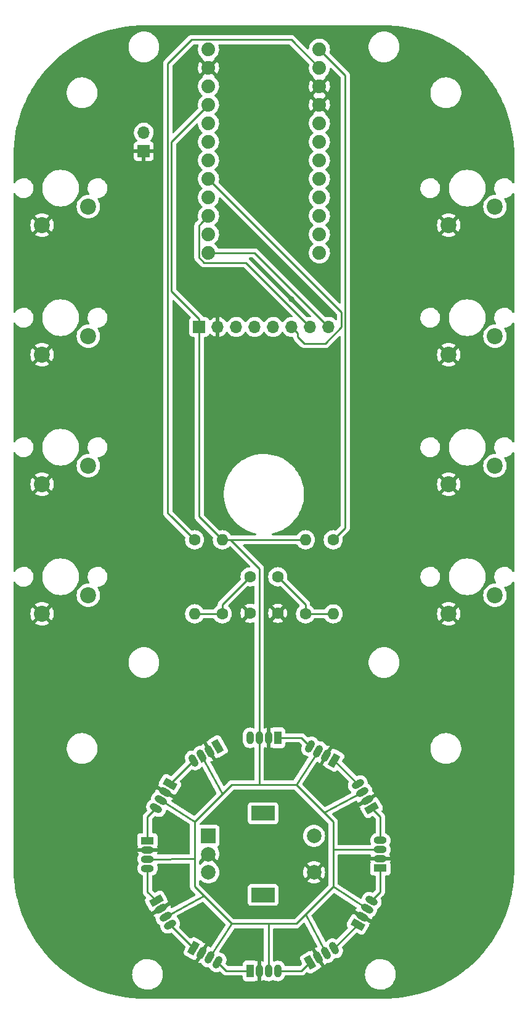
<source format=gbr>
G04 #@! TF.GenerationSoftware,KiCad,Pcbnew,(6.0.0)*
G04 #@! TF.CreationDate,2022-01-02T21:04:18+02:00*
G04 #@! TF.ProjectId,inkkeys,696e6b6b-6579-4732-9e6b-696361645f70,rev?*
G04 #@! TF.SameCoordinates,Original*
G04 #@! TF.FileFunction,Copper,L1,Top*
G04 #@! TF.FilePolarity,Positive*
%FSLAX46Y46*%
G04 Gerber Fmt 4.6, Leading zero omitted, Abs format (unit mm)*
G04 Created by KiCad (PCBNEW (6.0.0)) date 2022-01-02 21:04:18*
%MOMM*%
%LPD*%
G01*
G04 APERTURE LIST*
G04 Aperture macros list*
%AMHorizOval*
0 Thick line with rounded ends*
0 $1 width*
0 $2 $3 position (X,Y) of the first rounded end (center of the circle)*
0 $4 $5 position (X,Y) of the second rounded end (center of the circle)*
0 Add line between two ends*
20,1,$1,$2,$3,$4,$5,0*
0 Add two circle primitives to create the rounded ends*
1,1,$1,$2,$3*
1,1,$1,$4,$5*%
%AMRotRect*
0 Rectangle, with rotation*
0 The origin of the aperture is its center*
0 $1 length*
0 $2 width*
0 $3 Rotation angle, in degrees counterclockwise*
0 Add horizontal line*
21,1,$1,$2,0,0,$3*%
G04 Aperture macros list end*
G04 #@! TA.AperFunction,ComponentPad*
%ADD10HorizOval,1.000000X0.200000X0.346410X-0.200000X-0.346410X0*%
G04 #@! TD*
G04 #@! TA.AperFunction,ComponentPad*
%ADD11RotRect,1.000000X1.800000X150.000000*%
G04 #@! TD*
G04 #@! TA.AperFunction,ComponentPad*
%ADD12HorizOval,1.000000X0.346410X0.200000X-0.346410X-0.200000X0*%
G04 #@! TD*
G04 #@! TA.AperFunction,ComponentPad*
%ADD13RotRect,1.000000X1.800000X120.000000*%
G04 #@! TD*
G04 #@! TA.AperFunction,ComponentPad*
%ADD14O,1.800000X1.000000*%
G04 #@! TD*
G04 #@! TA.AperFunction,ComponentPad*
%ADD15R,1.800000X1.000000*%
G04 #@! TD*
G04 #@! TA.AperFunction,ComponentPad*
%ADD16HorizOval,1.000000X-0.346410X0.200000X0.346410X-0.200000X0*%
G04 #@! TD*
G04 #@! TA.AperFunction,ComponentPad*
%ADD17RotRect,1.000000X1.800000X60.000000*%
G04 #@! TD*
G04 #@! TA.AperFunction,ComponentPad*
%ADD18HorizOval,1.000000X-0.200000X0.346410X0.200000X-0.346410X0*%
G04 #@! TD*
G04 #@! TA.AperFunction,ComponentPad*
%ADD19RotRect,1.000000X1.800000X30.000000*%
G04 #@! TD*
G04 #@! TA.AperFunction,ComponentPad*
%ADD20O,1.000000X1.800000*%
G04 #@! TD*
G04 #@! TA.AperFunction,ComponentPad*
%ADD21R,1.000000X1.800000*%
G04 #@! TD*
G04 #@! TA.AperFunction,ComponentPad*
%ADD22HorizOval,1.000000X-0.200000X-0.346410X0.200000X0.346410X0*%
G04 #@! TD*
G04 #@! TA.AperFunction,ComponentPad*
%ADD23RotRect,1.000000X1.800000X330.000000*%
G04 #@! TD*
G04 #@! TA.AperFunction,ComponentPad*
%ADD24HorizOval,1.000000X-0.346410X-0.200000X0.346410X0.200000X0*%
G04 #@! TD*
G04 #@! TA.AperFunction,ComponentPad*
%ADD25RotRect,1.000000X1.800000X300.000000*%
G04 #@! TD*
G04 #@! TA.AperFunction,ComponentPad*
%ADD26RotRect,1.000000X1.800000X240.000000*%
G04 #@! TD*
G04 #@! TA.AperFunction,ComponentPad*
%ADD27RotRect,1.000000X1.800000X210.000000*%
G04 #@! TD*
G04 #@! TA.AperFunction,ComponentPad*
%ADD28C,1.879600*%
G04 #@! TD*
G04 #@! TA.AperFunction,ComponentPad*
%ADD29R,1.700000X1.700000*%
G04 #@! TD*
G04 #@! TA.AperFunction,ComponentPad*
%ADD30O,1.700000X1.700000*%
G04 #@! TD*
G04 #@! TA.AperFunction,ComponentPad*
%ADD31C,2.200000*%
G04 #@! TD*
G04 #@! TA.AperFunction,ComponentPad*
%ADD32C,1.600000*%
G04 #@! TD*
G04 #@! TA.AperFunction,ComponentPad*
%ADD33O,1.600000X1.600000*%
G04 #@! TD*
G04 #@! TA.AperFunction,ComponentPad*
%ADD34C,2.000000*%
G04 #@! TD*
G04 #@! TA.AperFunction,ComponentPad*
%ADD35R,3.200000X2.000000*%
G04 #@! TD*
G04 #@! TA.AperFunction,ComponentPad*
%ADD36R,2.000000X2.000000*%
G04 #@! TD*
G04 #@! TA.AperFunction,ViaPad*
%ADD37C,0.800000*%
G04 #@! TD*
G04 #@! TA.AperFunction,Conductor*
%ADD38C,0.250000*%
G04 #@! TD*
G04 APERTURE END LIST*
D10*
X96515891Y-135048594D03*
X97615743Y-135683594D03*
X98715596Y-136318594D03*
D11*
X99815448Y-136953594D03*
D12*
X103071406Y-140205891D03*
X103706406Y-141305743D03*
X104341406Y-142405596D03*
D13*
X104976406Y-143505448D03*
D14*
X106170000Y-147950000D03*
X106170000Y-149220000D03*
X106170000Y-150490000D03*
D15*
X106170000Y-151760000D03*
D16*
X104981406Y-156205891D03*
X104346406Y-157305743D03*
X103711406Y-158405596D03*
D17*
X103076406Y-159505448D03*
D18*
X99824109Y-162761406D03*
X98724257Y-163396406D03*
X97624404Y-164031406D03*
D19*
X96524552Y-164666406D03*
D20*
X92080000Y-165860000D03*
X90810000Y-165860000D03*
X89540000Y-165860000D03*
D21*
X88270000Y-165860000D03*
D22*
X83824109Y-164671406D03*
X82724257Y-164036406D03*
X81624404Y-163401406D03*
D23*
X80524552Y-162766406D03*
D24*
X77268594Y-159514109D03*
X76633594Y-158414257D03*
X75998594Y-157314404D03*
D25*
X75363594Y-156214552D03*
D14*
X74170000Y-151770000D03*
X74170000Y-150500000D03*
X74170000Y-149230000D03*
D15*
X74170000Y-147960000D03*
D16*
X75358594Y-143514109D03*
X75993594Y-142414257D03*
X76628594Y-141314404D03*
D26*
X77263594Y-140214552D03*
D18*
X80515891Y-136958594D03*
X81615743Y-136323594D03*
X82715596Y-135688594D03*
D27*
X83815448Y-135053594D03*
D20*
X88260000Y-133860000D03*
X89530000Y-133860000D03*
X90800000Y-133860000D03*
D21*
X92070000Y-133860000D03*
D28*
X82550000Y-39370000D03*
X82550000Y-41910000D03*
X82550000Y-44450000D03*
X82550000Y-46990000D03*
X82550000Y-49530000D03*
X82550000Y-52070000D03*
X82550000Y-54610000D03*
X82550000Y-57150000D03*
X82550000Y-59690000D03*
X82550000Y-62230000D03*
X82550000Y-64770000D03*
X82550000Y-67310000D03*
X97790000Y-67310000D03*
X97790000Y-64770000D03*
X97790000Y-62230000D03*
X97790000Y-59690000D03*
X97790000Y-57150000D03*
X97790000Y-54610000D03*
X97790000Y-52070000D03*
X97790000Y-49530000D03*
X97790000Y-46990000D03*
X97790000Y-44450000D03*
X97790000Y-41910000D03*
X97790000Y-39370000D03*
D29*
X81280000Y-77470000D03*
D30*
X83820000Y-77470000D03*
X86360000Y-77470000D03*
X88900000Y-77470000D03*
X91440000Y-77470000D03*
X93980000Y-77470000D03*
X96520000Y-77470000D03*
X99060000Y-77470000D03*
X73660000Y-50800000D03*
D29*
X73660000Y-53340000D03*
D31*
X66040000Y-60960000D03*
X59690000Y-63500000D03*
X59690000Y-81280000D03*
X66040000Y-78740000D03*
X59690000Y-99060000D03*
X66040000Y-96520000D03*
X66040000Y-114300000D03*
X59690000Y-116840000D03*
X115570000Y-63500000D03*
X121920000Y-60960000D03*
X121920000Y-78740000D03*
X115570000Y-81280000D03*
X115570000Y-99060000D03*
X121920000Y-96520000D03*
X121920000Y-114300000D03*
X115570000Y-116840000D03*
D32*
X88265000Y-111760000D03*
X88265000Y-116760000D03*
X92075000Y-116760000D03*
X92075000Y-111760000D03*
D33*
X95885000Y-106680000D03*
D32*
X95885000Y-116840000D03*
X84455000Y-116840000D03*
D33*
X84455000Y-106680000D03*
X99695000Y-116840000D03*
D32*
X99695000Y-106680000D03*
X80645000Y-106680000D03*
D33*
X80645000Y-116840000D03*
D34*
X97050000Y-152320000D03*
X97050000Y-147320000D03*
D35*
X90050000Y-155420000D03*
X90050000Y-144220000D03*
D34*
X82550000Y-152320000D03*
X82550000Y-149820000D03*
D36*
X82550000Y-147320000D03*
D37*
X85090000Y-72390000D03*
X95885000Y-72390000D03*
X90170000Y-73660000D03*
X104140000Y-69850000D03*
X94615000Y-47625000D03*
X94615000Y-50165000D03*
X94615000Y-52705000D03*
X93980000Y-73660000D03*
D38*
X98729799Y-40309799D02*
X97790000Y-39370000D01*
X101338010Y-42918010D02*
X98729799Y-40309799D01*
X101338010Y-105036990D02*
X101338010Y-42918010D01*
X99695000Y-106680000D02*
X101338010Y-105036990D01*
X77470000Y-103505000D02*
X80645000Y-106680000D01*
X76969990Y-103004990D02*
X77470000Y-103505000D01*
X80219799Y-38055199D02*
X76969990Y-41305008D01*
X93935199Y-38055199D02*
X80219799Y-38055199D01*
X76969990Y-41305008D02*
X76969990Y-103004990D01*
X97790000Y-41910000D02*
X93935199Y-38055199D01*
X88900000Y-67310000D02*
X82550000Y-67310000D01*
X99060000Y-77470000D02*
X88900000Y-67310000D01*
X81610201Y-63169799D02*
X82550000Y-62230000D01*
X81235199Y-63544801D02*
X81610201Y-63169799D01*
X81235199Y-67941105D02*
X81235199Y-63544801D01*
X81918895Y-68624801D02*
X81235199Y-67941105D01*
X87674801Y-68624801D02*
X81918895Y-68624801D01*
X96520000Y-77470000D02*
X87674801Y-68624801D01*
X94829999Y-78319999D02*
X94829999Y-78827999D01*
X93980000Y-77470000D02*
X94829999Y-78319999D01*
X94829999Y-78827999D02*
X95758000Y-79756000D01*
X98587002Y-79756000D02*
X100838000Y-77505002D01*
X95758000Y-79756000D02*
X98587002Y-79756000D01*
X100838000Y-75438000D02*
X82550000Y-57150000D01*
X100838000Y-77505002D02*
X100838000Y-75438000D01*
X81615743Y-137142557D02*
X81615743Y-136323594D01*
X94753630Y-106680000D02*
X84455000Y-106680000D01*
X95885000Y-106680000D02*
X94753630Y-106680000D01*
X89530000Y-132710000D02*
X89530000Y-133860000D01*
X89530000Y-110623630D02*
X89530000Y-132710000D01*
X85586370Y-106680000D02*
X89530000Y-110623630D01*
X84455000Y-106680000D02*
X85586370Y-106680000D01*
X84455000Y-106680000D02*
X81280000Y-103505000D01*
X81280000Y-103505000D02*
X81280000Y-77470000D01*
X81280000Y-76370000D02*
X77470000Y-72560000D01*
X81280000Y-77470000D02*
X81280000Y-76370000D01*
X77470000Y-52070000D02*
X82550000Y-46990000D01*
X77470000Y-72560000D02*
X77470000Y-52070000D01*
X89530000Y-133860000D02*
X89530000Y-140330000D01*
X89530000Y-140330000D02*
X89535000Y-140335000D01*
X89535000Y-140335000D02*
X94615000Y-140335000D01*
X85725000Y-140335000D02*
X89535000Y-140335000D01*
X97615743Y-135683594D02*
X94615000Y-140335000D01*
X103706406Y-141305743D02*
X98425000Y-144145000D01*
X98425000Y-144145000D02*
X99695000Y-145415000D01*
X94615000Y-140335000D02*
X98425000Y-144145000D01*
X106170000Y-149220000D02*
X99695000Y-149225000D01*
X99695000Y-149225000D02*
X99695000Y-154305000D01*
X99695000Y-145415000D02*
X99695000Y-149225000D01*
X104346406Y-157305743D02*
X99695000Y-154305000D01*
X90810000Y-165860000D02*
X90805000Y-159385000D01*
X90805000Y-159385000D02*
X85725000Y-159385000D01*
X94615000Y-159385000D02*
X90805000Y-159385000D01*
X98724257Y-163396406D02*
X95885000Y-158115000D01*
X95885000Y-158115000D02*
X94615000Y-159385000D01*
X99695000Y-154305000D02*
X95885000Y-158115000D01*
X82724257Y-164036406D02*
X85725000Y-159385000D01*
X76633594Y-158414257D02*
X81915000Y-155575000D01*
X81915000Y-155575000D02*
X80645000Y-154305000D01*
X85725000Y-159385000D02*
X81915000Y-155575000D01*
X74170000Y-150500000D02*
X80645000Y-150495000D01*
X80645000Y-150495000D02*
X80645000Y-145415000D01*
X80645000Y-154305000D02*
X80645000Y-150495000D01*
X75993594Y-142414257D02*
X80645000Y-145415000D01*
X81615743Y-136323594D02*
X84455000Y-141605000D01*
X84455000Y-141605000D02*
X85725000Y-140335000D01*
X80645000Y-145415000D02*
X84455000Y-141605000D01*
X84455000Y-115570000D02*
X88265000Y-111760000D01*
X84455000Y-116840000D02*
X84455000Y-115570000D01*
X81776370Y-116840000D02*
X84455000Y-116840000D01*
X80645000Y-116840000D02*
X81776370Y-116840000D01*
X95885000Y-115570000D02*
X92075000Y-111760000D01*
X95885000Y-116840000D02*
X95885000Y-115570000D01*
X97016370Y-116840000D02*
X99695000Y-116840000D01*
X95885000Y-116840000D02*
X97016370Y-116840000D01*
X75363594Y-156214552D02*
X74168000Y-155018958D01*
X74170000Y-155016958D02*
X74170000Y-151770000D01*
X74168000Y-155018958D02*
X74170000Y-155016958D01*
X95327297Y-133860000D02*
X96515891Y-135048594D01*
X92070000Y-133860000D02*
X95327297Y-133860000D01*
X103067745Y-140205891D02*
X103071406Y-140205891D01*
X99815448Y-136953594D02*
X103067745Y-140205891D01*
X106170000Y-144699042D02*
X106170000Y-147950000D01*
X104976406Y-143505448D02*
X106170000Y-144699042D01*
X106170000Y-155017297D02*
X104981406Y-156205891D01*
X106170000Y-151760000D02*
X106170000Y-155017297D01*
X99824109Y-162757745D02*
X99824109Y-162761406D01*
X103076406Y-159505448D02*
X99824109Y-162757745D01*
X96524552Y-164666406D02*
X95328958Y-165862000D01*
X95326958Y-165860000D02*
X92080000Y-165860000D01*
X95328958Y-165862000D02*
X95326958Y-165860000D01*
X85012703Y-165860000D02*
X83824109Y-164671406D01*
X88270000Y-165860000D02*
X85012703Y-165860000D01*
X77272255Y-159514109D02*
X77268594Y-159514109D01*
X80524552Y-162766406D02*
X77272255Y-159514109D01*
X74170000Y-144702703D02*
X75358594Y-143514109D01*
X74170000Y-147960000D02*
X74170000Y-144702703D01*
X80515891Y-136962255D02*
X80515891Y-136958594D01*
X77263594Y-140214552D02*
X80515891Y-136962255D01*
G04 #@! TA.AperFunction,Conductor*
G36*
X106650057Y-36069500D02*
G01*
X106664859Y-36071805D01*
X106664861Y-36071805D01*
X106673730Y-36073186D01*
X106682632Y-36072022D01*
X106682635Y-36072022D01*
X106698795Y-36069909D01*
X106718038Y-36068879D01*
X107504092Y-36087040D01*
X107509879Y-36087306D01*
X108032855Y-36123607D01*
X108329365Y-36144188D01*
X108335125Y-36144722D01*
X109151137Y-36239393D01*
X109156817Y-36240186D01*
X109967527Y-36372432D01*
X109973229Y-36373497D01*
X110335108Y-36449835D01*
X110776976Y-36543046D01*
X110782642Y-36544379D01*
X111577664Y-36750856D01*
X111583263Y-36752449D01*
X112367915Y-36995429D01*
X112373421Y-36997274D01*
X113146020Y-37276234D01*
X113151447Y-37278336D01*
X113711800Y-37510441D01*
X113884241Y-37581868D01*
X113910319Y-37592670D01*
X113915641Y-37595020D01*
X114608642Y-37920339D01*
X114659215Y-37944080D01*
X114664420Y-37946672D01*
X114820003Y-38028682D01*
X115391045Y-38329684D01*
X115396130Y-38332516D01*
X115598931Y-38451694D01*
X116104327Y-38748696D01*
X116109236Y-38751736D01*
X116733363Y-39158417D01*
X116797467Y-39200187D01*
X116802269Y-39203477D01*
X117469038Y-39683222D01*
X117473645Y-39686701D01*
X117855893Y-39989476D01*
X118117541Y-40196725D01*
X118122019Y-40200443D01*
X118741662Y-40739649D01*
X118745964Y-40743570D01*
X119340055Y-41310829D01*
X119344171Y-41314945D01*
X119911430Y-41909036D01*
X119915351Y-41913338D01*
X120454557Y-42532981D01*
X120458275Y-42537459D01*
X120564861Y-42672022D01*
X120968299Y-43181355D01*
X120971778Y-43185962D01*
X121332681Y-43687559D01*
X121451523Y-43852731D01*
X121454813Y-43857533D01*
X121903264Y-44545764D01*
X121906304Y-44550673D01*
X122108558Y-44894841D01*
X122322484Y-45258870D01*
X122325316Y-45263955D01*
X122708325Y-45990575D01*
X122710918Y-45995780D01*
X123006574Y-46625592D01*
X123059979Y-46739356D01*
X123062330Y-46744681D01*
X123376664Y-47503553D01*
X123378766Y-47508980D01*
X123657726Y-48281579D01*
X123659571Y-48287085D01*
X123771224Y-48647642D01*
X123902551Y-49071737D01*
X123904144Y-49077336D01*
X124110621Y-49872358D01*
X124111954Y-49878024D01*
X124281501Y-50681761D01*
X124282568Y-50687473D01*
X124414693Y-51497438D01*
X124414811Y-51498162D01*
X124415607Y-51503863D01*
X124510278Y-52319875D01*
X124510812Y-52325635D01*
X124529858Y-52600031D01*
X124565369Y-53111619D01*
X124567693Y-53145107D01*
X124567960Y-53150908D01*
X124581185Y-53723298D01*
X124585945Y-53929320D01*
X124584479Y-53951613D01*
X124581814Y-53968730D01*
X124582978Y-53977632D01*
X124582978Y-53977635D01*
X124585936Y-54000251D01*
X124587000Y-54016589D01*
X124587000Y-57652926D01*
X124566998Y-57721047D01*
X124513342Y-57767540D01*
X124443068Y-57777644D01*
X124378488Y-57748150D01*
X124353281Y-57718292D01*
X124294390Y-57621243D01*
X124291623Y-57616683D01*
X124204755Y-57516576D01*
X124144023Y-57446588D01*
X124144021Y-57446586D01*
X124140523Y-57442555D01*
X124098970Y-57408484D01*
X123966373Y-57299760D01*
X123966367Y-57299756D01*
X123962245Y-57296376D01*
X123957609Y-57293737D01*
X123957606Y-57293735D01*
X123766529Y-57184968D01*
X123761886Y-57182325D01*
X123545175Y-57103663D01*
X123539926Y-57102714D01*
X123539923Y-57102713D01*
X123322392Y-57063377D01*
X123322385Y-57063376D01*
X123318308Y-57062639D01*
X123300586Y-57061803D01*
X123295644Y-57061570D01*
X123295637Y-57061570D01*
X123294156Y-57061500D01*
X123132110Y-57061500D01*
X123065191Y-57067178D01*
X122965591Y-57075629D01*
X122965587Y-57075630D01*
X122960280Y-57076080D01*
X122955125Y-57077418D01*
X122955119Y-57077419D01*
X122742297Y-57132657D01*
X122742293Y-57132658D01*
X122737128Y-57133999D01*
X122732262Y-57136191D01*
X122732259Y-57136192D01*
X122623980Y-57184968D01*
X122526925Y-57228688D01*
X122335681Y-57357441D01*
X122168865Y-57516576D01*
X122031246Y-57701542D01*
X122028830Y-57706293D01*
X122028828Y-57706297D01*
X121992554Y-57777644D01*
X121926760Y-57907051D01*
X121925178Y-57912145D01*
X121925177Y-57912148D01*
X121870669Y-58087692D01*
X121858393Y-58127227D01*
X121857692Y-58132516D01*
X121830134Y-58340444D01*
X121828102Y-58355774D01*
X121828302Y-58361103D01*
X121828302Y-58361105D01*
X121832031Y-58460425D01*
X121836751Y-58586158D01*
X121884093Y-58811791D01*
X121886051Y-58816750D01*
X121886052Y-58816752D01*
X121961579Y-59007996D01*
X121968776Y-59026221D01*
X122047739Y-59156347D01*
X122065977Y-59224959D01*
X122044226Y-59292541D01*
X121989390Y-59337636D01*
X121930139Y-59347323D01*
X121924939Y-59346914D01*
X121924930Y-59346914D01*
X121920000Y-59346526D01*
X121667597Y-59366391D01*
X121662790Y-59367545D01*
X121662784Y-59367546D01*
X121506032Y-59405179D01*
X121421409Y-59425495D01*
X121416838Y-59427388D01*
X121416836Y-59427389D01*
X121192072Y-59520489D01*
X121192068Y-59520491D01*
X121187498Y-59522384D01*
X120971624Y-59654672D01*
X120779102Y-59819102D01*
X120614672Y-60011624D01*
X120482384Y-60227498D01*
X120480491Y-60232068D01*
X120480489Y-60232072D01*
X120387389Y-60456836D01*
X120385495Y-60461409D01*
X120384340Y-60466221D01*
X120344567Y-60631889D01*
X120326391Y-60707597D01*
X120306526Y-60960000D01*
X120326391Y-61212403D01*
X120327545Y-61217210D01*
X120327546Y-61217216D01*
X120352151Y-61319704D01*
X120385495Y-61458591D01*
X120387388Y-61463162D01*
X120387389Y-61463164D01*
X120422528Y-61547996D01*
X120482384Y-61692502D01*
X120614672Y-61908376D01*
X120779102Y-62100898D01*
X120971624Y-62265328D01*
X121187498Y-62397616D01*
X121192068Y-62399509D01*
X121192072Y-62399511D01*
X121416836Y-62492611D01*
X121421409Y-62494505D01*
X121506032Y-62514821D01*
X121662784Y-62552454D01*
X121662790Y-62552455D01*
X121667597Y-62553609D01*
X121920000Y-62573474D01*
X122172403Y-62553609D01*
X122177210Y-62552455D01*
X122177216Y-62552454D01*
X122333968Y-62514821D01*
X122418591Y-62494505D01*
X122423164Y-62492611D01*
X122647928Y-62399511D01*
X122647932Y-62399509D01*
X122652502Y-62397616D01*
X122868376Y-62265328D01*
X123060898Y-62100898D01*
X123225328Y-61908376D01*
X123357616Y-61692502D01*
X123417473Y-61547996D01*
X123452611Y-61463164D01*
X123452612Y-61463162D01*
X123454505Y-61458591D01*
X123487849Y-61319704D01*
X123512454Y-61217216D01*
X123512455Y-61217210D01*
X123513609Y-61212403D01*
X123533474Y-60960000D01*
X123513609Y-60707597D01*
X123495434Y-60631889D01*
X123455660Y-60466221D01*
X123454505Y-60461409D01*
X123452611Y-60456836D01*
X123359511Y-60232072D01*
X123359509Y-60232068D01*
X123357616Y-60227498D01*
X123225328Y-60011624D01*
X123222121Y-60007869D01*
X123222118Y-60007865D01*
X123200596Y-59982667D01*
X123171565Y-59917878D01*
X123182170Y-59847678D01*
X123229044Y-59794355D01*
X123285753Y-59775287D01*
X123330650Y-59771478D01*
X123414409Y-59764371D01*
X123414413Y-59764370D01*
X123419720Y-59763920D01*
X123424875Y-59762582D01*
X123424881Y-59762581D01*
X123637703Y-59707343D01*
X123637707Y-59707342D01*
X123642872Y-59706001D01*
X123647738Y-59703809D01*
X123647741Y-59703808D01*
X123848202Y-59613507D01*
X123853075Y-59611312D01*
X124044319Y-59482559D01*
X124211135Y-59323424D01*
X124348754Y-59138458D01*
X124351172Y-59133703D01*
X124353916Y-59129278D01*
X124406814Y-59081925D01*
X124476915Y-59070687D01*
X124541964Y-59099134D01*
X124581307Y-59158232D01*
X124587000Y-59195678D01*
X124587000Y-75432926D01*
X124566998Y-75501047D01*
X124513342Y-75547540D01*
X124443068Y-75557644D01*
X124378488Y-75528150D01*
X124353281Y-75498292D01*
X124294390Y-75401243D01*
X124291623Y-75396683D01*
X124204755Y-75296576D01*
X124144023Y-75226588D01*
X124144021Y-75226586D01*
X124140523Y-75222555D01*
X124098970Y-75188484D01*
X123966373Y-75079760D01*
X123966367Y-75079756D01*
X123962245Y-75076376D01*
X123957609Y-75073737D01*
X123957606Y-75073735D01*
X123766529Y-74964968D01*
X123761886Y-74962325D01*
X123545175Y-74883663D01*
X123539926Y-74882714D01*
X123539923Y-74882713D01*
X123322392Y-74843377D01*
X123322385Y-74843376D01*
X123318308Y-74842639D01*
X123300586Y-74841803D01*
X123295644Y-74841570D01*
X123295637Y-74841570D01*
X123294156Y-74841500D01*
X123132110Y-74841500D01*
X123065191Y-74847178D01*
X122965591Y-74855629D01*
X122965587Y-74855630D01*
X122960280Y-74856080D01*
X122955125Y-74857418D01*
X122955119Y-74857419D01*
X122742297Y-74912657D01*
X122742293Y-74912658D01*
X122737128Y-74913999D01*
X122732262Y-74916191D01*
X122732259Y-74916192D01*
X122623980Y-74964968D01*
X122526925Y-75008688D01*
X122335681Y-75137441D01*
X122168865Y-75296576D01*
X122031246Y-75481542D01*
X122028830Y-75486293D01*
X122028828Y-75486297D01*
X121992554Y-75557644D01*
X121926760Y-75687051D01*
X121925178Y-75692145D01*
X121925177Y-75692148D01*
X121863115Y-75892020D01*
X121858393Y-75907227D01*
X121857692Y-75912516D01*
X121830424Y-76118255D01*
X121828102Y-76135774D01*
X121828302Y-76141103D01*
X121828302Y-76141105D01*
X121829566Y-76174771D01*
X121836751Y-76366158D01*
X121884093Y-76591791D01*
X121886051Y-76596750D01*
X121886052Y-76596752D01*
X121954498Y-76770066D01*
X121968776Y-76806221D01*
X121971543Y-76810780D01*
X121971544Y-76810783D01*
X121979103Y-76823240D01*
X122047739Y-76936347D01*
X122065977Y-77004959D01*
X122044226Y-77072541D01*
X121989390Y-77117636D01*
X121930139Y-77127323D01*
X121924939Y-77126914D01*
X121924930Y-77126914D01*
X121920000Y-77126526D01*
X121667597Y-77146391D01*
X121662790Y-77147545D01*
X121662784Y-77147546D01*
X121506032Y-77185179D01*
X121421409Y-77205495D01*
X121416838Y-77207388D01*
X121416836Y-77207389D01*
X121192072Y-77300489D01*
X121192068Y-77300491D01*
X121187498Y-77302384D01*
X120971624Y-77434672D01*
X120779102Y-77599102D01*
X120614672Y-77791624D01*
X120482384Y-78007498D01*
X120480491Y-78012068D01*
X120480489Y-78012072D01*
X120387389Y-78236836D01*
X120385495Y-78241409D01*
X120376473Y-78278990D01*
X120335694Y-78448848D01*
X120326391Y-78487597D01*
X120306526Y-78740000D01*
X120326391Y-78992403D01*
X120327545Y-78997210D01*
X120327546Y-78997216D01*
X120345976Y-79073982D01*
X120385495Y-79238591D01*
X120387388Y-79243162D01*
X120387389Y-79243164D01*
X120411465Y-79301287D01*
X120482384Y-79472502D01*
X120614672Y-79688376D01*
X120779102Y-79880898D01*
X120971624Y-80045328D01*
X121187498Y-80177616D01*
X121192068Y-80179509D01*
X121192072Y-80179511D01*
X121403674Y-80267159D01*
X121421409Y-80274505D01*
X121469594Y-80286073D01*
X121662784Y-80332454D01*
X121662790Y-80332455D01*
X121667597Y-80333609D01*
X121920000Y-80353474D01*
X122172403Y-80333609D01*
X122177210Y-80332455D01*
X122177216Y-80332454D01*
X122370406Y-80286073D01*
X122418591Y-80274505D01*
X122436326Y-80267159D01*
X122647928Y-80179511D01*
X122647932Y-80179509D01*
X122652502Y-80177616D01*
X122868376Y-80045328D01*
X123060898Y-79880898D01*
X123225328Y-79688376D01*
X123357616Y-79472502D01*
X123428536Y-79301287D01*
X123452611Y-79243164D01*
X123452612Y-79243162D01*
X123454505Y-79238591D01*
X123494024Y-79073982D01*
X123512454Y-78997216D01*
X123512455Y-78997210D01*
X123513609Y-78992403D01*
X123533474Y-78740000D01*
X123513609Y-78487597D01*
X123504307Y-78448848D01*
X123463527Y-78278990D01*
X123454505Y-78241409D01*
X123452611Y-78236836D01*
X123359511Y-78012072D01*
X123359509Y-78012068D01*
X123357616Y-78007498D01*
X123225328Y-77791624D01*
X123222121Y-77787869D01*
X123222118Y-77787865D01*
X123200596Y-77762667D01*
X123171565Y-77697878D01*
X123182170Y-77627678D01*
X123229044Y-77574355D01*
X123285753Y-77555287D01*
X123330650Y-77551478D01*
X123414409Y-77544371D01*
X123414413Y-77544370D01*
X123419720Y-77543920D01*
X123424875Y-77542582D01*
X123424881Y-77542581D01*
X123637703Y-77487343D01*
X123637707Y-77487342D01*
X123642872Y-77486001D01*
X123647738Y-77483809D01*
X123647741Y-77483808D01*
X123848202Y-77393507D01*
X123853075Y-77391312D01*
X124044319Y-77262559D01*
X124211135Y-77103424D01*
X124348754Y-76918458D01*
X124351172Y-76913703D01*
X124353916Y-76909278D01*
X124406814Y-76861925D01*
X124476915Y-76850687D01*
X124541964Y-76879134D01*
X124581307Y-76938232D01*
X124587000Y-76975678D01*
X124587000Y-93212926D01*
X124566998Y-93281047D01*
X124513342Y-93327540D01*
X124443068Y-93337644D01*
X124378488Y-93308150D01*
X124353281Y-93278292D01*
X124294390Y-93181243D01*
X124291623Y-93176683D01*
X124204755Y-93076576D01*
X124144023Y-93006588D01*
X124144021Y-93006586D01*
X124140523Y-93002555D01*
X124098970Y-92968484D01*
X123966373Y-92859760D01*
X123966367Y-92859756D01*
X123962245Y-92856376D01*
X123957609Y-92853737D01*
X123957606Y-92853735D01*
X123766529Y-92744968D01*
X123761886Y-92742325D01*
X123545175Y-92663663D01*
X123539926Y-92662714D01*
X123539923Y-92662713D01*
X123322392Y-92623377D01*
X123322385Y-92623376D01*
X123318308Y-92622639D01*
X123300586Y-92621803D01*
X123295644Y-92621570D01*
X123295637Y-92621570D01*
X123294156Y-92621500D01*
X123132110Y-92621500D01*
X123065191Y-92627178D01*
X122965591Y-92635629D01*
X122965587Y-92635630D01*
X122960280Y-92636080D01*
X122955125Y-92637418D01*
X122955119Y-92637419D01*
X122742297Y-92692657D01*
X122742293Y-92692658D01*
X122737128Y-92693999D01*
X122732262Y-92696191D01*
X122732259Y-92696192D01*
X122623980Y-92744968D01*
X122526925Y-92788688D01*
X122335681Y-92917441D01*
X122168865Y-93076576D01*
X122031246Y-93261542D01*
X122028830Y-93266293D01*
X122028828Y-93266297D01*
X121992554Y-93337644D01*
X121926760Y-93467051D01*
X121925178Y-93472145D01*
X121925177Y-93472148D01*
X121863115Y-93672020D01*
X121858393Y-93687227D01*
X121857692Y-93692516D01*
X121842304Y-93808623D01*
X121828102Y-93915774D01*
X121836751Y-94146158D01*
X121884093Y-94371791D01*
X121968776Y-94586221D01*
X122047739Y-94716347D01*
X122065977Y-94784959D01*
X122044226Y-94852541D01*
X121989390Y-94897636D01*
X121930139Y-94907323D01*
X121924939Y-94906914D01*
X121924930Y-94906914D01*
X121920000Y-94906526D01*
X121667597Y-94926391D01*
X121662790Y-94927545D01*
X121662784Y-94927546D01*
X121506032Y-94965179D01*
X121421409Y-94985495D01*
X121416838Y-94987388D01*
X121416836Y-94987389D01*
X121192072Y-95080489D01*
X121192068Y-95080491D01*
X121187498Y-95082384D01*
X120971624Y-95214672D01*
X120779102Y-95379102D01*
X120614672Y-95571624D01*
X120482384Y-95787498D01*
X120480491Y-95792068D01*
X120480489Y-95792072D01*
X120387669Y-96016161D01*
X120385495Y-96021409D01*
X120384340Y-96026221D01*
X120328950Y-96256939D01*
X120326391Y-96267597D01*
X120306526Y-96520000D01*
X120326391Y-96772403D01*
X120327545Y-96777210D01*
X120327546Y-96777216D01*
X120334868Y-96807714D01*
X120385495Y-97018591D01*
X120387388Y-97023162D01*
X120387389Y-97023164D01*
X120479187Y-97244783D01*
X120482384Y-97252502D01*
X120614672Y-97468376D01*
X120779102Y-97660898D01*
X120971624Y-97825328D01*
X121187498Y-97957616D01*
X121192068Y-97959509D01*
X121192072Y-97959511D01*
X121416836Y-98052611D01*
X121421409Y-98054505D01*
X121506032Y-98074821D01*
X121662784Y-98112454D01*
X121662790Y-98112455D01*
X121667597Y-98113609D01*
X121920000Y-98133474D01*
X122172403Y-98113609D01*
X122177210Y-98112455D01*
X122177216Y-98112454D01*
X122333968Y-98074821D01*
X122418591Y-98054505D01*
X122423164Y-98052611D01*
X122647928Y-97959511D01*
X122647932Y-97959509D01*
X122652502Y-97957616D01*
X122868376Y-97825328D01*
X123060898Y-97660898D01*
X123225328Y-97468376D01*
X123357616Y-97252502D01*
X123360814Y-97244783D01*
X123452611Y-97023164D01*
X123452612Y-97023162D01*
X123454505Y-97018591D01*
X123505132Y-96807714D01*
X123512454Y-96777216D01*
X123512455Y-96777210D01*
X123513609Y-96772403D01*
X123533474Y-96520000D01*
X123513609Y-96267597D01*
X123511051Y-96256939D01*
X123455660Y-96026221D01*
X123454505Y-96021409D01*
X123452331Y-96016161D01*
X123359511Y-95792072D01*
X123359509Y-95792068D01*
X123357616Y-95787498D01*
X123225328Y-95571624D01*
X123222121Y-95567869D01*
X123222118Y-95567865D01*
X123200596Y-95542667D01*
X123171565Y-95477878D01*
X123182170Y-95407678D01*
X123229044Y-95354355D01*
X123285753Y-95335287D01*
X123330650Y-95331478D01*
X123414409Y-95324371D01*
X123414413Y-95324370D01*
X123419720Y-95323920D01*
X123424875Y-95322582D01*
X123424881Y-95322581D01*
X123637703Y-95267343D01*
X123637707Y-95267342D01*
X123642872Y-95266001D01*
X123647738Y-95263809D01*
X123647741Y-95263808D01*
X123848202Y-95173507D01*
X123853075Y-95171312D01*
X124044319Y-95042559D01*
X124094911Y-94994297D01*
X124133541Y-94957445D01*
X124211135Y-94883424D01*
X124348754Y-94698458D01*
X124351172Y-94693703D01*
X124353916Y-94689278D01*
X124406814Y-94641925D01*
X124476915Y-94630687D01*
X124541964Y-94659134D01*
X124581307Y-94718232D01*
X124587000Y-94755678D01*
X124587000Y-110992926D01*
X124566998Y-111061047D01*
X124513342Y-111107540D01*
X124443068Y-111117644D01*
X124378488Y-111088150D01*
X124353281Y-111058292D01*
X124294390Y-110961243D01*
X124291623Y-110956683D01*
X124204755Y-110856576D01*
X124144023Y-110786588D01*
X124144021Y-110786586D01*
X124140523Y-110782555D01*
X124098970Y-110748484D01*
X123966373Y-110639760D01*
X123966367Y-110639756D01*
X123962245Y-110636376D01*
X123957609Y-110633737D01*
X123957606Y-110633735D01*
X123766529Y-110524968D01*
X123761886Y-110522325D01*
X123545175Y-110443663D01*
X123539926Y-110442714D01*
X123539923Y-110442713D01*
X123322392Y-110403377D01*
X123322385Y-110403376D01*
X123318308Y-110402639D01*
X123300586Y-110401803D01*
X123295644Y-110401570D01*
X123295637Y-110401570D01*
X123294156Y-110401500D01*
X123132110Y-110401500D01*
X123065191Y-110407178D01*
X122965591Y-110415629D01*
X122965587Y-110415630D01*
X122960280Y-110416080D01*
X122955125Y-110417418D01*
X122955119Y-110417419D01*
X122742297Y-110472657D01*
X122742293Y-110472658D01*
X122737128Y-110473999D01*
X122732262Y-110476191D01*
X122732259Y-110476192D01*
X122585371Y-110542360D01*
X122526925Y-110568688D01*
X122335681Y-110697441D01*
X122331824Y-110701120D01*
X122331822Y-110701122D01*
X122262464Y-110767287D01*
X122168865Y-110856576D01*
X122031246Y-111041542D01*
X122028830Y-111046293D01*
X122028828Y-111046297D01*
X121992554Y-111117644D01*
X121926760Y-111247051D01*
X121925178Y-111252145D01*
X121925177Y-111252148D01*
X121863115Y-111452020D01*
X121858393Y-111467227D01*
X121857692Y-111472516D01*
X121842304Y-111588623D01*
X121828102Y-111695774D01*
X121836751Y-111926158D01*
X121837846Y-111931377D01*
X121860422Y-112038974D01*
X121884093Y-112151791D01*
X121886051Y-112156750D01*
X121886052Y-112156752D01*
X121908750Y-112214225D01*
X121968776Y-112366221D01*
X122047739Y-112496347D01*
X122065977Y-112564959D01*
X122044226Y-112632541D01*
X121989390Y-112677636D01*
X121930139Y-112687323D01*
X121924939Y-112686914D01*
X121924930Y-112686914D01*
X121920000Y-112686526D01*
X121667597Y-112706391D01*
X121662790Y-112707545D01*
X121662784Y-112707546D01*
X121506032Y-112745179D01*
X121421409Y-112765495D01*
X121416838Y-112767388D01*
X121416836Y-112767389D01*
X121192072Y-112860489D01*
X121192068Y-112860491D01*
X121187498Y-112862384D01*
X120971624Y-112994672D01*
X120779102Y-113159102D01*
X120614672Y-113351624D01*
X120482384Y-113567498D01*
X120480491Y-113572068D01*
X120480489Y-113572072D01*
X120387389Y-113796836D01*
X120385495Y-113801409D01*
X120384340Y-113806221D01*
X120346401Y-113964250D01*
X120326391Y-114047597D01*
X120306526Y-114300000D01*
X120326391Y-114552403D01*
X120385495Y-114798591D01*
X120482384Y-115032502D01*
X120614672Y-115248376D01*
X120713919Y-115364579D01*
X120770899Y-115431293D01*
X120779102Y-115440898D01*
X120971624Y-115605328D01*
X121187498Y-115737616D01*
X121192068Y-115739509D01*
X121192072Y-115739511D01*
X121399758Y-115825537D01*
X121421409Y-115834505D01*
X121506032Y-115854821D01*
X121662784Y-115892454D01*
X121662790Y-115892455D01*
X121667597Y-115893609D01*
X121920000Y-115913474D01*
X122172403Y-115893609D01*
X122177210Y-115892455D01*
X122177216Y-115892454D01*
X122333968Y-115854821D01*
X122418591Y-115834505D01*
X122440242Y-115825537D01*
X122647928Y-115739511D01*
X122647932Y-115739509D01*
X122652502Y-115737616D01*
X122868376Y-115605328D01*
X123060898Y-115440898D01*
X123069102Y-115431293D01*
X123126081Y-115364579D01*
X123225328Y-115248376D01*
X123357616Y-115032502D01*
X123454505Y-114798591D01*
X123513609Y-114552403D01*
X123533474Y-114300000D01*
X123513609Y-114047597D01*
X123493600Y-113964250D01*
X123455660Y-113806221D01*
X123454505Y-113801409D01*
X123452611Y-113796836D01*
X123359511Y-113572072D01*
X123359509Y-113572068D01*
X123357616Y-113567498D01*
X123225328Y-113351624D01*
X123222121Y-113347869D01*
X123222118Y-113347865D01*
X123200596Y-113322667D01*
X123171565Y-113257878D01*
X123182170Y-113187678D01*
X123229044Y-113134355D01*
X123285753Y-113115287D01*
X123330650Y-113111478D01*
X123414409Y-113104371D01*
X123414413Y-113104370D01*
X123419720Y-113103920D01*
X123424875Y-113102582D01*
X123424881Y-113102581D01*
X123637703Y-113047343D01*
X123637707Y-113047342D01*
X123642872Y-113046001D01*
X123647738Y-113043809D01*
X123647741Y-113043808D01*
X123848202Y-112953507D01*
X123853075Y-112951312D01*
X124044319Y-112822559D01*
X124107486Y-112762301D01*
X124207278Y-112667103D01*
X124211135Y-112663424D01*
X124348754Y-112478458D01*
X124351172Y-112473703D01*
X124353916Y-112469278D01*
X124406814Y-112421925D01*
X124476915Y-112410687D01*
X124541964Y-112439134D01*
X124581307Y-112498232D01*
X124587000Y-112535678D01*
X124587000Y-151715672D01*
X124585500Y-151735056D01*
X124581814Y-151758730D01*
X124582978Y-151767632D01*
X124582978Y-151767635D01*
X124585091Y-151783795D01*
X124586121Y-151803038D01*
X124567961Y-152589078D01*
X124567694Y-152594879D01*
X124546897Y-152894500D01*
X124510812Y-153414365D01*
X124510278Y-153420125D01*
X124415607Y-154236137D01*
X124414814Y-154241817D01*
X124283769Y-155045168D01*
X124282570Y-155052517D01*
X124281503Y-155058229D01*
X124230272Y-155301090D01*
X124111954Y-155861976D01*
X124110621Y-155867642D01*
X123904144Y-156662664D01*
X123902551Y-156668263D01*
X123662341Y-157443974D01*
X123659576Y-157452902D01*
X123657726Y-157458421D01*
X123378766Y-158231020D01*
X123376664Y-158236447D01*
X123163323Y-158751500D01*
X123062779Y-158994236D01*
X123062330Y-158995319D01*
X123059980Y-159000641D01*
X122738720Y-159684996D01*
X122710920Y-159744215D01*
X122708328Y-159749420D01*
X122622605Y-159912048D01*
X122325316Y-160476045D01*
X122322484Y-160481130D01*
X122137543Y-160795836D01*
X121906304Y-161189327D01*
X121903264Y-161194236D01*
X121517260Y-161786630D01*
X121454813Y-161882467D01*
X121451523Y-161887269D01*
X120971778Y-162554038D01*
X120968299Y-162558645D01*
X120609270Y-163011912D01*
X120458275Y-163202541D01*
X120454557Y-163207019D01*
X119915351Y-163826662D01*
X119911430Y-163830964D01*
X119344171Y-164425055D01*
X119340055Y-164429171D01*
X118745964Y-164996430D01*
X118741662Y-165000351D01*
X118122019Y-165539557D01*
X118117541Y-165543275D01*
X118028123Y-165614102D01*
X117473645Y-166053299D01*
X117469038Y-166056778D01*
X116859665Y-166495226D01*
X116802269Y-166536523D01*
X116797467Y-166539813D01*
X116109236Y-166988264D01*
X116104327Y-166991304D01*
X115731134Y-167210615D01*
X115396130Y-167407484D01*
X115391045Y-167410316D01*
X114848679Y-167696203D01*
X114702186Y-167773421D01*
X114664425Y-167793325D01*
X114659220Y-167795918D01*
X113955677Y-168126186D01*
X113915644Y-168144979D01*
X113910319Y-168147330D01*
X113151447Y-168461664D01*
X113146020Y-168463766D01*
X112373421Y-168742726D01*
X112367915Y-168744571D01*
X111799249Y-168920668D01*
X111583263Y-168987551D01*
X111577664Y-168989144D01*
X110782642Y-169195621D01*
X110776976Y-169196954D01*
X110335108Y-169290165D01*
X109973229Y-169366503D01*
X109967527Y-169367568D01*
X109156817Y-169499814D01*
X109151137Y-169500607D01*
X108335125Y-169595278D01*
X108329365Y-169595812D01*
X108032855Y-169616393D01*
X107509879Y-169652694D01*
X107504092Y-169652960D01*
X106725678Y-169670945D01*
X106703387Y-169669479D01*
X106699615Y-169668892D01*
X106695141Y-169668195D01*
X106695139Y-169668195D01*
X106686270Y-169666814D01*
X106677368Y-169667978D01*
X106677365Y-169667978D01*
X106654749Y-169670936D01*
X106638411Y-169672000D01*
X73709328Y-169672000D01*
X73689943Y-169670500D01*
X73675141Y-169668195D01*
X73675139Y-169668195D01*
X73666270Y-169666814D01*
X73657368Y-169667978D01*
X73657365Y-169667978D01*
X73641205Y-169670091D01*
X73621962Y-169671121D01*
X72835908Y-169652960D01*
X72830121Y-169652694D01*
X72307145Y-169616393D01*
X72010635Y-169595812D01*
X72004875Y-169595278D01*
X71188863Y-169500607D01*
X71183183Y-169499814D01*
X70372473Y-169367568D01*
X70366771Y-169366503D01*
X70004892Y-169290165D01*
X69563024Y-169196954D01*
X69557358Y-169195621D01*
X68762336Y-168989144D01*
X68756737Y-168987551D01*
X68540751Y-168920668D01*
X67972085Y-168744571D01*
X67966579Y-168742726D01*
X67193980Y-168463766D01*
X67188553Y-168461664D01*
X66429681Y-168147330D01*
X66424356Y-168144979D01*
X66384323Y-168126186D01*
X65680780Y-167795918D01*
X65675575Y-167793325D01*
X65637815Y-167773421D01*
X65491321Y-167696203D01*
X64948955Y-167410316D01*
X64943870Y-167407484D01*
X64608866Y-167210615D01*
X64235673Y-166991304D01*
X64230764Y-166988264D01*
X63542533Y-166539813D01*
X63537731Y-166536523D01*
X63480335Y-166495226D01*
X63435133Y-166462703D01*
X72060743Y-166462703D01*
X72061302Y-166466947D01*
X72061302Y-166466951D01*
X72070686Y-166538229D01*
X72098268Y-166747734D01*
X72099401Y-166751874D01*
X72099401Y-166751876D01*
X72115721Y-166811531D01*
X72174129Y-167025036D01*
X72175813Y-167028984D01*
X72280047Y-167273355D01*
X72286923Y-167289476D01*
X72434561Y-167536161D01*
X72614313Y-167760528D01*
X72822851Y-167958423D01*
X73056317Y-168126186D01*
X73060112Y-168128195D01*
X73060113Y-168128196D01*
X73081869Y-168139715D01*
X73310392Y-168260712D01*
X73580373Y-168359511D01*
X73861264Y-168420755D01*
X73889841Y-168423004D01*
X74084282Y-168438307D01*
X74084291Y-168438307D01*
X74086739Y-168438500D01*
X74242271Y-168438500D01*
X74244407Y-168438354D01*
X74244418Y-168438354D01*
X74452548Y-168424165D01*
X74452554Y-168424164D01*
X74456825Y-168423873D01*
X74461020Y-168423004D01*
X74461022Y-168423004D01*
X74597583Y-168394724D01*
X74738342Y-168365574D01*
X75009343Y-168269607D01*
X75264812Y-168137750D01*
X75268313Y-168135289D01*
X75268317Y-168135287D01*
X75382418Y-168055095D01*
X75500023Y-167972441D01*
X75691307Y-167794689D01*
X75707479Y-167779661D01*
X75707481Y-167779658D01*
X75710622Y-167776740D01*
X75892713Y-167554268D01*
X76042927Y-167309142D01*
X76158483Y-167045898D01*
X76167601Y-167013891D01*
X76236068Y-166773534D01*
X76237244Y-166769406D01*
X76275554Y-166500219D01*
X76277146Y-166489036D01*
X76277146Y-166489034D01*
X76277751Y-166484784D01*
X76277806Y-166474423D01*
X76279235Y-166201583D01*
X76279235Y-166201576D01*
X76279257Y-166197297D01*
X76277706Y-166185511D01*
X76253198Y-165999359D01*
X76241732Y-165912266D01*
X76233996Y-165883986D01*
X76167003Y-165639103D01*
X76165871Y-165634964D01*
X76125176Y-165539557D01*
X76054763Y-165374476D01*
X76054761Y-165374472D01*
X76053077Y-165370524D01*
X75960066Y-165215114D01*
X75907643Y-165127521D01*
X75907640Y-165127517D01*
X75905439Y-165123839D01*
X75725687Y-164899472D01*
X75594513Y-164774993D01*
X75520258Y-164704527D01*
X75520255Y-164704525D01*
X75517149Y-164701577D01*
X75283683Y-164533814D01*
X75269001Y-164526040D01*
X75210941Y-164495299D01*
X75029608Y-164399288D01*
X74814397Y-164320532D01*
X74763658Y-164301964D01*
X74763656Y-164301963D01*
X74759627Y-164300489D01*
X74478736Y-164239245D01*
X74447685Y-164236801D01*
X74255718Y-164221693D01*
X74255709Y-164221693D01*
X74253261Y-164221500D01*
X74097729Y-164221500D01*
X74095593Y-164221646D01*
X74095582Y-164221646D01*
X73887452Y-164235835D01*
X73887446Y-164235836D01*
X73883175Y-164236127D01*
X73878980Y-164236996D01*
X73878978Y-164236996D01*
X73759948Y-164261646D01*
X73601658Y-164294426D01*
X73330657Y-164390393D01*
X73326848Y-164392359D01*
X73100114Y-164509385D01*
X73075188Y-164522250D01*
X73071687Y-164524711D01*
X73071683Y-164524713D01*
X73023063Y-164558884D01*
X72839977Y-164687559D01*
X72761597Y-164760394D01*
X72679485Y-164836698D01*
X72629378Y-164883260D01*
X72447287Y-165105732D01*
X72297073Y-165350858D01*
X72295347Y-165354791D01*
X72295346Y-165354792D01*
X72274085Y-165403227D01*
X72181517Y-165614102D01*
X72102756Y-165890594D01*
X72084149Y-166021334D01*
X72068003Y-166134789D01*
X72062249Y-166175216D01*
X72062227Y-166179505D01*
X72062226Y-166179512D01*
X72060765Y-166458417D01*
X72060743Y-166462703D01*
X63435133Y-166462703D01*
X62870962Y-166056778D01*
X62866355Y-166053299D01*
X62311877Y-165614102D01*
X62222459Y-165543275D01*
X62217981Y-165539557D01*
X61598338Y-165000351D01*
X61594036Y-164996430D01*
X60999945Y-164429171D01*
X60995829Y-164425055D01*
X60428570Y-163830964D01*
X60424649Y-163826662D01*
X59885443Y-163207019D01*
X59881725Y-163202541D01*
X59730730Y-163011912D01*
X59371701Y-162558645D01*
X59368222Y-162554038D01*
X58888477Y-161887269D01*
X58885187Y-161882467D01*
X58822740Y-161786630D01*
X58436736Y-161194236D01*
X58433696Y-161189327D01*
X58202457Y-160795836D01*
X58017516Y-160481130D01*
X58014684Y-160476045D01*
X57717395Y-159912048D01*
X57631672Y-159749420D01*
X57629080Y-159744215D01*
X57601281Y-159684996D01*
X57280020Y-159000641D01*
X57277670Y-158995319D01*
X57277222Y-158994236D01*
X57176677Y-158751500D01*
X56963336Y-158236447D01*
X56961234Y-158231020D01*
X56682274Y-157458421D01*
X56680424Y-157452902D01*
X56677660Y-157443974D01*
X56437449Y-156668263D01*
X56435856Y-156662664D01*
X56229379Y-155867642D01*
X56228046Y-155861976D01*
X56109728Y-155301090D01*
X56058497Y-155058229D01*
X56057430Y-155052517D01*
X56056231Y-155045168D01*
X55925186Y-154241817D01*
X55924393Y-154236137D01*
X55829722Y-153420125D01*
X55829188Y-153414365D01*
X55793103Y-152894500D01*
X55772306Y-152594879D01*
X55772039Y-152589078D01*
X55771403Y-152561524D01*
X55754055Y-151810678D01*
X55755521Y-151788384D01*
X55756805Y-151780141D01*
X55756805Y-151780139D01*
X55758186Y-151771270D01*
X55757095Y-151762925D01*
X72756645Y-151762925D01*
X72774570Y-151959888D01*
X72830410Y-152149619D01*
X72833263Y-152155077D01*
X72833265Y-152155081D01*
X72880720Y-152245853D01*
X72922040Y-152324890D01*
X73045968Y-152479025D01*
X73050692Y-152482989D01*
X73057933Y-152489065D01*
X73197474Y-152606154D01*
X73202872Y-152609121D01*
X73202877Y-152609125D01*
X73339818Y-152684408D01*
X73370787Y-152701433D01*
X73376660Y-152703296D01*
X73448598Y-152726116D01*
X73507483Y-152765779D01*
X73535575Y-152830981D01*
X73536500Y-152846218D01*
X73536500Y-154926159D01*
X73534616Y-154943225D01*
X73534774Y-154943240D01*
X73534028Y-154951127D01*
X73532298Y-154958867D01*
X73532547Y-154966790D01*
X73532547Y-154966791D01*
X73532557Y-154967099D01*
X73531067Y-154990773D01*
X73529780Y-154998901D01*
X73530526Y-155006793D01*
X73530526Y-155006794D01*
X73535065Y-155054816D01*
X73535562Y-155062713D01*
X73537327Y-155118847D01*
X73539539Y-155126459D01*
X73539624Y-155126752D01*
X73544068Y-155150052D01*
X73544843Y-155158250D01*
X73555413Y-155187609D01*
X73563871Y-155211102D01*
X73566317Y-155218631D01*
X73579770Y-155264939D01*
X73579772Y-155264943D01*
X73581982Y-155272551D01*
X73586017Y-155279374D01*
X73586019Y-155279378D01*
X73586177Y-155279646D01*
X73596267Y-155301090D01*
X73596372Y-155301381D01*
X73596376Y-155301389D01*
X73599061Y-155308847D01*
X73630646Y-155355323D01*
X73634855Y-155361954D01*
X73663458Y-155410320D01*
X73669278Y-155416140D01*
X73684394Y-155434411D01*
X73689028Y-155441229D01*
X73694976Y-155446473D01*
X73694977Y-155446474D01*
X73731163Y-155478376D01*
X73736933Y-155483795D01*
X73959968Y-155706830D01*
X73993994Y-155769142D01*
X73988929Y-155839957D01*
X73968168Y-155875985D01*
X73895211Y-155964648D01*
X73891682Y-155972902D01*
X73891680Y-155972905D01*
X73888532Y-155980268D01*
X73837947Y-156098577D01*
X73820575Y-156243194D01*
X73822049Y-156252050D01*
X73822049Y-156252052D01*
X73839352Y-156356008D01*
X73844489Y-156386875D01*
X73869730Y-156444104D01*
X74417864Y-157393500D01*
X74454805Y-157443974D01*
X74460908Y-157448996D01*
X74460910Y-157448998D01*
X74468597Y-157455323D01*
X74567280Y-157536525D01*
X74575538Y-157540056D01*
X74583204Y-157544717D01*
X74581976Y-157546737D01*
X74626855Y-157583746D01*
X74647557Y-157638641D01*
X74648658Y-157647353D01*
X74675404Y-157765074D01*
X74682275Y-157777386D01*
X74689729Y-157776784D01*
X76091564Y-156967434D01*
X77047591Y-156415472D01*
X77057322Y-156405266D01*
X77054394Y-156397953D01*
X76973050Y-156320491D01*
X76958535Y-156309150D01*
X76959282Y-156308194D01*
X76916718Y-156259638D01*
X76907855Y-156203749D01*
X76905746Y-156203797D01*
X76905542Y-156194823D01*
X76906613Y-156185910D01*
X76901281Y-156153874D01*
X76883996Y-156050019D01*
X76883995Y-156050016D01*
X76882699Y-156042229D01*
X76857458Y-155985000D01*
X76309324Y-155035604D01*
X76272383Y-154985130D01*
X76266280Y-154980108D01*
X76266278Y-154980106D01*
X76166843Y-154898285D01*
X76166841Y-154898284D01*
X76159908Y-154892579D01*
X76025980Y-154835316D01*
X76017071Y-154834246D01*
X76017068Y-154834245D01*
X75926362Y-154823349D01*
X75881362Y-154817943D01*
X75872506Y-154819417D01*
X75872504Y-154819417D01*
X75745471Y-154840560D01*
X75745468Y-154840561D01*
X75737681Y-154841857D01*
X75680452Y-154867098D01*
X75277030Y-155100014D01*
X75208037Y-155116752D01*
X75140945Y-155093532D01*
X75124937Y-155079990D01*
X74840405Y-154795458D01*
X74806379Y-154733146D01*
X74803500Y-154706363D01*
X74803500Y-152846585D01*
X74823502Y-152778464D01*
X74877158Y-152731971D01*
X74893078Y-152725964D01*
X74956169Y-152706916D01*
X75130796Y-152614066D01*
X75217062Y-152543709D01*
X75279287Y-152492960D01*
X75279290Y-152492957D01*
X75284062Y-152489065D01*
X75388799Y-152362460D01*
X75406201Y-152341425D01*
X75406203Y-152341421D01*
X75410130Y-152336675D01*
X75504198Y-152162701D01*
X75562682Y-151973768D01*
X75565393Y-151947978D01*
X75582711Y-151783204D01*
X75582711Y-151783202D01*
X75583355Y-151777075D01*
X75575847Y-151694576D01*
X75565989Y-151586251D01*
X75565988Y-151586248D01*
X75565430Y-151580112D01*
X75544151Y-151507809D01*
X75527772Y-151452160D01*
X75509590Y-151390381D01*
X75506733Y-151384917D01*
X75506731Y-151384911D01*
X75471116Y-151316786D01*
X75457281Y-151247150D01*
X75483291Y-151181089D01*
X75540886Y-151139577D01*
X75582680Y-151132410D01*
X77708413Y-151130768D01*
X79885404Y-151129086D01*
X79953539Y-151149035D01*
X80000073Y-151202655D01*
X80011500Y-151255086D01*
X80011500Y-154226233D01*
X80010973Y-154237416D01*
X80009298Y-154244909D01*
X80009547Y-154252835D01*
X80009547Y-154252836D01*
X80011438Y-154312986D01*
X80011500Y-154316945D01*
X80011500Y-154344856D01*
X80011997Y-154348790D01*
X80011997Y-154348791D01*
X80012005Y-154348856D01*
X80012938Y-154360693D01*
X80014327Y-154404889D01*
X80019978Y-154424339D01*
X80023987Y-154443700D01*
X80026526Y-154463797D01*
X80029445Y-154471168D01*
X80029445Y-154471170D01*
X80042804Y-154504912D01*
X80046649Y-154516142D01*
X80058982Y-154558593D01*
X80063015Y-154565412D01*
X80063017Y-154565417D01*
X80069293Y-154576028D01*
X80077988Y-154593776D01*
X80085448Y-154612617D01*
X80090110Y-154619033D01*
X80090110Y-154619034D01*
X80111436Y-154648387D01*
X80117952Y-154658307D01*
X80140458Y-154696362D01*
X80154779Y-154710683D01*
X80167619Y-154725716D01*
X80179528Y-154742107D01*
X80185634Y-154747158D01*
X80213605Y-154770298D01*
X80222384Y-154778288D01*
X80744733Y-155300637D01*
X80778759Y-155362949D01*
X80773694Y-155433764D01*
X80731147Y-155490600D01*
X80715300Y-155500711D01*
X77538679Y-157208447D01*
X77469208Y-157223086D01*
X77402851Y-157197841D01*
X77360676Y-157140729D01*
X77353066Y-157100986D01*
X77350067Y-156993620D01*
X77348529Y-156981446D01*
X77321785Y-156863734D01*
X77314914Y-156851422D01*
X77307460Y-156852024D01*
X75905624Y-157661374D01*
X74949597Y-158213336D01*
X74939866Y-158223542D01*
X74942794Y-158230855D01*
X75024133Y-158308313D01*
X75033796Y-158315862D01*
X75190303Y-158415184D01*
X75206746Y-158423490D01*
X75205583Y-158425793D01*
X75252942Y-158462248D01*
X75276857Y-158529095D01*
X75276790Y-158540513D01*
X75276273Y-158543567D01*
X75281794Y-158741267D01*
X75283160Y-158747279D01*
X75310568Y-158867913D01*
X75325612Y-158934130D01*
X75406055Y-159114808D01*
X75520060Y-159276420D01*
X75524517Y-159280664D01*
X75524521Y-159280669D01*
X75587786Y-159340915D01*
X75663285Y-159412812D01*
X75830274Y-159518786D01*
X75836020Y-159521015D01*
X75841522Y-159523794D01*
X75840379Y-159526056D01*
X75887867Y-159562571D01*
X75911818Y-159629406D01*
X75911754Y-159640573D01*
X75911273Y-159643419D01*
X75916794Y-159841119D01*
X75922862Y-159867827D01*
X75957222Y-160019059D01*
X75960612Y-160033982D01*
X75979525Y-160076461D01*
X76009775Y-160144403D01*
X76041055Y-160214660D01*
X76155060Y-160376272D01*
X76159517Y-160380516D01*
X76159521Y-160380521D01*
X76259831Y-160476045D01*
X76298285Y-160512664D01*
X76465274Y-160618638D01*
X76471013Y-160620864D01*
X76471017Y-160620866D01*
X76611680Y-160675425D01*
X76649667Y-160690159D01*
X76655728Y-160691228D01*
X76655729Y-160691228D01*
X76838370Y-160723433D01*
X76838371Y-160723433D01*
X76844439Y-160724503D01*
X76850601Y-160724374D01*
X76850603Y-160724374D01*
X76950208Y-160722287D01*
X77042172Y-160720360D01*
X77048189Y-160719037D01*
X77048190Y-160719037D01*
X77229323Y-160679213D01*
X77229325Y-160679212D01*
X77235335Y-160677891D01*
X77240978Y-160675426D01*
X77240980Y-160675425D01*
X77368695Y-160619627D01*
X77439126Y-160610683D01*
X77508235Y-160645993D01*
X79389990Y-162527748D01*
X79424016Y-162590060D01*
X79418951Y-162660875D01*
X79410017Y-162679838D01*
X79177098Y-163083264D01*
X79151857Y-163140493D01*
X79150561Y-163148280D01*
X79150560Y-163148283D01*
X79129417Y-163275316D01*
X79127943Y-163284174D01*
X79129014Y-163293088D01*
X79138767Y-163374273D01*
X79145316Y-163428792D01*
X79202579Y-163562720D01*
X79208284Y-163569653D01*
X79208285Y-163569655D01*
X79209977Y-163571711D01*
X79295130Y-163675195D01*
X79345604Y-163712136D01*
X80295000Y-164260270D01*
X80352229Y-164285511D01*
X80360016Y-164286807D01*
X80360019Y-164286808D01*
X80487052Y-164307951D01*
X80487054Y-164307951D01*
X80495910Y-164309425D01*
X80504823Y-164308354D01*
X80513798Y-164308558D01*
X80513744Y-164310923D01*
X80571112Y-164320532D01*
X80616494Y-164357726D01*
X80621801Y-164364719D01*
X80703822Y-164453293D01*
X80715929Y-164460520D01*
X80722084Y-164456272D01*
X81315299Y-163428792D01*
X82083396Y-162098410D01*
X82086721Y-162084705D01*
X82080529Y-162079836D01*
X81971361Y-162053425D01*
X81953113Y-162050861D01*
X81953282Y-162049660D01*
X81892135Y-162028887D01*
X81856516Y-161984920D01*
X81854716Y-161986015D01*
X81850056Y-161978350D01*
X81846525Y-161970092D01*
X81840820Y-161963159D01*
X81840819Y-161963157D01*
X81758998Y-161863722D01*
X81758996Y-161863720D01*
X81753974Y-161857617D01*
X81703500Y-161820676D01*
X80754104Y-161272542D01*
X80696875Y-161247301D01*
X80689088Y-161246005D01*
X80689085Y-161246004D01*
X80562052Y-161224861D01*
X80562050Y-161224861D01*
X80553194Y-161223387D01*
X80408577Y-161240759D01*
X80393277Y-161247301D01*
X80282905Y-161294492D01*
X80282902Y-161294494D01*
X80274648Y-161298023D01*
X80199617Y-161359763D01*
X80185985Y-161370980D01*
X80120674Y-161398819D01*
X80050680Y-161386928D01*
X80016830Y-161362780D01*
X78551721Y-159897671D01*
X78517695Y-159835359D01*
X78523028Y-159763833D01*
X78590746Y-159585564D01*
X78590747Y-159585562D01*
X78592933Y-159579806D01*
X78625916Y-159384799D01*
X78623941Y-159314071D01*
X78620566Y-159193253D01*
X78620566Y-159193252D01*
X78620394Y-159187099D01*
X78576576Y-158994236D01*
X78536354Y-158903897D01*
X78498640Y-158819188D01*
X78498638Y-158819185D01*
X78496133Y-158813558D01*
X78382128Y-158651946D01*
X78377671Y-158647702D01*
X78377667Y-158647697D01*
X78243370Y-158519808D01*
X78238903Y-158515554D01*
X78211672Y-158498272D01*
X78164874Y-158444883D01*
X78154369Y-158374668D01*
X78183493Y-158309920D01*
X78219525Y-158280909D01*
X78228609Y-158276026D01*
X81717590Y-156400367D01*
X81787061Y-156385728D01*
X81853418Y-156410973D01*
X81866347Y-156422251D01*
X84843495Y-159399399D01*
X84877521Y-159461711D01*
X84872456Y-159532526D01*
X84860279Y-159556799D01*
X82918928Y-162566058D01*
X82865191Y-162612458D01*
X82794900Y-162622439D01*
X82730371Y-162592834D01*
X82705731Y-162563775D01*
X82634418Y-162447858D01*
X82627007Y-162438093D01*
X82544986Y-162349519D01*
X82532879Y-162342292D01*
X82526724Y-162346540D01*
X81971374Y-163308436D01*
X81717374Y-163748376D01*
X81165413Y-164704402D01*
X81162088Y-164718107D01*
X81168280Y-164722976D01*
X81277446Y-164749385D01*
X81289599Y-164751093D01*
X81474781Y-164758855D01*
X81493189Y-164757826D01*
X81493333Y-164760408D01*
X81552547Y-164768282D01*
X81606692Y-164814204D01*
X81612358Y-164824151D01*
X81613437Y-164827052D01*
X81717069Y-164995505D01*
X81721250Y-165000020D01*
X81721253Y-165000024D01*
X81777521Y-165060787D01*
X81851448Y-165140620D01*
X82011452Y-165256870D01*
X82190990Y-165339828D01*
X82283202Y-165362137D01*
X82377230Y-165384885D01*
X82377234Y-165384886D01*
X82383221Y-165386334D01*
X82467152Y-165389852D01*
X82574663Y-165394358D01*
X82574666Y-165394358D01*
X82580826Y-165394616D01*
X82586917Y-165393673D01*
X82593072Y-165393329D01*
X82593213Y-165395858D01*
X82652610Y-165403746D01*
X82706763Y-165449659D01*
X82712284Y-165459350D01*
X82713289Y-165462052D01*
X82816921Y-165630505D01*
X82821102Y-165635020D01*
X82821105Y-165635024D01*
X82887779Y-165707024D01*
X82951300Y-165775620D01*
X82956284Y-165779241D01*
X82956285Y-165779242D01*
X83103866Y-165886466D01*
X83111304Y-165891870D01*
X83290842Y-165974828D01*
X83383054Y-165997137D01*
X83477082Y-166019885D01*
X83477086Y-166019886D01*
X83483073Y-166021334D01*
X83567004Y-166024852D01*
X83674515Y-166029358D01*
X83674518Y-166029358D01*
X83680678Y-166029616D01*
X83686769Y-166028673D01*
X83686770Y-166028673D01*
X83749518Y-166018959D01*
X83876126Y-165999359D01*
X83881912Y-165997253D01*
X83881916Y-165997252D01*
X84056184Y-165933823D01*
X84056183Y-165933823D01*
X84061976Y-165931715D01*
X84066801Y-165928793D01*
X84136699Y-165917429D01*
X84201811Y-165945731D01*
X84210157Y-165953360D01*
X84509055Y-166252258D01*
X84516590Y-166260538D01*
X84520703Y-166267018D01*
X84548451Y-166293075D01*
X84570354Y-166313643D01*
X84573196Y-166316398D01*
X84592933Y-166336135D01*
X84596130Y-166338615D01*
X84605150Y-166346318D01*
X84637382Y-166376586D01*
X84644328Y-166380405D01*
X84644331Y-166380407D01*
X84655137Y-166386348D01*
X84671656Y-166397199D01*
X84687662Y-166409614D01*
X84694931Y-166412759D01*
X84694935Y-166412762D01*
X84728240Y-166427174D01*
X84738890Y-166432391D01*
X84777643Y-166453695D01*
X84785318Y-166455666D01*
X84785319Y-166455666D01*
X84797265Y-166458733D01*
X84815969Y-166465137D01*
X84818262Y-166466129D01*
X84834558Y-166473181D01*
X84842381Y-166474420D01*
X84842391Y-166474423D01*
X84878227Y-166480099D01*
X84889847Y-166482505D01*
X84915286Y-166489036D01*
X84932673Y-166493500D01*
X84952927Y-166493500D01*
X84972637Y-166495051D01*
X84992646Y-166498220D01*
X85000538Y-166497474D01*
X85011966Y-166496394D01*
X85036665Y-166494059D01*
X85048522Y-166493500D01*
X87135500Y-166493500D01*
X87203621Y-166513502D01*
X87250114Y-166567158D01*
X87261500Y-166619500D01*
X87261500Y-166808134D01*
X87268255Y-166870316D01*
X87319385Y-167006705D01*
X87406739Y-167123261D01*
X87523295Y-167210615D01*
X87659684Y-167261745D01*
X87721866Y-167268500D01*
X88818134Y-167268500D01*
X88880316Y-167261745D01*
X89016705Y-167210615D01*
X89023892Y-167205229D01*
X89031760Y-167200921D01*
X89032895Y-167202994D01*
X89087394Y-167182632D01*
X89145277Y-167192150D01*
X89153380Y-167195556D01*
X89268692Y-167231250D01*
X89282795Y-167231456D01*
X89286000Y-167224701D01*
X89286000Y-164502076D01*
X89282027Y-164488545D01*
X89274232Y-164487425D01*
X89166479Y-164519138D01*
X89149396Y-164526040D01*
X89148941Y-164524914D01*
X89085604Y-164537498D01*
X89032772Y-164517230D01*
X89031760Y-164519079D01*
X89023892Y-164514771D01*
X89016705Y-164509385D01*
X88880316Y-164458255D01*
X88818134Y-164451500D01*
X87721866Y-164451500D01*
X87659684Y-164458255D01*
X87523295Y-164509385D01*
X87406739Y-164596739D01*
X87319385Y-164713295D01*
X87268255Y-164849684D01*
X87261500Y-164911866D01*
X87261500Y-165100500D01*
X87241498Y-165168621D01*
X87187842Y-165215114D01*
X87135500Y-165226500D01*
X85327297Y-165226500D01*
X85259176Y-165206498D01*
X85238202Y-165189595D01*
X84956727Y-164908120D01*
X84922701Y-164845808D01*
X84927766Y-164774993D01*
X84931076Y-164766974D01*
X84934055Y-164760408D01*
X84983424Y-164651574D01*
X85008255Y-164545707D01*
X85027181Y-164465018D01*
X85027181Y-164465014D01*
X85028587Y-164459022D01*
X85035490Y-164261365D01*
X85003869Y-164066133D01*
X84956379Y-163938436D01*
X84937079Y-163886540D01*
X84937077Y-163886536D01*
X84934929Y-163880760D01*
X84831297Y-163712307D01*
X84827116Y-163707792D01*
X84827113Y-163707788D01*
X84701104Y-163571711D01*
X84701102Y-163571709D01*
X84696919Y-163567192D01*
X84685621Y-163558983D01*
X84541898Y-163454563D01*
X84541897Y-163454563D01*
X84536914Y-163450942D01*
X84357377Y-163367984D01*
X84165145Y-163321477D01*
X84158997Y-163321219D01*
X84152976Y-163320373D01*
X84088303Y-163291083D01*
X84049732Y-163231478D01*
X84049509Y-163160482D01*
X84064637Y-163127295D01*
X84334996Y-162708216D01*
X86032981Y-160076194D01*
X86086716Y-160029795D01*
X86138859Y-160018500D01*
X90046086Y-160018500D01*
X90114207Y-160038502D01*
X90160700Y-160092158D01*
X90172086Y-160144403D01*
X90172616Y-160830952D01*
X90175395Y-164429171D01*
X90175408Y-164446138D01*
X90155459Y-164514274D01*
X90101839Y-164560808D01*
X90031573Y-164570966D01*
X89989480Y-164557071D01*
X89937929Y-164529198D01*
X89926619Y-164524444D01*
X89811308Y-164488750D01*
X89797205Y-164488544D01*
X89794000Y-164495299D01*
X89794000Y-167217924D01*
X89797973Y-167231455D01*
X89805768Y-167232575D01*
X89913521Y-167200862D01*
X89924889Y-167196269D01*
X90089154Y-167110393D01*
X90104574Y-167100303D01*
X90105997Y-167102478D01*
X90161136Y-167079686D01*
X90230995Y-167092343D01*
X90240945Y-167098161D01*
X90243325Y-167100130D01*
X90417299Y-167194198D01*
X90606232Y-167252682D01*
X90612357Y-167253326D01*
X90612358Y-167253326D01*
X90796796Y-167272711D01*
X90796798Y-167272711D01*
X90802925Y-167273355D01*
X90885424Y-167265847D01*
X90993749Y-167255989D01*
X90993752Y-167255988D01*
X90999888Y-167255430D01*
X91005794Y-167253692D01*
X91005798Y-167253691D01*
X91141449Y-167213767D01*
X91189619Y-167199590D01*
X91195077Y-167196737D01*
X91195081Y-167196735D01*
X91335622Y-167123261D01*
X91364890Y-167107960D01*
X91369690Y-167104100D01*
X91374847Y-167100726D01*
X91376231Y-167102842D01*
X91431635Y-167079973D01*
X91501488Y-167092666D01*
X91511102Y-167098291D01*
X91513325Y-167100130D01*
X91687299Y-167194198D01*
X91876232Y-167252682D01*
X91882357Y-167253326D01*
X91882358Y-167253326D01*
X92066796Y-167272711D01*
X92066798Y-167272711D01*
X92072925Y-167273355D01*
X92155424Y-167265847D01*
X92263749Y-167255989D01*
X92263752Y-167255988D01*
X92269888Y-167255430D01*
X92275794Y-167253692D01*
X92275798Y-167253691D01*
X92411449Y-167213767D01*
X92459619Y-167199590D01*
X92465077Y-167196737D01*
X92465081Y-167196735D01*
X92605622Y-167123261D01*
X92634890Y-167107960D01*
X92789025Y-166984032D01*
X92916154Y-166832526D01*
X92919121Y-166827128D01*
X92919125Y-166827123D01*
X93008466Y-166664610D01*
X93011433Y-166659213D01*
X93036116Y-166581402D01*
X93075779Y-166522517D01*
X93140981Y-166494425D01*
X93156218Y-166493500D01*
X95236159Y-166493500D01*
X95253225Y-166495384D01*
X95253240Y-166495226D01*
X95261126Y-166495972D01*
X95268867Y-166497702D01*
X95276792Y-166497453D01*
X95276793Y-166497453D01*
X95276994Y-166497447D01*
X95277108Y-166497443D01*
X95300774Y-166498932D01*
X95308901Y-166500219D01*
X95316793Y-166499473D01*
X95364805Y-166494935D01*
X95372703Y-166494438D01*
X95408234Y-166493321D01*
X95428847Y-166492673D01*
X95436756Y-166490375D01*
X95460052Y-166485932D01*
X95460362Y-166485903D01*
X95460365Y-166485902D01*
X95468250Y-166485157D01*
X95521102Y-166466129D01*
X95528631Y-166463683D01*
X95532004Y-166462703D01*
X104060743Y-166462703D01*
X104061302Y-166466947D01*
X104061302Y-166466951D01*
X104070686Y-166538229D01*
X104098268Y-166747734D01*
X104099401Y-166751874D01*
X104099401Y-166751876D01*
X104115721Y-166811531D01*
X104174129Y-167025036D01*
X104175813Y-167028984D01*
X104280047Y-167273355D01*
X104286923Y-167289476D01*
X104434561Y-167536161D01*
X104614313Y-167760528D01*
X104822851Y-167958423D01*
X105056317Y-168126186D01*
X105060112Y-168128195D01*
X105060113Y-168128196D01*
X105081869Y-168139715D01*
X105310392Y-168260712D01*
X105580373Y-168359511D01*
X105861264Y-168420755D01*
X105889841Y-168423004D01*
X106084282Y-168438307D01*
X106084291Y-168438307D01*
X106086739Y-168438500D01*
X106242271Y-168438500D01*
X106244407Y-168438354D01*
X106244418Y-168438354D01*
X106452548Y-168424165D01*
X106452554Y-168424164D01*
X106456825Y-168423873D01*
X106461020Y-168423004D01*
X106461022Y-168423004D01*
X106597583Y-168394724D01*
X106738342Y-168365574D01*
X107009343Y-168269607D01*
X107264812Y-168137750D01*
X107268313Y-168135289D01*
X107268317Y-168135287D01*
X107382418Y-168055095D01*
X107500023Y-167972441D01*
X107691307Y-167794689D01*
X107707479Y-167779661D01*
X107707481Y-167779658D01*
X107710622Y-167776740D01*
X107892713Y-167554268D01*
X108042927Y-167309142D01*
X108158483Y-167045898D01*
X108167601Y-167013891D01*
X108236068Y-166773534D01*
X108237244Y-166769406D01*
X108275554Y-166500219D01*
X108277146Y-166489036D01*
X108277146Y-166489034D01*
X108277751Y-166484784D01*
X108277806Y-166474423D01*
X108279235Y-166201583D01*
X108279235Y-166201576D01*
X108279257Y-166197297D01*
X108277706Y-166185511D01*
X108253198Y-165999359D01*
X108241732Y-165912266D01*
X108233996Y-165883986D01*
X108167003Y-165639103D01*
X108165871Y-165634964D01*
X108125176Y-165539557D01*
X108054763Y-165374476D01*
X108054761Y-165374472D01*
X108053077Y-165370524D01*
X107960066Y-165215114D01*
X107907643Y-165127521D01*
X107907640Y-165127517D01*
X107905439Y-165123839D01*
X107725687Y-164899472D01*
X107594513Y-164774993D01*
X107520258Y-164704527D01*
X107520255Y-164704525D01*
X107517149Y-164701577D01*
X107283683Y-164533814D01*
X107269001Y-164526040D01*
X107210941Y-164495299D01*
X107029608Y-164399288D01*
X106814397Y-164320532D01*
X106763658Y-164301964D01*
X106763656Y-164301963D01*
X106759627Y-164300489D01*
X106478736Y-164239245D01*
X106447685Y-164236801D01*
X106255718Y-164221693D01*
X106255709Y-164221693D01*
X106253261Y-164221500D01*
X106097729Y-164221500D01*
X106095593Y-164221646D01*
X106095582Y-164221646D01*
X105887452Y-164235835D01*
X105887446Y-164235836D01*
X105883175Y-164236127D01*
X105878980Y-164236996D01*
X105878978Y-164236996D01*
X105759948Y-164261646D01*
X105601658Y-164294426D01*
X105330657Y-164390393D01*
X105326848Y-164392359D01*
X105100114Y-164509385D01*
X105075188Y-164522250D01*
X105071687Y-164524711D01*
X105071683Y-164524713D01*
X105023063Y-164558884D01*
X104839977Y-164687559D01*
X104761597Y-164760394D01*
X104679485Y-164836698D01*
X104629378Y-164883260D01*
X104447287Y-165105732D01*
X104297073Y-165350858D01*
X104295347Y-165354791D01*
X104295346Y-165354792D01*
X104274085Y-165403227D01*
X104181517Y-165614102D01*
X104102756Y-165890594D01*
X104084149Y-166021334D01*
X104068003Y-166134789D01*
X104062249Y-166175216D01*
X104062227Y-166179505D01*
X104062226Y-166179512D01*
X104060765Y-166458417D01*
X104060743Y-166462703D01*
X95532004Y-166462703D01*
X95574939Y-166450230D01*
X95574943Y-166450228D01*
X95582551Y-166448018D01*
X95589374Y-166443983D01*
X95589378Y-166443981D01*
X95589646Y-166443823D01*
X95611090Y-166433733D01*
X95611381Y-166433628D01*
X95611389Y-166433624D01*
X95618847Y-166430939D01*
X95665300Y-166399369D01*
X95671973Y-166395134D01*
X95720320Y-166366542D01*
X95726142Y-166360720D01*
X95744412Y-166345604D01*
X95751228Y-166340972D01*
X95757965Y-166333331D01*
X95788368Y-166298845D01*
X95793787Y-166293075D01*
X96016830Y-166070032D01*
X96079142Y-166036006D01*
X96149957Y-166041071D01*
X96185985Y-166061832D01*
X96274648Y-166134789D01*
X96282902Y-166138318D01*
X96282905Y-166138320D01*
X96337461Y-166161646D01*
X96408577Y-166192053D01*
X96553194Y-166209425D01*
X96562050Y-166207951D01*
X96562052Y-166207951D01*
X96689085Y-166186808D01*
X96689088Y-166186807D01*
X96696875Y-166185511D01*
X96754104Y-166160270D01*
X97703500Y-165612136D01*
X97753974Y-165575195D01*
X97846525Y-165462720D01*
X97850054Y-165454466D01*
X97854719Y-165446794D01*
X97856737Y-165448021D01*
X97893763Y-165403136D01*
X97948641Y-165382444D01*
X97957354Y-165381343D01*
X98075074Y-165354597D01*
X98087386Y-165347726D01*
X98086784Y-165340272D01*
X97277434Y-163938436D01*
X96725472Y-162982409D01*
X96715266Y-162972678D01*
X96707953Y-162975606D01*
X96630495Y-163056945D01*
X96619149Y-163071467D01*
X96618190Y-163070718D01*
X96569644Y-163113279D01*
X96513749Y-163122145D01*
X96513797Y-163124254D01*
X96504823Y-163124458D01*
X96495910Y-163123387D01*
X96487054Y-163124861D01*
X96487052Y-163124861D01*
X96360019Y-163146004D01*
X96360016Y-163146005D01*
X96352229Y-163147301D01*
X96295000Y-163172542D01*
X95345604Y-163720676D01*
X95295130Y-163757617D01*
X95290108Y-163763720D01*
X95290106Y-163763722D01*
X95208285Y-163863157D01*
X95208284Y-163863159D01*
X95202579Y-163870092D01*
X95145316Y-164004020D01*
X95144246Y-164012929D01*
X95144245Y-164012932D01*
X95134775Y-164091764D01*
X95127943Y-164148638D01*
X95129417Y-164157494D01*
X95129417Y-164157496D01*
X95147730Y-164267522D01*
X95151857Y-164292319D01*
X95177098Y-164349548D01*
X95410014Y-164752970D01*
X95426752Y-164821963D01*
X95403532Y-164889055D01*
X95389990Y-164905063D01*
X95105458Y-165189595D01*
X95043146Y-165223621D01*
X95016363Y-165226500D01*
X93156585Y-165226500D01*
X93088464Y-165206498D01*
X93041971Y-165152842D01*
X93035963Y-165136918D01*
X93031004Y-165120492D01*
X93016916Y-165073831D01*
X92924066Y-164899204D01*
X92831857Y-164786145D01*
X92802960Y-164750713D01*
X92802957Y-164750710D01*
X92799065Y-164745938D01*
X92794316Y-164742009D01*
X92651425Y-164623799D01*
X92651421Y-164623797D01*
X92646675Y-164619870D01*
X92472701Y-164525802D01*
X92283768Y-164467318D01*
X92277643Y-164466674D01*
X92277642Y-164466674D01*
X92093204Y-164447289D01*
X92093202Y-164447289D01*
X92087075Y-164446645D01*
X92018729Y-164452865D01*
X91896251Y-164464011D01*
X91896248Y-164464012D01*
X91890112Y-164464570D01*
X91884206Y-164466308D01*
X91884202Y-164466309D01*
X91807954Y-164488750D01*
X91700381Y-164520410D01*
X91694917Y-164523267D01*
X91694911Y-164523269D01*
X91626786Y-164558884D01*
X91557150Y-164572719D01*
X91491089Y-164546709D01*
X91449577Y-164489114D01*
X91442410Y-164447320D01*
X91440432Y-161887269D01*
X91439086Y-160144596D01*
X91459035Y-160076461D01*
X91512655Y-160029927D01*
X91565086Y-160018500D01*
X94536233Y-160018500D01*
X94547416Y-160019027D01*
X94554909Y-160020702D01*
X94562835Y-160020453D01*
X94562836Y-160020453D01*
X94622986Y-160018562D01*
X94626945Y-160018500D01*
X94654856Y-160018500D01*
X94658791Y-160018003D01*
X94658856Y-160017995D01*
X94670693Y-160017062D01*
X94702951Y-160016048D01*
X94706970Y-160015922D01*
X94714889Y-160015673D01*
X94734343Y-160010021D01*
X94753700Y-160006013D01*
X94765930Y-160004468D01*
X94765931Y-160004468D01*
X94773797Y-160003474D01*
X94781168Y-160000555D01*
X94781170Y-160000555D01*
X94814912Y-159987196D01*
X94826142Y-159983351D01*
X94860983Y-159973229D01*
X94860984Y-159973229D01*
X94868593Y-159971018D01*
X94875412Y-159966985D01*
X94875417Y-159966983D01*
X94886028Y-159960707D01*
X94903776Y-159952012D01*
X94922617Y-159944552D01*
X94958387Y-159918564D01*
X94968307Y-159912048D01*
X94999535Y-159893580D01*
X94999538Y-159893578D01*
X95006362Y-159889542D01*
X95020683Y-159875221D01*
X95035717Y-159862380D01*
X95045694Y-159855131D01*
X95052107Y-159850472D01*
X95080298Y-159816395D01*
X95088288Y-159807616D01*
X95610637Y-159285267D01*
X95672949Y-159251241D01*
X95743764Y-159256306D01*
X95800600Y-159298853D01*
X95810711Y-159314700D01*
X97518447Y-162491322D01*
X97533086Y-162560793D01*
X97507841Y-162627150D01*
X97450729Y-162669325D01*
X97410986Y-162676935D01*
X97303620Y-162679934D01*
X97291446Y-162681472D01*
X97173734Y-162708216D01*
X97161422Y-162715087D01*
X97162024Y-162722541D01*
X97964925Y-164113206D01*
X98523336Y-165080403D01*
X98533542Y-165090134D01*
X98540855Y-165087206D01*
X98618314Y-165005866D01*
X98625864Y-164996201D01*
X98725181Y-164839703D01*
X98733493Y-164823250D01*
X98735807Y-164824419D01*
X98772200Y-164777094D01*
X98839036Y-164753147D01*
X98850519Y-164753212D01*
X98853567Y-164753728D01*
X98971007Y-164750448D01*
X99045113Y-164748378D01*
X99045114Y-164748378D01*
X99051267Y-164748206D01*
X99167919Y-164721703D01*
X99238119Y-164705754D01*
X99238122Y-164705753D01*
X99244130Y-164704388D01*
X99350136Y-164657191D01*
X99419178Y-164626452D01*
X99419181Y-164626450D01*
X99424808Y-164623945D01*
X99586420Y-164509940D01*
X99590664Y-164505483D01*
X99590669Y-164505479D01*
X99718558Y-164371182D01*
X99722812Y-164366715D01*
X99828786Y-164199726D01*
X99831014Y-164193982D01*
X99833795Y-164188477D01*
X99836057Y-164189620D01*
X99872571Y-164142134D01*
X99939406Y-164118183D01*
X99950573Y-164118247D01*
X99953419Y-164118728D01*
X99959579Y-164118556D01*
X99959580Y-164118556D01*
X100144965Y-164113378D01*
X100144966Y-164113378D01*
X100151119Y-164113206D01*
X100245495Y-164091764D01*
X100337971Y-164070754D01*
X100337974Y-164070753D01*
X100343982Y-164069388D01*
X100434321Y-164029166D01*
X100519030Y-163991452D01*
X100519033Y-163991450D01*
X100524660Y-163988945D01*
X100686272Y-163874940D01*
X100690516Y-163870483D01*
X100690521Y-163870479D01*
X100818410Y-163736182D01*
X100822664Y-163731715D01*
X100928638Y-163564726D01*
X101000159Y-163380334D01*
X101011998Y-163313196D01*
X101033433Y-163191630D01*
X101033433Y-163191629D01*
X101034503Y-163185561D01*
X101034202Y-163171166D01*
X101030489Y-162993991D01*
X101030360Y-162987828D01*
X100987891Y-162794665D01*
X100929627Y-162661305D01*
X100920683Y-162590874D01*
X100955993Y-162521765D01*
X102837748Y-160640010D01*
X102900060Y-160605984D01*
X102970875Y-160611049D01*
X102989838Y-160619983D01*
X103393264Y-160852902D01*
X103450493Y-160878143D01*
X103458280Y-160879439D01*
X103458283Y-160879440D01*
X103585316Y-160900583D01*
X103585318Y-160900583D01*
X103594174Y-160902057D01*
X103639174Y-160896651D01*
X103729880Y-160885755D01*
X103729883Y-160885754D01*
X103738792Y-160884684D01*
X103872720Y-160827421D01*
X103879653Y-160821716D01*
X103879655Y-160821715D01*
X103979090Y-160739894D01*
X103979092Y-160739892D01*
X103985195Y-160734870D01*
X104022136Y-160684396D01*
X104570270Y-159735000D01*
X104595511Y-159677771D01*
X104600872Y-159645565D01*
X104617951Y-159542948D01*
X104617951Y-159542946D01*
X104619425Y-159534090D01*
X104618354Y-159525177D01*
X104618558Y-159516202D01*
X104620923Y-159516256D01*
X104630532Y-159458888D01*
X104667726Y-159413506D01*
X104674719Y-159408199D01*
X104763293Y-159326178D01*
X104770520Y-159314071D01*
X104766272Y-159307916D01*
X103804376Y-158752566D01*
X102408410Y-157946605D01*
X102394705Y-157943280D01*
X102389836Y-157949472D01*
X102363427Y-158058636D01*
X102360862Y-158076888D01*
X102359660Y-158076719D01*
X102338887Y-158137865D01*
X102294922Y-158173479D01*
X102296018Y-158175281D01*
X102288346Y-158179946D01*
X102280092Y-158183475D01*
X102273158Y-158189180D01*
X102273159Y-158189180D01*
X102173722Y-158271002D01*
X102173720Y-158271004D01*
X102167617Y-158276026D01*
X102130676Y-158326500D01*
X101582542Y-159275896D01*
X101557301Y-159333125D01*
X101556005Y-159340912D01*
X101556004Y-159340915D01*
X101543488Y-159416117D01*
X101533387Y-159476806D01*
X101550759Y-159621423D01*
X101562799Y-159649581D01*
X101604492Y-159747095D01*
X101604494Y-159747098D01*
X101608023Y-159755352D01*
X101651029Y-159807616D01*
X101680980Y-159844015D01*
X101708819Y-159909326D01*
X101696928Y-159979320D01*
X101672780Y-160013170D01*
X100864234Y-160821715D01*
X100207670Y-161478279D01*
X100145358Y-161512305D01*
X100073832Y-161506972D01*
X99895564Y-161439255D01*
X99895562Y-161439254D01*
X99889806Y-161437068D01*
X99694799Y-161404085D01*
X99688638Y-161404257D01*
X99688637Y-161404257D01*
X99619726Y-161406182D01*
X99497099Y-161409606D01*
X99491086Y-161410972D01*
X99491087Y-161410972D01*
X99310247Y-161452058D01*
X99310244Y-161452059D01*
X99304236Y-161453424D01*
X99248411Y-161478279D01*
X99129188Y-161531360D01*
X99129185Y-161531362D01*
X99123558Y-161533867D01*
X98961946Y-161647872D01*
X98957702Y-161652329D01*
X98957697Y-161652333D01*
X98845115Y-161770556D01*
X98825554Y-161791097D01*
X98808273Y-161818328D01*
X98754883Y-161865126D01*
X98684668Y-161875631D01*
X98619920Y-161846507D01*
X98590909Y-161810475D01*
X98580492Y-161791097D01*
X96710367Y-158312410D01*
X96695728Y-158242939D01*
X96720973Y-158176582D01*
X96732251Y-158163653D01*
X99709399Y-155186505D01*
X99771711Y-155152479D01*
X99842526Y-155157544D01*
X99866799Y-155169721D01*
X102876057Y-157111072D01*
X102922457Y-157164809D01*
X102932438Y-157235100D01*
X102902833Y-157299629D01*
X102873775Y-157324268D01*
X102757861Y-157395580D01*
X102748093Y-157402993D01*
X102659519Y-157485014D01*
X102652292Y-157497121D01*
X102656540Y-157503276D01*
X103618436Y-158058626D01*
X105014402Y-158864588D01*
X105028107Y-158867913D01*
X105032976Y-158861721D01*
X105059387Y-158752553D01*
X105061094Y-158740401D01*
X105068856Y-158555219D01*
X105067827Y-158536810D01*
X105070412Y-158536666D01*
X105078277Y-158477468D01*
X105124191Y-158423317D01*
X105134153Y-158417641D01*
X105137052Y-158416563D01*
X105305505Y-158312931D01*
X105310020Y-158308750D01*
X105310024Y-158308747D01*
X105446101Y-158182738D01*
X105446103Y-158182736D01*
X105450620Y-158178553D01*
X105454307Y-158173479D01*
X105563249Y-158023532D01*
X105563249Y-158023531D01*
X105566870Y-158018548D01*
X105649828Y-157839011D01*
X105689997Y-157672978D01*
X105694888Y-157652762D01*
X105694889Y-157652757D01*
X105696335Y-157646779D01*
X105697445Y-157620306D01*
X105700612Y-157544717D01*
X105704616Y-157449175D01*
X105703674Y-157443091D01*
X105703330Y-157436934D01*
X105705854Y-157436793D01*
X105713751Y-157377378D01*
X105759670Y-157323230D01*
X105769348Y-157317716D01*
X105772052Y-157316711D01*
X105940505Y-157213079D01*
X105945020Y-157208898D01*
X105945024Y-157208895D01*
X106081101Y-157082886D01*
X106081103Y-157082884D01*
X106085620Y-157078701D01*
X106201870Y-156918696D01*
X106284828Y-156739159D01*
X106331335Y-156546927D01*
X106332361Y-156522460D01*
X106337032Y-156410973D01*
X106339616Y-156349323D01*
X106309359Y-156153874D01*
X106289233Y-156098577D01*
X106243823Y-155973816D01*
X106241715Y-155968024D01*
X106238793Y-155963199D01*
X106227429Y-155893301D01*
X106255731Y-155828189D01*
X106263360Y-155819843D01*
X106562258Y-155520945D01*
X106570538Y-155513410D01*
X106577018Y-155509297D01*
X106623644Y-155459645D01*
X106626398Y-155456804D01*
X106646135Y-155437067D01*
X106648615Y-155433870D01*
X106656320Y-155424848D01*
X106664497Y-155416140D01*
X106686586Y-155392618D01*
X106690405Y-155385672D01*
X106690407Y-155385669D01*
X106696348Y-155374863D01*
X106707199Y-155358344D01*
X106714758Y-155348598D01*
X106719614Y-155342338D01*
X106722759Y-155335069D01*
X106722762Y-155335065D01*
X106737174Y-155301760D01*
X106742391Y-155291110D01*
X106763695Y-155252357D01*
X106768733Y-155232734D01*
X106775137Y-155214031D01*
X106780033Y-155202717D01*
X106780033Y-155202716D01*
X106783181Y-155195442D01*
X106784420Y-155187619D01*
X106784423Y-155187609D01*
X106790099Y-155151773D01*
X106792505Y-155140153D01*
X106801528Y-155105008D01*
X106801528Y-155105007D01*
X106803500Y-155097327D01*
X106803500Y-155077073D01*
X106805051Y-155057362D01*
X106806980Y-155045183D01*
X106808220Y-155037354D01*
X106804059Y-154993335D01*
X106803500Y-154981478D01*
X106803500Y-152894500D01*
X106823502Y-152826379D01*
X106877158Y-152779886D01*
X106929500Y-152768500D01*
X107118134Y-152768500D01*
X107180316Y-152761745D01*
X107316705Y-152710615D01*
X107433261Y-152623261D01*
X107520615Y-152506705D01*
X107571745Y-152370316D01*
X107578500Y-152308134D01*
X107578500Y-151211866D01*
X107571745Y-151149684D01*
X107520615Y-151013295D01*
X107515229Y-151006108D01*
X107510921Y-150998240D01*
X107512994Y-150997105D01*
X107492632Y-150942606D01*
X107502150Y-150884723D01*
X107505556Y-150876620D01*
X107541250Y-150761308D01*
X107541456Y-150747205D01*
X107534701Y-150744000D01*
X104812076Y-150744000D01*
X104798545Y-150747973D01*
X104797425Y-150755768D01*
X104829138Y-150863521D01*
X104836040Y-150880604D01*
X104834914Y-150881059D01*
X104847498Y-150944396D01*
X104827230Y-150997228D01*
X104829079Y-150998240D01*
X104824771Y-151006108D01*
X104819385Y-151013295D01*
X104768255Y-151149684D01*
X104761500Y-151211866D01*
X104761500Y-152308134D01*
X104768255Y-152370316D01*
X104819385Y-152506705D01*
X104906739Y-152623261D01*
X105023295Y-152710615D01*
X105159684Y-152761745D01*
X105221866Y-152768500D01*
X105410500Y-152768500D01*
X105478621Y-152788502D01*
X105525114Y-152842158D01*
X105536500Y-152894500D01*
X105536500Y-154702703D01*
X105516498Y-154770824D01*
X105499595Y-154791798D01*
X105218120Y-155073273D01*
X105155808Y-155107299D01*
X105084993Y-155102234D01*
X105076982Y-155098927D01*
X104961574Y-155046576D01*
X104874407Y-155026131D01*
X104775018Y-155002819D01*
X104775014Y-155002819D01*
X104769022Y-155001413D01*
X104599570Y-154995495D01*
X104577523Y-154994725D01*
X104571366Y-154994510D01*
X104376133Y-155026131D01*
X104342694Y-155038567D01*
X104196540Y-155092921D01*
X104196536Y-155092923D01*
X104190760Y-155095071D01*
X104185512Y-155098299D01*
X104185511Y-155098300D01*
X104164996Y-155110921D01*
X104022307Y-155198703D01*
X104017792Y-155202884D01*
X104017788Y-155202887D01*
X103964366Y-155252357D01*
X103877192Y-155333082D01*
X103873571Y-155338066D01*
X103873570Y-155338067D01*
X103810520Y-155424848D01*
X103760942Y-155493086D01*
X103677984Y-155672624D01*
X103631478Y-155864855D01*
X103631220Y-155871017D01*
X103630376Y-155877020D01*
X103601089Y-155941694D01*
X103541485Y-155980268D01*
X103470489Y-155980493D01*
X103437297Y-155965364D01*
X102103671Y-155105008D01*
X100386194Y-153997019D01*
X100339795Y-153943284D01*
X100328500Y-153891141D01*
X100328500Y-149983914D01*
X100348502Y-149915793D01*
X100402158Y-149869300D01*
X100454403Y-149857914D01*
X101798570Y-149856876D01*
X104756140Y-149854592D01*
X104824274Y-149874541D01*
X104870808Y-149928161D01*
X104880966Y-149998427D01*
X104867071Y-150040520D01*
X104839198Y-150092071D01*
X104834444Y-150103381D01*
X104798750Y-150218692D01*
X104798544Y-150232795D01*
X104805299Y-150236000D01*
X107527924Y-150236000D01*
X107541455Y-150232027D01*
X107542575Y-150224232D01*
X107510862Y-150116479D01*
X107506269Y-150105111D01*
X107420393Y-149940846D01*
X107410303Y-149925426D01*
X107412478Y-149924003D01*
X107389686Y-149868864D01*
X107402343Y-149799005D01*
X107408161Y-149789055D01*
X107410130Y-149786675D01*
X107504198Y-149612701D01*
X107562682Y-149423768D01*
X107583355Y-149227075D01*
X107565430Y-149030112D01*
X107509590Y-148840381D01*
X107499848Y-148821745D01*
X107427449Y-148683261D01*
X107417960Y-148665110D01*
X107414100Y-148660310D01*
X107410726Y-148655153D01*
X107412842Y-148653769D01*
X107389973Y-148598365D01*
X107402666Y-148528512D01*
X107408291Y-148518898D01*
X107410130Y-148516675D01*
X107504198Y-148342701D01*
X107562682Y-148153768D01*
X107578112Y-148006963D01*
X107582711Y-147963204D01*
X107582711Y-147963202D01*
X107583355Y-147957075D01*
X107565430Y-147760112D01*
X107509590Y-147570381D01*
X107502444Y-147556711D01*
X107420813Y-147400568D01*
X107417960Y-147395110D01*
X107294032Y-147240975D01*
X107287727Y-147235684D01*
X107252480Y-147206109D01*
X107142526Y-147113846D01*
X107137128Y-147110879D01*
X107137123Y-147110875D01*
X106974610Y-147021534D01*
X106969213Y-147018567D01*
X106891402Y-146993884D01*
X106832517Y-146954221D01*
X106804425Y-146889019D01*
X106803500Y-146873782D01*
X106803500Y-144777809D01*
X106804027Y-144766626D01*
X106805702Y-144759133D01*
X106804940Y-144734870D01*
X106803562Y-144691043D01*
X106803500Y-144687085D01*
X106803500Y-144659186D01*
X106802996Y-144655195D01*
X106802063Y-144643353D01*
X106801663Y-144630602D01*
X106800674Y-144599153D01*
X106798462Y-144591539D01*
X106798461Y-144591534D01*
X106795023Y-144579701D01*
X106791012Y-144560337D01*
X106789742Y-144550279D01*
X106788474Y-144540245D01*
X106785557Y-144532878D01*
X106785556Y-144532873D01*
X106772198Y-144499134D01*
X106768354Y-144487907D01*
X106766232Y-144480603D01*
X106756018Y-144445449D01*
X106751697Y-144438142D01*
X106745707Y-144428014D01*
X106737012Y-144410266D01*
X106729552Y-144391425D01*
X106722657Y-144381934D01*
X106703564Y-144355655D01*
X106697048Y-144345735D01*
X106678580Y-144314507D01*
X106678578Y-144314504D01*
X106674542Y-144307680D01*
X106660221Y-144293359D01*
X106647380Y-144278325D01*
X106640131Y-144268348D01*
X106635472Y-144261935D01*
X106601395Y-144233744D01*
X106592616Y-144225754D01*
X106380032Y-144013170D01*
X106346006Y-143950858D01*
X106351071Y-143880043D01*
X106371832Y-143844015D01*
X106383049Y-143830383D01*
X106444789Y-143755352D01*
X106448318Y-143747098D01*
X106448320Y-143747095D01*
X106498524Y-143629676D01*
X106502053Y-143621423D01*
X106519425Y-143476806D01*
X106516687Y-143460356D01*
X106496808Y-143340915D01*
X106496807Y-143340912D01*
X106495511Y-143333125D01*
X106470270Y-143275896D01*
X105922136Y-142326500D01*
X105885195Y-142276026D01*
X105879092Y-142271004D01*
X105879090Y-142271002D01*
X105779653Y-142189180D01*
X105779654Y-142189180D01*
X105772720Y-142183475D01*
X105764466Y-142179946D01*
X105756794Y-142175281D01*
X105758021Y-142173263D01*
X105713136Y-142136237D01*
X105692444Y-142081359D01*
X105691343Y-142072646D01*
X105664597Y-141954926D01*
X105657726Y-141942614D01*
X105650272Y-141943216D01*
X104248436Y-142752566D01*
X103292409Y-143304528D01*
X103282678Y-143314734D01*
X103285606Y-143322047D01*
X103366945Y-143399505D01*
X103381467Y-143410851D01*
X103380718Y-143411810D01*
X103423279Y-143460356D01*
X103432145Y-143516251D01*
X103434254Y-143516203D01*
X103434458Y-143525177D01*
X103433387Y-143534090D01*
X103434861Y-143542946D01*
X103434861Y-143542948D01*
X103447923Y-143621423D01*
X103457301Y-143677771D01*
X103482542Y-143735000D01*
X104030676Y-144684396D01*
X104067617Y-144734870D01*
X104073720Y-144739892D01*
X104073722Y-144739894D01*
X104173157Y-144821715D01*
X104173159Y-144821716D01*
X104180092Y-144827421D01*
X104314020Y-144884684D01*
X104322929Y-144885754D01*
X104322932Y-144885755D01*
X104413638Y-144896651D01*
X104458638Y-144902057D01*
X104467494Y-144900583D01*
X104467496Y-144900583D01*
X104594529Y-144879440D01*
X104594532Y-144879439D01*
X104602319Y-144878143D01*
X104659548Y-144852902D01*
X104875036Y-144728490D01*
X105062969Y-144619987D01*
X105131964Y-144603249D01*
X105199056Y-144626469D01*
X105215064Y-144640010D01*
X105396768Y-144821715D01*
X105499596Y-144924543D01*
X105533621Y-144986855D01*
X105536500Y-145013638D01*
X105536500Y-146873415D01*
X105516498Y-146941536D01*
X105462842Y-146988029D01*
X105446922Y-146994036D01*
X105383831Y-147013084D01*
X105209204Y-147105934D01*
X105122938Y-147176291D01*
X105060713Y-147227040D01*
X105060710Y-147227043D01*
X105055938Y-147230935D01*
X105052011Y-147235682D01*
X105052009Y-147235684D01*
X104933799Y-147378575D01*
X104933797Y-147378579D01*
X104929870Y-147383325D01*
X104835802Y-147557299D01*
X104777318Y-147746232D01*
X104756645Y-147942925D01*
X104774570Y-148139888D01*
X104776308Y-148145794D01*
X104776309Y-148145798D01*
X104795033Y-148209416D01*
X104830410Y-148329619D01*
X104833267Y-148335083D01*
X104833269Y-148335089D01*
X104868884Y-148403214D01*
X104882719Y-148472850D01*
X104856709Y-148538911D01*
X104799114Y-148580423D01*
X104757320Y-148587590D01*
X102631587Y-148589232D01*
X100454596Y-148590914D01*
X100386461Y-148570965D01*
X100339927Y-148517345D01*
X100328500Y-148464914D01*
X100328500Y-145493767D01*
X100329027Y-145482584D01*
X100330702Y-145475091D01*
X100330439Y-145466705D01*
X100328562Y-145407014D01*
X100328500Y-145403055D01*
X100328500Y-145375144D01*
X100327995Y-145371144D01*
X100327062Y-145359301D01*
X100325922Y-145323029D01*
X100325673Y-145315110D01*
X100320022Y-145295658D01*
X100316014Y-145276306D01*
X100314467Y-145264063D01*
X100313474Y-145256203D01*
X100310556Y-145248832D01*
X100297200Y-145215097D01*
X100293355Y-145203870D01*
X100292721Y-145201687D01*
X100281018Y-145161407D01*
X100276984Y-145154585D01*
X100276981Y-145154579D01*
X100270706Y-145143968D01*
X100262010Y-145126218D01*
X100257472Y-145114756D01*
X100257469Y-145114751D01*
X100254552Y-145107383D01*
X100228573Y-145071625D01*
X100222057Y-145061707D01*
X100203575Y-145030457D01*
X100199542Y-145023637D01*
X100185218Y-145009313D01*
X100172376Y-144994278D01*
X100166983Y-144986855D01*
X100160472Y-144977893D01*
X100126406Y-144949711D01*
X100117627Y-144941722D01*
X99595268Y-144419363D01*
X99561242Y-144357051D01*
X99566307Y-144286236D01*
X99608854Y-144229400D01*
X99624701Y-144219289D01*
X102801322Y-142511553D01*
X102870793Y-142496914D01*
X102937150Y-142522159D01*
X102979325Y-142579271D01*
X102986935Y-142619014D01*
X102989934Y-142726380D01*
X102991472Y-142738554D01*
X103018216Y-142856266D01*
X103025087Y-142868578D01*
X103032541Y-142867976D01*
X104434376Y-142058626D01*
X105390403Y-141506664D01*
X105400134Y-141496458D01*
X105397206Y-141489145D01*
X105315866Y-141411686D01*
X105306201Y-141404136D01*
X105149703Y-141304819D01*
X105133250Y-141296507D01*
X105134419Y-141294193D01*
X105087094Y-141257800D01*
X105063147Y-141190964D01*
X105063212Y-141179481D01*
X105063728Y-141176433D01*
X105058206Y-140978733D01*
X105056536Y-140971379D01*
X105015754Y-140791881D01*
X105015753Y-140791878D01*
X105014388Y-140785870D01*
X104933945Y-140605192D01*
X104819940Y-140443580D01*
X104815483Y-140439336D01*
X104815479Y-140439331D01*
X104681182Y-140311442D01*
X104676715Y-140307188D01*
X104509726Y-140201214D01*
X104503982Y-140198986D01*
X104498477Y-140196205D01*
X104499620Y-140193943D01*
X104452134Y-140157429D01*
X104428183Y-140090594D01*
X104428247Y-140079427D01*
X104428728Y-140076581D01*
X104426170Y-139985000D01*
X104423378Y-139885035D01*
X104423378Y-139885034D01*
X104423206Y-139878881D01*
X104396036Y-139759294D01*
X104380754Y-139692029D01*
X104380753Y-139692026D01*
X104379388Y-139686018D01*
X104298945Y-139505340D01*
X104184940Y-139343728D01*
X104180483Y-139339484D01*
X104180479Y-139339479D01*
X104046182Y-139211590D01*
X104041715Y-139207336D01*
X103874726Y-139101362D01*
X103868987Y-139099136D01*
X103868983Y-139099134D01*
X103728320Y-139044575D01*
X103690334Y-139029841D01*
X103684276Y-139028773D01*
X103684273Y-139028772D01*
X103501630Y-138996567D01*
X103501629Y-138996567D01*
X103495561Y-138995497D01*
X103489399Y-138995626D01*
X103489397Y-138995626D01*
X103389792Y-138997713D01*
X103297828Y-138999640D01*
X103291811Y-139000963D01*
X103291810Y-139000963D01*
X103110677Y-139040787D01*
X103110675Y-139040788D01*
X103104665Y-139042109D01*
X103099022Y-139044574D01*
X103099020Y-139044575D01*
X102971305Y-139100373D01*
X102900874Y-139109317D01*
X102831765Y-139074007D01*
X100950010Y-137192252D01*
X100915984Y-137129940D01*
X100921049Y-137059125D01*
X100929983Y-137040162D01*
X101162902Y-136636736D01*
X101188143Y-136579507D01*
X101191472Y-136559511D01*
X101210583Y-136444684D01*
X101210583Y-136444682D01*
X101212057Y-136435826D01*
X101201234Y-136345729D01*
X101195755Y-136300120D01*
X101195754Y-136300117D01*
X101194684Y-136291208D01*
X101137421Y-136157280D01*
X101131716Y-136150347D01*
X101131715Y-136150345D01*
X101049894Y-136050910D01*
X101049892Y-136050908D01*
X101044870Y-136044805D01*
X100994396Y-136007864D01*
X100050149Y-135462703D01*
X113060743Y-135462703D01*
X113098268Y-135747734D01*
X113174129Y-136025036D01*
X113175813Y-136028984D01*
X113259688Y-136225624D01*
X113286923Y-136289476D01*
X113434561Y-136536161D01*
X113614313Y-136760528D01*
X113822851Y-136958423D01*
X114056317Y-137126186D01*
X114060112Y-137128195D01*
X114060113Y-137128196D01*
X114081869Y-137139715D01*
X114310392Y-137260712D01*
X114580373Y-137359511D01*
X114861264Y-137420755D01*
X114889841Y-137423004D01*
X115084282Y-137438307D01*
X115084291Y-137438307D01*
X115086739Y-137438500D01*
X115242271Y-137438500D01*
X115244407Y-137438354D01*
X115244418Y-137438354D01*
X115452548Y-137424165D01*
X115452554Y-137424164D01*
X115456825Y-137423873D01*
X115461020Y-137423004D01*
X115461022Y-137423004D01*
X115597584Y-137394723D01*
X115738342Y-137365574D01*
X116009343Y-137269607D01*
X116264812Y-137137750D01*
X116268313Y-137135289D01*
X116268317Y-137135287D01*
X116444042Y-137011785D01*
X116500023Y-136972441D01*
X116710622Y-136776740D01*
X116892713Y-136554268D01*
X117042927Y-136309142D01*
X117050800Y-136291208D01*
X117156757Y-136049830D01*
X117158483Y-136045898D01*
X117237244Y-135769406D01*
X117277751Y-135484784D01*
X117277823Y-135471210D01*
X117279235Y-135201583D01*
X117279235Y-135201576D01*
X117279257Y-135197297D01*
X117278464Y-135191268D01*
X117259175Y-135044756D01*
X117241732Y-134912266D01*
X117165871Y-134634964D01*
X117123585Y-134535826D01*
X117054763Y-134374476D01*
X117054761Y-134374472D01*
X117053077Y-134370524D01*
X116905439Y-134123839D01*
X116725687Y-133899472D01*
X116545242Y-133728236D01*
X116520258Y-133704527D01*
X116520255Y-133704525D01*
X116517149Y-133701577D01*
X116283683Y-133533814D01*
X116279268Y-133531476D01*
X116238654Y-133509972D01*
X116029608Y-133399288D01*
X115837206Y-133328879D01*
X115763658Y-133301964D01*
X115763656Y-133301963D01*
X115759627Y-133300489D01*
X115478736Y-133239245D01*
X115447685Y-133236801D01*
X115255718Y-133221693D01*
X115255709Y-133221693D01*
X115253261Y-133221500D01*
X115097729Y-133221500D01*
X115095593Y-133221646D01*
X115095582Y-133221646D01*
X114887452Y-133235835D01*
X114887446Y-133235836D01*
X114883175Y-133236127D01*
X114878980Y-133236996D01*
X114878978Y-133236996D01*
X114789988Y-133255425D01*
X114601658Y-133294426D01*
X114330657Y-133390393D01*
X114075188Y-133522250D01*
X114071687Y-133524711D01*
X114071683Y-133524713D01*
X113977483Y-133590918D01*
X113839977Y-133687559D01*
X113793015Y-133731199D01*
X113680221Y-133836014D01*
X113629378Y-133883260D01*
X113447287Y-134105732D01*
X113297073Y-134350858D01*
X113295347Y-134354791D01*
X113295346Y-134354792D01*
X113244469Y-134470694D01*
X113181517Y-134614102D01*
X113180342Y-134618229D01*
X113180341Y-134618230D01*
X113174063Y-134640269D01*
X113102756Y-134890594D01*
X113086916Y-135001893D01*
X113064175Y-135161686D01*
X113062249Y-135175216D01*
X113062227Y-135179505D01*
X113062226Y-135179512D01*
X113060765Y-135458417D01*
X113060743Y-135462703D01*
X100050149Y-135462703D01*
X100045000Y-135459730D01*
X99987771Y-135434489D01*
X99979984Y-135433193D01*
X99979981Y-135433192D01*
X99852948Y-135412049D01*
X99852946Y-135412049D01*
X99844090Y-135410575D01*
X99835177Y-135411646D01*
X99826202Y-135411442D01*
X99826256Y-135409077D01*
X99768888Y-135399468D01*
X99723506Y-135362274D01*
X99718199Y-135355281D01*
X99636178Y-135266707D01*
X99624071Y-135259480D01*
X99617916Y-135263728D01*
X99062566Y-136225624D01*
X98848375Y-136596613D01*
X98808566Y-136665564D01*
X98256605Y-137621590D01*
X98253280Y-137635295D01*
X98259472Y-137640164D01*
X98368636Y-137666573D01*
X98386888Y-137669138D01*
X98386719Y-137670340D01*
X98447865Y-137691113D01*
X98483479Y-137735078D01*
X98485281Y-137733982D01*
X98489946Y-137741654D01*
X98493475Y-137749908D01*
X98586026Y-137862383D01*
X98636500Y-137899324D01*
X99585896Y-138447458D01*
X99643125Y-138472699D01*
X99650912Y-138473995D01*
X99650915Y-138473996D01*
X99777948Y-138495139D01*
X99777950Y-138495139D01*
X99786806Y-138496613D01*
X99931423Y-138479241D01*
X100002539Y-138448834D01*
X100057095Y-138425508D01*
X100057098Y-138425506D01*
X100065352Y-138421977D01*
X100154015Y-138349020D01*
X100219326Y-138321181D01*
X100289320Y-138333072D01*
X100323170Y-138357220D01*
X101788279Y-139822329D01*
X101822305Y-139884641D01*
X101816972Y-139956167D01*
X101759492Y-140107486D01*
X101747068Y-140140194D01*
X101714085Y-140335201D01*
X101714257Y-140341362D01*
X101714257Y-140341363D01*
X101715528Y-140386875D01*
X101719606Y-140532901D01*
X101763424Y-140725764D01*
X101843867Y-140906442D01*
X101957872Y-141068054D01*
X101962329Y-141072298D01*
X101962333Y-141072303D01*
X102059445Y-141164781D01*
X102101097Y-141204446D01*
X102128328Y-141221727D01*
X102175126Y-141275117D01*
X102185631Y-141345332D01*
X102156507Y-141410080D01*
X102120476Y-141439090D01*
X98631523Y-143314734D01*
X98622410Y-143319633D01*
X98552939Y-143334272D01*
X98486582Y-143309027D01*
X98473653Y-143297749D01*
X95496505Y-140320600D01*
X95462479Y-140258288D01*
X95467544Y-140187472D01*
X95479721Y-140163200D01*
X97421072Y-137153943D01*
X97474809Y-137107543D01*
X97545100Y-137097562D01*
X97609629Y-137127168D01*
X97634268Y-137156225D01*
X97705580Y-137272139D01*
X97712993Y-137281907D01*
X97795014Y-137370481D01*
X97807121Y-137377708D01*
X97813276Y-137373460D01*
X98368626Y-136411564D01*
X99174588Y-135015598D01*
X99177913Y-135001893D01*
X99171721Y-134997024D01*
X99062553Y-134970613D01*
X99050401Y-134968906D01*
X98865219Y-134961144D01*
X98846810Y-134962173D01*
X98846666Y-134959588D01*
X98787468Y-134951723D01*
X98733317Y-134905809D01*
X98727641Y-134895847D01*
X98726563Y-134892948D01*
X98622931Y-134724495D01*
X98618750Y-134719980D01*
X98618747Y-134719976D01*
X98492738Y-134583899D01*
X98492736Y-134583897D01*
X98488553Y-134579380D01*
X98421145Y-134530405D01*
X98333532Y-134466751D01*
X98333531Y-134466751D01*
X98328548Y-134463130D01*
X98149011Y-134380172D01*
X98087969Y-134365404D01*
X97962762Y-134335112D01*
X97962757Y-134335111D01*
X97956779Y-134333665D01*
X97950635Y-134333408D01*
X97950631Y-134333407D01*
X97857977Y-134329524D01*
X97759175Y-134325384D01*
X97753091Y-134326326D01*
X97746934Y-134326670D01*
X97746793Y-134324146D01*
X97687378Y-134316249D01*
X97633230Y-134270330D01*
X97627716Y-134260652D01*
X97626711Y-134257948D01*
X97523079Y-134089495D01*
X97518898Y-134084980D01*
X97518895Y-134084976D01*
X97392886Y-133948899D01*
X97392884Y-133948897D01*
X97388701Y-133944380D01*
X97309145Y-133886579D01*
X97233680Y-133831751D01*
X97233679Y-133831751D01*
X97228696Y-133828130D01*
X97173382Y-133802571D01*
X97054751Y-133747756D01*
X97054752Y-133747756D01*
X97049159Y-133745172D01*
X96979156Y-133728236D01*
X96862910Y-133700112D01*
X96862905Y-133700111D01*
X96856927Y-133698665D01*
X96850783Y-133698408D01*
X96850779Y-133698407D01*
X96758125Y-133694524D01*
X96659323Y-133690384D01*
X96463874Y-133720641D01*
X96458088Y-133722747D01*
X96458084Y-133722748D01*
X96389376Y-133747756D01*
X96278024Y-133788285D01*
X96273199Y-133791207D01*
X96203301Y-133802571D01*
X96138189Y-133774269D01*
X96129843Y-133766640D01*
X95830945Y-133467742D01*
X95823410Y-133459462D01*
X95819297Y-133452982D01*
X95769645Y-133406356D01*
X95766804Y-133403602D01*
X95747067Y-133383865D01*
X95743870Y-133381385D01*
X95734848Y-133373680D01*
X95708397Y-133348841D01*
X95702618Y-133343414D01*
X95695672Y-133339595D01*
X95695669Y-133339593D01*
X95684863Y-133333652D01*
X95668344Y-133322801D01*
X95667880Y-133322441D01*
X95652338Y-133310386D01*
X95645069Y-133307241D01*
X95645065Y-133307238D01*
X95611760Y-133292826D01*
X95601110Y-133287609D01*
X95562357Y-133266305D01*
X95550136Y-133263167D01*
X95542735Y-133261267D01*
X95524031Y-133254863D01*
X95512717Y-133249967D01*
X95512716Y-133249967D01*
X95505442Y-133246819D01*
X95497619Y-133245580D01*
X95497609Y-133245577D01*
X95461773Y-133239901D01*
X95450153Y-133237495D01*
X95415008Y-133228472D01*
X95415007Y-133228472D01*
X95407327Y-133226500D01*
X95387073Y-133226500D01*
X95367362Y-133224949D01*
X95355183Y-133223020D01*
X95347354Y-133221780D01*
X95339462Y-133222526D01*
X95303336Y-133225941D01*
X95291478Y-133226500D01*
X93204500Y-133226500D01*
X93136379Y-133206498D01*
X93089886Y-133152842D01*
X93078500Y-133100500D01*
X93078500Y-132911866D01*
X93071745Y-132849684D01*
X93020615Y-132713295D01*
X92933261Y-132596739D01*
X92816705Y-132509385D01*
X92680316Y-132458255D01*
X92618134Y-132451500D01*
X91521866Y-132451500D01*
X91459684Y-132458255D01*
X91323295Y-132509385D01*
X91316108Y-132514771D01*
X91308240Y-132519079D01*
X91307105Y-132517006D01*
X91252606Y-132537368D01*
X91194723Y-132527850D01*
X91186620Y-132524444D01*
X91071308Y-132488750D01*
X91057205Y-132488544D01*
X91054000Y-132495299D01*
X91054000Y-135217924D01*
X91057973Y-135231455D01*
X91065768Y-135232575D01*
X91173521Y-135200862D01*
X91190604Y-135193960D01*
X91191059Y-135195086D01*
X91254396Y-135182502D01*
X91307228Y-135202770D01*
X91308240Y-135200921D01*
X91316108Y-135205229D01*
X91323295Y-135210615D01*
X91459684Y-135261745D01*
X91521866Y-135268500D01*
X92618134Y-135268500D01*
X92680316Y-135261745D01*
X92816705Y-135210615D01*
X92933261Y-135123261D01*
X93020615Y-135006705D01*
X93071745Y-134870316D01*
X93078500Y-134808134D01*
X93078500Y-134619500D01*
X93098502Y-134551379D01*
X93152158Y-134504886D01*
X93204500Y-134493500D01*
X95012703Y-134493500D01*
X95080824Y-134513502D01*
X95101798Y-134530405D01*
X95383273Y-134811880D01*
X95417299Y-134874192D01*
X95412234Y-134945007D01*
X95408927Y-134953018D01*
X95356576Y-135068426D01*
X95342452Y-135128642D01*
X95313208Y-135253326D01*
X95311413Y-135260978D01*
X95304510Y-135458634D01*
X95336131Y-135653867D01*
X95338280Y-135659645D01*
X95389858Y-135798333D01*
X95405071Y-135839240D01*
X95508703Y-136007693D01*
X95512884Y-136012208D01*
X95512887Y-136012212D01*
X95579561Y-136084212D01*
X95643082Y-136152808D01*
X95648066Y-136156429D01*
X95648067Y-136156430D01*
X95728573Y-136214921D01*
X95803086Y-136269058D01*
X95982624Y-136352016D01*
X96174855Y-136398522D01*
X96181017Y-136398780D01*
X96187020Y-136399624D01*
X96251694Y-136428911D01*
X96290268Y-136488515D01*
X96290493Y-136559511D01*
X96275364Y-136592703D01*
X95740950Y-137421091D01*
X94307139Y-139643621D01*
X94307020Y-139643805D01*
X94253284Y-139690205D01*
X94201141Y-139701500D01*
X90289500Y-139701500D01*
X90221379Y-139681498D01*
X90174886Y-139627842D01*
X90163500Y-139575500D01*
X90163500Y-135273174D01*
X90183502Y-135205053D01*
X90237158Y-135158560D01*
X90307432Y-135148456D01*
X90349429Y-135162339D01*
X90402068Y-135190801D01*
X90413381Y-135195556D01*
X90528692Y-135231250D01*
X90542795Y-135231456D01*
X90546000Y-135224701D01*
X90546000Y-132502076D01*
X90542027Y-132488545D01*
X90534232Y-132487425D01*
X90426479Y-132519138D01*
X90415111Y-132523731D01*
X90347875Y-132558881D01*
X90278240Y-132572715D01*
X90212179Y-132546705D01*
X90170667Y-132489109D01*
X90163500Y-132447219D01*
X90163500Y-123662703D01*
X104560743Y-123662703D01*
X104598268Y-123947734D01*
X104674129Y-124225036D01*
X104786923Y-124489476D01*
X104934561Y-124736161D01*
X105114313Y-124960528D01*
X105322851Y-125158423D01*
X105556317Y-125326186D01*
X105560112Y-125328195D01*
X105560113Y-125328196D01*
X105581869Y-125339715D01*
X105810392Y-125460712D01*
X106080373Y-125559511D01*
X106361264Y-125620755D01*
X106389841Y-125623004D01*
X106584282Y-125638307D01*
X106584291Y-125638307D01*
X106586739Y-125638500D01*
X106742271Y-125638500D01*
X106744407Y-125638354D01*
X106744418Y-125638354D01*
X106952548Y-125624165D01*
X106952554Y-125624164D01*
X106956825Y-125623873D01*
X106961020Y-125623004D01*
X106961022Y-125623004D01*
X107097583Y-125594724D01*
X107238342Y-125565574D01*
X107509343Y-125469607D01*
X107764812Y-125337750D01*
X107768313Y-125335289D01*
X107768317Y-125335287D01*
X107882417Y-125255096D01*
X108000023Y-125172441D01*
X108210622Y-124976740D01*
X108392713Y-124754268D01*
X108542927Y-124509142D01*
X108658483Y-124245898D01*
X108737244Y-123969406D01*
X108777751Y-123684784D01*
X108777845Y-123666951D01*
X108779235Y-123401583D01*
X108779235Y-123401576D01*
X108779257Y-123397297D01*
X108741732Y-123112266D01*
X108665871Y-122834964D01*
X108553077Y-122570524D01*
X108405439Y-122323839D01*
X108225687Y-122099472D01*
X108017149Y-121901577D01*
X107783683Y-121733814D01*
X107761843Y-121722250D01*
X107738654Y-121709972D01*
X107529608Y-121599288D01*
X107259627Y-121500489D01*
X106978736Y-121439245D01*
X106947685Y-121436801D01*
X106755718Y-121421693D01*
X106755709Y-121421693D01*
X106753261Y-121421500D01*
X106597729Y-121421500D01*
X106595593Y-121421646D01*
X106595582Y-121421646D01*
X106387452Y-121435835D01*
X106387446Y-121435836D01*
X106383175Y-121436127D01*
X106378980Y-121436996D01*
X106378978Y-121436996D01*
X106242417Y-121465276D01*
X106101658Y-121494426D01*
X105830657Y-121590393D01*
X105575188Y-121722250D01*
X105571687Y-121724711D01*
X105571683Y-121724713D01*
X105561594Y-121731804D01*
X105339977Y-121887559D01*
X105129378Y-122083260D01*
X104947287Y-122305732D01*
X104797073Y-122550858D01*
X104681517Y-122814102D01*
X104602756Y-123090594D01*
X104562249Y-123375216D01*
X104562227Y-123379505D01*
X104562226Y-123379512D01*
X104560765Y-123658417D01*
X104560743Y-123662703D01*
X90163500Y-123662703D01*
X90163500Y-117846062D01*
X91353493Y-117846062D01*
X91362789Y-117858077D01*
X91413994Y-117893931D01*
X91423489Y-117899414D01*
X91620947Y-117991490D01*
X91631239Y-117995236D01*
X91841688Y-118051625D01*
X91852481Y-118053528D01*
X92069525Y-118072517D01*
X92080475Y-118072517D01*
X92297519Y-118053528D01*
X92308312Y-118051625D01*
X92518761Y-117995236D01*
X92529053Y-117991490D01*
X92726511Y-117899414D01*
X92736006Y-117893931D01*
X92788048Y-117857491D01*
X92796424Y-117847012D01*
X92789356Y-117833566D01*
X92087812Y-117132022D01*
X92073868Y-117124408D01*
X92072035Y-117124539D01*
X92065420Y-117128790D01*
X91359923Y-117834287D01*
X91353493Y-117846062D01*
X90163500Y-117846062D01*
X90163500Y-116765475D01*
X90762483Y-116765475D01*
X90781472Y-116982519D01*
X90783375Y-116993312D01*
X90839764Y-117203761D01*
X90843510Y-117214053D01*
X90935586Y-117411511D01*
X90941069Y-117421006D01*
X90977509Y-117473048D01*
X90987988Y-117481424D01*
X91001434Y-117474356D01*
X91702978Y-116772812D01*
X91709356Y-116761132D01*
X92439408Y-116761132D01*
X92439539Y-116762965D01*
X92443790Y-116769580D01*
X93149287Y-117475077D01*
X93161062Y-117481507D01*
X93173077Y-117472211D01*
X93208931Y-117421006D01*
X93214414Y-117411511D01*
X93306490Y-117214053D01*
X93310236Y-117203761D01*
X93366625Y-116993312D01*
X93368528Y-116982519D01*
X93387517Y-116765475D01*
X93387517Y-116754525D01*
X93368528Y-116537481D01*
X93366625Y-116526688D01*
X93310236Y-116316239D01*
X93306490Y-116305947D01*
X93214414Y-116108489D01*
X93208931Y-116098994D01*
X93172491Y-116046952D01*
X93162012Y-116038576D01*
X93148566Y-116045644D01*
X92447022Y-116747188D01*
X92439408Y-116761132D01*
X91709356Y-116761132D01*
X91710592Y-116758868D01*
X91710461Y-116757035D01*
X91706210Y-116750420D01*
X91000713Y-116044923D01*
X90988938Y-116038493D01*
X90976923Y-116047789D01*
X90941069Y-116098994D01*
X90935586Y-116108489D01*
X90843510Y-116305947D01*
X90839764Y-116316239D01*
X90783375Y-116526688D01*
X90781472Y-116537481D01*
X90762483Y-116754525D01*
X90762483Y-116765475D01*
X90163500Y-116765475D01*
X90163500Y-115672988D01*
X91353576Y-115672988D01*
X91360644Y-115686434D01*
X92062188Y-116387978D01*
X92076132Y-116395592D01*
X92077965Y-116395461D01*
X92084580Y-116391210D01*
X92790077Y-115685713D01*
X92796507Y-115673938D01*
X92787211Y-115661923D01*
X92736006Y-115626069D01*
X92726511Y-115620586D01*
X92529053Y-115528510D01*
X92518761Y-115524764D01*
X92308312Y-115468375D01*
X92297519Y-115466472D01*
X92080475Y-115447483D01*
X92069525Y-115447483D01*
X91852481Y-115466472D01*
X91841688Y-115468375D01*
X91631239Y-115524764D01*
X91620947Y-115528510D01*
X91423489Y-115620586D01*
X91413994Y-115626069D01*
X91361952Y-115662509D01*
X91353576Y-115672988D01*
X90163500Y-115672988D01*
X90163500Y-111760000D01*
X90761502Y-111760000D01*
X90781457Y-111988087D01*
X90782881Y-111993400D01*
X90782881Y-111993402D01*
X90825322Y-112151791D01*
X90840716Y-112209243D01*
X90843039Y-112214224D01*
X90843039Y-112214225D01*
X90935151Y-112411762D01*
X90935154Y-112411767D01*
X90937477Y-112416749D01*
X91068802Y-112604300D01*
X91230700Y-112766198D01*
X91235208Y-112769355D01*
X91235211Y-112769357D01*
X91305935Y-112818878D01*
X91418251Y-112897523D01*
X91423233Y-112899846D01*
X91423238Y-112899849D01*
X91620775Y-112991961D01*
X91625757Y-112994284D01*
X91631065Y-112995706D01*
X91631067Y-112995707D01*
X91841598Y-113052119D01*
X91841600Y-113052119D01*
X91846913Y-113053543D01*
X92075000Y-113073498D01*
X92303087Y-113053543D01*
X92308398Y-113052120D01*
X92308409Y-113052118D01*
X92366541Y-113036541D01*
X92437517Y-113038230D01*
X92488248Y-113069152D01*
X95059327Y-115640231D01*
X95093353Y-115702543D01*
X95088288Y-115773358D01*
X95048013Y-115825427D01*
X95049424Y-115827108D01*
X95045211Y-115830643D01*
X95040700Y-115833802D01*
X94878802Y-115995700D01*
X94875645Y-116000208D01*
X94875643Y-116000211D01*
X94843831Y-116045644D01*
X94747477Y-116183251D01*
X94745154Y-116188233D01*
X94745151Y-116188238D01*
X94690263Y-116305947D01*
X94650716Y-116390757D01*
X94649294Y-116396065D01*
X94649293Y-116396067D01*
X94628019Y-116475461D01*
X94591457Y-116611913D01*
X94571502Y-116840000D01*
X94591457Y-117068087D01*
X94592881Y-117073400D01*
X94592881Y-117073402D01*
X94630025Y-117212022D01*
X94650716Y-117289243D01*
X94653039Y-117294224D01*
X94653039Y-117294225D01*
X94745151Y-117491762D01*
X94745154Y-117491767D01*
X94747477Y-117496749D01*
X94878802Y-117684300D01*
X95040700Y-117846198D01*
X95045208Y-117849355D01*
X95045211Y-117849357D01*
X95116700Y-117899414D01*
X95228251Y-117977523D01*
X95233233Y-117979846D01*
X95233238Y-117979849D01*
X95430775Y-118071961D01*
X95435757Y-118074284D01*
X95441065Y-118075706D01*
X95441067Y-118075707D01*
X95651598Y-118132119D01*
X95651600Y-118132119D01*
X95656913Y-118133543D01*
X95885000Y-118153498D01*
X96113087Y-118133543D01*
X96118400Y-118132119D01*
X96118402Y-118132119D01*
X96328933Y-118075707D01*
X96328935Y-118075706D01*
X96334243Y-118074284D01*
X96339225Y-118071961D01*
X96536762Y-117979849D01*
X96536767Y-117979846D01*
X96541749Y-117977523D01*
X96653300Y-117899414D01*
X96724789Y-117849357D01*
X96724792Y-117849355D01*
X96729300Y-117846198D01*
X96891198Y-117684300D01*
X96966685Y-117576494D01*
X97001181Y-117527229D01*
X97056638Y-117482901D01*
X97104394Y-117473500D01*
X98475606Y-117473500D01*
X98543727Y-117493502D01*
X98578819Y-117527229D01*
X98613315Y-117576494D01*
X98688802Y-117684300D01*
X98850700Y-117846198D01*
X98855208Y-117849355D01*
X98855211Y-117849357D01*
X98926700Y-117899414D01*
X99038251Y-117977523D01*
X99043233Y-117979846D01*
X99043238Y-117979849D01*
X99240775Y-118071961D01*
X99245757Y-118074284D01*
X99251065Y-118075706D01*
X99251067Y-118075707D01*
X99461598Y-118132119D01*
X99461600Y-118132119D01*
X99466913Y-118133543D01*
X99695000Y-118153498D01*
X99787675Y-118145390D01*
X114629440Y-118145390D01*
X114635167Y-118153040D01*
X114833506Y-118274583D01*
X114842300Y-118279064D01*
X115066991Y-118372134D01*
X115076376Y-118375183D01*
X115312863Y-118431959D01*
X115322610Y-118433502D01*
X115565070Y-118452584D01*
X115574930Y-118452584D01*
X115817390Y-118433502D01*
X115827137Y-118431959D01*
X116063624Y-118375183D01*
X116073009Y-118372134D01*
X116297700Y-118279064D01*
X116306494Y-118274583D01*
X116501167Y-118155287D01*
X116510627Y-118144830D01*
X116506844Y-118136054D01*
X115582812Y-117212022D01*
X115568868Y-117204408D01*
X115567035Y-117204539D01*
X115560420Y-117208790D01*
X114636200Y-118133010D01*
X114629440Y-118145390D01*
X99787675Y-118145390D01*
X99923087Y-118133543D01*
X99928400Y-118132119D01*
X99928402Y-118132119D01*
X100138933Y-118075707D01*
X100138935Y-118075706D01*
X100144243Y-118074284D01*
X100149225Y-118071961D01*
X100346762Y-117979849D01*
X100346767Y-117979846D01*
X100351749Y-117977523D01*
X100463300Y-117899414D01*
X100534789Y-117849357D01*
X100534792Y-117849355D01*
X100539300Y-117846198D01*
X100701198Y-117684300D01*
X100832523Y-117496749D01*
X100834846Y-117491767D01*
X100834849Y-117491762D01*
X100926961Y-117294225D01*
X100926961Y-117294224D01*
X100929284Y-117289243D01*
X100949976Y-117212022D01*
X100987119Y-117073402D01*
X100987119Y-117073400D01*
X100988543Y-117068087D01*
X101008067Y-116844930D01*
X113957416Y-116844930D01*
X113976498Y-117087390D01*
X113978041Y-117097137D01*
X114034817Y-117333624D01*
X114037866Y-117343009D01*
X114130936Y-117567700D01*
X114135417Y-117576494D01*
X114254713Y-117771167D01*
X114265170Y-117780627D01*
X114273946Y-117776844D01*
X115197978Y-116852812D01*
X115204356Y-116841132D01*
X115934408Y-116841132D01*
X115934539Y-116842965D01*
X115938790Y-116849580D01*
X116863010Y-117773800D01*
X116875390Y-117780560D01*
X116883040Y-117774833D01*
X117004583Y-117576494D01*
X117009064Y-117567700D01*
X117102134Y-117343009D01*
X117105183Y-117333624D01*
X117161959Y-117097137D01*
X117163502Y-117087390D01*
X117182584Y-116844930D01*
X117182584Y-116835070D01*
X117163502Y-116592610D01*
X117161959Y-116582863D01*
X117105183Y-116346376D01*
X117102134Y-116336991D01*
X117009064Y-116112300D01*
X117004581Y-116103502D01*
X116885287Y-115908833D01*
X116874830Y-115899373D01*
X116866054Y-115903156D01*
X115942022Y-116827188D01*
X115934408Y-116841132D01*
X115204356Y-116841132D01*
X115205592Y-116838868D01*
X115205461Y-116837035D01*
X115201210Y-116830420D01*
X114276990Y-115906200D01*
X114264610Y-115899440D01*
X114256960Y-115905167D01*
X114135419Y-116103502D01*
X114130936Y-116112300D01*
X114037866Y-116336991D01*
X114034817Y-116346376D01*
X113978041Y-116582863D01*
X113976498Y-116592610D01*
X113957416Y-116835070D01*
X113957416Y-116844930D01*
X101008067Y-116844930D01*
X101008498Y-116840000D01*
X100988543Y-116611913D01*
X100951981Y-116475461D01*
X100930707Y-116396067D01*
X100930706Y-116396065D01*
X100929284Y-116390757D01*
X100889737Y-116305947D01*
X100834849Y-116188238D01*
X100834846Y-116188233D01*
X100832523Y-116183251D01*
X100736169Y-116045644D01*
X100704357Y-116000211D01*
X100704355Y-116000208D01*
X100701198Y-115995700D01*
X100539300Y-115833802D01*
X100534792Y-115830645D01*
X100534789Y-115830643D01*
X100404639Y-115739511D01*
X100351749Y-115702477D01*
X100346767Y-115700154D01*
X100346762Y-115700151D01*
X100149225Y-115608039D01*
X100149224Y-115608039D01*
X100144243Y-115605716D01*
X100138935Y-115604294D01*
X100138933Y-115604293D01*
X99928402Y-115547881D01*
X99928400Y-115547881D01*
X99923087Y-115546457D01*
X99794076Y-115535170D01*
X114629373Y-115535170D01*
X114633156Y-115543946D01*
X115557188Y-116467978D01*
X115571132Y-116475592D01*
X115572965Y-116475461D01*
X115579580Y-116471210D01*
X116503800Y-115546990D01*
X116510560Y-115534610D01*
X116504833Y-115526960D01*
X116306494Y-115405417D01*
X116297700Y-115400936D01*
X116073009Y-115307866D01*
X116063624Y-115304817D01*
X115827137Y-115248041D01*
X115817390Y-115246498D01*
X115574930Y-115227416D01*
X115565070Y-115227416D01*
X115322610Y-115246498D01*
X115312863Y-115248041D01*
X115076376Y-115304817D01*
X115066991Y-115307866D01*
X114842300Y-115400936D01*
X114833506Y-115405417D01*
X114638833Y-115524713D01*
X114629373Y-115535170D01*
X99794076Y-115535170D01*
X99695000Y-115526502D01*
X99466913Y-115546457D01*
X99461600Y-115547881D01*
X99461598Y-115547881D01*
X99251067Y-115604293D01*
X99251065Y-115604294D01*
X99245757Y-115605716D01*
X99240776Y-115608039D01*
X99240775Y-115608039D01*
X99043238Y-115700151D01*
X99043233Y-115700154D01*
X99038251Y-115702477D01*
X98985361Y-115739511D01*
X98855211Y-115830643D01*
X98855208Y-115830645D01*
X98850700Y-115833802D01*
X98688802Y-115995700D01*
X98685645Y-116000208D01*
X98685643Y-116000211D01*
X98578819Y-116152771D01*
X98523362Y-116197099D01*
X98475606Y-116206500D01*
X97104394Y-116206500D01*
X97036273Y-116186498D01*
X97001181Y-116152771D01*
X96894357Y-116000211D01*
X96894355Y-116000208D01*
X96891198Y-115995700D01*
X96729300Y-115833802D01*
X96724792Y-115830645D01*
X96724789Y-115830643D01*
X96574240Y-115725227D01*
X96529912Y-115669770D01*
X96520573Y-115625973D01*
X96518562Y-115562003D01*
X96518500Y-115558044D01*
X96518500Y-115530144D01*
X96517996Y-115526153D01*
X96517063Y-115514311D01*
X96516548Y-115497899D01*
X96515674Y-115470111D01*
X96510021Y-115450652D01*
X96506012Y-115431293D01*
X96505846Y-115429983D01*
X96503474Y-115411203D01*
X96500558Y-115403837D01*
X96500556Y-115403831D01*
X96487200Y-115370098D01*
X96483355Y-115358868D01*
X96473230Y-115324017D01*
X96473230Y-115324016D01*
X96471019Y-115316407D01*
X96460705Y-115298966D01*
X96452008Y-115281213D01*
X96447472Y-115269758D01*
X96444552Y-115262383D01*
X96418563Y-115226612D01*
X96412047Y-115216692D01*
X96403138Y-115201628D01*
X96389542Y-115178638D01*
X96375221Y-115164317D01*
X96362380Y-115149283D01*
X96355131Y-115139306D01*
X96350472Y-115132893D01*
X96316395Y-115104702D01*
X96307616Y-115096712D01*
X93384152Y-112173248D01*
X93350126Y-112110936D01*
X93351541Y-112051541D01*
X93367118Y-111993409D01*
X93367120Y-111993398D01*
X93368543Y-111988087D01*
X93388498Y-111760000D01*
X93382879Y-111695774D01*
X111668102Y-111695774D01*
X111676751Y-111926158D01*
X111677846Y-111931377D01*
X111700422Y-112038974D01*
X111724093Y-112151791D01*
X111726051Y-112156750D01*
X111726052Y-112156752D01*
X111748750Y-112214225D01*
X111808776Y-112366221D01*
X111811543Y-112370780D01*
X111811544Y-112370783D01*
X111839437Y-112416749D01*
X111928377Y-112563317D01*
X111931874Y-112567347D01*
X112035984Y-112687323D01*
X112079477Y-112737445D01*
X112083608Y-112740832D01*
X112253627Y-112880240D01*
X112253633Y-112880244D01*
X112257755Y-112883624D01*
X112262391Y-112886263D01*
X112262394Y-112886265D01*
X112282172Y-112897523D01*
X112458114Y-112997675D01*
X112674825Y-113076337D01*
X112680074Y-113077286D01*
X112680077Y-113077287D01*
X112897608Y-113116623D01*
X112897615Y-113116624D01*
X112901692Y-113117361D01*
X112919414Y-113118197D01*
X112924356Y-113118430D01*
X112924363Y-113118430D01*
X112925844Y-113118500D01*
X113087890Y-113118500D01*
X113154809Y-113112822D01*
X113254409Y-113104371D01*
X113254413Y-113104370D01*
X113259720Y-113103920D01*
X113264875Y-113102582D01*
X113264881Y-113102581D01*
X113477703Y-113047343D01*
X113477707Y-113047342D01*
X113482872Y-113046001D01*
X113487738Y-113043809D01*
X113487741Y-113043808D01*
X113688202Y-112953507D01*
X113693075Y-112951312D01*
X113884319Y-112822559D01*
X113947486Y-112762301D01*
X114047278Y-112667103D01*
X114051135Y-112663424D01*
X114188754Y-112478458D01*
X114193422Y-112469278D01*
X114290822Y-112277704D01*
X114293240Y-112272949D01*
X114306274Y-112230975D01*
X114360024Y-112057871D01*
X114361607Y-112052773D01*
X114370907Y-111982607D01*
X114379494Y-111917821D01*
X115601500Y-111917821D01*
X115641060Y-112230975D01*
X115719557Y-112536702D01*
X115721010Y-112540371D01*
X115721010Y-112540372D01*
X115831279Y-112818878D01*
X115835753Y-112830179D01*
X115837659Y-112833647D01*
X115837660Y-112833648D01*
X115971603Y-113077287D01*
X115987816Y-113106779D01*
X116173346Y-113362140D01*
X116352577Y-113553001D01*
X116370486Y-113572072D01*
X116389418Y-113592233D01*
X116632625Y-113793432D01*
X116899131Y-113962562D01*
X116902710Y-113964246D01*
X116902717Y-113964250D01*
X117181144Y-114095267D01*
X117181148Y-114095269D01*
X117184734Y-114096956D01*
X117484928Y-114194495D01*
X117794980Y-114253641D01*
X118031162Y-114268500D01*
X118188838Y-114268500D01*
X118425020Y-114253641D01*
X118735072Y-114194495D01*
X119035266Y-114096956D01*
X119038852Y-114095269D01*
X119038856Y-114095267D01*
X119317283Y-113964250D01*
X119317290Y-113964246D01*
X119320869Y-113962562D01*
X119587375Y-113793432D01*
X119830582Y-113592233D01*
X119849515Y-113572072D01*
X119867423Y-113553001D01*
X120046654Y-113362140D01*
X120232184Y-113106779D01*
X120248398Y-113077287D01*
X120382340Y-112833648D01*
X120382341Y-112833647D01*
X120384247Y-112830179D01*
X120388722Y-112818878D01*
X120498990Y-112540372D01*
X120498990Y-112540371D01*
X120500443Y-112536702D01*
X120578940Y-112230975D01*
X120618500Y-111917821D01*
X120618500Y-111602179D01*
X120578940Y-111289025D01*
X120500443Y-110983298D01*
X120450270Y-110856576D01*
X120385702Y-110693495D01*
X120385700Y-110693490D01*
X120384247Y-110689821D01*
X120382340Y-110686352D01*
X120234093Y-110416693D01*
X120234091Y-110416690D01*
X120232184Y-110413221D01*
X120046654Y-110157860D01*
X119830582Y-109927767D01*
X119587375Y-109726568D01*
X119320869Y-109557438D01*
X119317290Y-109555754D01*
X119317283Y-109555750D01*
X119038856Y-109424733D01*
X119038852Y-109424731D01*
X119035266Y-109423044D01*
X118735072Y-109325505D01*
X118425020Y-109266359D01*
X118188838Y-109251500D01*
X118031162Y-109251500D01*
X117794980Y-109266359D01*
X117484928Y-109325505D01*
X117184734Y-109423044D01*
X117181148Y-109424731D01*
X117181144Y-109424733D01*
X116902717Y-109555750D01*
X116902710Y-109555754D01*
X116899131Y-109557438D01*
X116632625Y-109726568D01*
X116389418Y-109927767D01*
X116173346Y-110157860D01*
X115987816Y-110413221D01*
X115985909Y-110416690D01*
X115985907Y-110416693D01*
X115837660Y-110686352D01*
X115835753Y-110689821D01*
X115834300Y-110693490D01*
X115834298Y-110693495D01*
X115769730Y-110856576D01*
X115719557Y-110983298D01*
X115641060Y-111289025D01*
X115601500Y-111602179D01*
X115601500Y-111917821D01*
X114379494Y-111917821D01*
X114391198Y-111829511D01*
X114391198Y-111829506D01*
X114391898Y-111824226D01*
X114383249Y-111593842D01*
X114335907Y-111368209D01*
X114313218Y-111310757D01*
X114253185Y-111158744D01*
X114253184Y-111158742D01*
X114251224Y-111153779D01*
X114224242Y-111109313D01*
X114134390Y-110961243D01*
X114131623Y-110956683D01*
X114044755Y-110856576D01*
X113984023Y-110786588D01*
X113984021Y-110786586D01*
X113980523Y-110782555D01*
X113938970Y-110748484D01*
X113806373Y-110639760D01*
X113806367Y-110639756D01*
X113802245Y-110636376D01*
X113797609Y-110633737D01*
X113797606Y-110633735D01*
X113606529Y-110524968D01*
X113601886Y-110522325D01*
X113385175Y-110443663D01*
X113379926Y-110442714D01*
X113379923Y-110442713D01*
X113162392Y-110403377D01*
X113162385Y-110403376D01*
X113158308Y-110402639D01*
X113140586Y-110401803D01*
X113135644Y-110401570D01*
X113135637Y-110401570D01*
X113134156Y-110401500D01*
X112972110Y-110401500D01*
X112905191Y-110407178D01*
X112805591Y-110415629D01*
X112805587Y-110415630D01*
X112800280Y-110416080D01*
X112795125Y-110417418D01*
X112795119Y-110417419D01*
X112582297Y-110472657D01*
X112582293Y-110472658D01*
X112577128Y-110473999D01*
X112572262Y-110476191D01*
X112572259Y-110476192D01*
X112425371Y-110542360D01*
X112366925Y-110568688D01*
X112175681Y-110697441D01*
X112171824Y-110701120D01*
X112171822Y-110701122D01*
X112102464Y-110767287D01*
X112008865Y-110856576D01*
X111871246Y-111041542D01*
X111868830Y-111046293D01*
X111868828Y-111046297D01*
X111832554Y-111117644D01*
X111766760Y-111247051D01*
X111765178Y-111252145D01*
X111765177Y-111252148D01*
X111703115Y-111452020D01*
X111698393Y-111467227D01*
X111697692Y-111472516D01*
X111682304Y-111588623D01*
X111668102Y-111695774D01*
X93382879Y-111695774D01*
X93368543Y-111531913D01*
X93326077Y-111373428D01*
X93310707Y-111316067D01*
X93310706Y-111316065D01*
X93309284Y-111310757D01*
X93297362Y-111285190D01*
X93214849Y-111108238D01*
X93214846Y-111108233D01*
X93212523Y-111103251D01*
X93081198Y-110915700D01*
X92919300Y-110753802D01*
X92914792Y-110750645D01*
X92914789Y-110750643D01*
X92836611Y-110695902D01*
X92731749Y-110622477D01*
X92726767Y-110620154D01*
X92726762Y-110620151D01*
X92529225Y-110528039D01*
X92529224Y-110528039D01*
X92524243Y-110525716D01*
X92518935Y-110524294D01*
X92518933Y-110524293D01*
X92308402Y-110467881D01*
X92308400Y-110467881D01*
X92303087Y-110466457D01*
X92075000Y-110446502D01*
X91846913Y-110466457D01*
X91841600Y-110467881D01*
X91841598Y-110467881D01*
X91631067Y-110524293D01*
X91631065Y-110524294D01*
X91625757Y-110525716D01*
X91620776Y-110528039D01*
X91620775Y-110528039D01*
X91423238Y-110620151D01*
X91423233Y-110620154D01*
X91418251Y-110622477D01*
X91313389Y-110695902D01*
X91235211Y-110750643D01*
X91235208Y-110750645D01*
X91230700Y-110753802D01*
X91068802Y-110915700D01*
X90937477Y-111103251D01*
X90935154Y-111108233D01*
X90935151Y-111108238D01*
X90852638Y-111285190D01*
X90840716Y-111310757D01*
X90839294Y-111316065D01*
X90839293Y-111316067D01*
X90823923Y-111373428D01*
X90781457Y-111531913D01*
X90761502Y-111760000D01*
X90163500Y-111760000D01*
X90163500Y-110702397D01*
X90164027Y-110691214D01*
X90165702Y-110683721D01*
X90163562Y-110615644D01*
X90163500Y-110611685D01*
X90163500Y-110583774D01*
X90162995Y-110579774D01*
X90162062Y-110567931D01*
X90160922Y-110531660D01*
X90160673Y-110523741D01*
X90155021Y-110504287D01*
X90151013Y-110484930D01*
X90149468Y-110472700D01*
X90149468Y-110472699D01*
X90148474Y-110464833D01*
X90141406Y-110446981D01*
X90132196Y-110423718D01*
X90128351Y-110412488D01*
X90118229Y-110377647D01*
X90118229Y-110377646D01*
X90116018Y-110370037D01*
X90111985Y-110363218D01*
X90111983Y-110363213D01*
X90105707Y-110352602D01*
X90097012Y-110334854D01*
X90089552Y-110316013D01*
X90063564Y-110280243D01*
X90057048Y-110270323D01*
X90038580Y-110239095D01*
X90038578Y-110239092D01*
X90034542Y-110232268D01*
X90020221Y-110217947D01*
X90007380Y-110202913D01*
X90000131Y-110192936D01*
X89995472Y-110186523D01*
X89961395Y-110158332D01*
X89952616Y-110150342D01*
X87330870Y-107528595D01*
X87296844Y-107466283D01*
X87301909Y-107395467D01*
X87344456Y-107338632D01*
X87410976Y-107313821D01*
X87419965Y-107313500D01*
X94665606Y-107313500D01*
X94733727Y-107333502D01*
X94768819Y-107367229D01*
X94878802Y-107524300D01*
X95040700Y-107686198D01*
X95045208Y-107689355D01*
X95045211Y-107689357D01*
X95123389Y-107744098D01*
X95228251Y-107817523D01*
X95233233Y-107819846D01*
X95233238Y-107819849D01*
X95430775Y-107911961D01*
X95435757Y-107914284D01*
X95441065Y-107915706D01*
X95441067Y-107915707D01*
X95651598Y-107972119D01*
X95651600Y-107972119D01*
X95656913Y-107973543D01*
X95885000Y-107993498D01*
X96113087Y-107973543D01*
X96118400Y-107972119D01*
X96118402Y-107972119D01*
X96328933Y-107915707D01*
X96328935Y-107915706D01*
X96334243Y-107914284D01*
X96339225Y-107911961D01*
X96536762Y-107819849D01*
X96536767Y-107819846D01*
X96541749Y-107817523D01*
X96646611Y-107744098D01*
X96724789Y-107689357D01*
X96724792Y-107689355D01*
X96729300Y-107686198D01*
X96891198Y-107524300D01*
X97022523Y-107336749D01*
X97024846Y-107331767D01*
X97024849Y-107331762D01*
X97116961Y-107134225D01*
X97116961Y-107134224D01*
X97119284Y-107129243D01*
X97178543Y-106908087D01*
X97198498Y-106680000D01*
X97178543Y-106451913D01*
X97161541Y-106388461D01*
X97120707Y-106236067D01*
X97120706Y-106236065D01*
X97119284Y-106230757D01*
X97116961Y-106225775D01*
X97024849Y-106028238D01*
X97024846Y-106028233D01*
X97022523Y-106023251D01*
X96891198Y-105835700D01*
X96729300Y-105673802D01*
X96724792Y-105670645D01*
X96724789Y-105670643D01*
X96592511Y-105578021D01*
X96541749Y-105542477D01*
X96536767Y-105540154D01*
X96536762Y-105540151D01*
X96339225Y-105448039D01*
X96339224Y-105448039D01*
X96334243Y-105445716D01*
X96328935Y-105444294D01*
X96328933Y-105444293D01*
X96118402Y-105387881D01*
X96118400Y-105387881D01*
X96113087Y-105386457D01*
X95885000Y-105366502D01*
X95656913Y-105386457D01*
X95651600Y-105387881D01*
X95651598Y-105387881D01*
X95441067Y-105444293D01*
X95441065Y-105444294D01*
X95435757Y-105445716D01*
X95430776Y-105448039D01*
X95430775Y-105448039D01*
X95233238Y-105540151D01*
X95233233Y-105540154D01*
X95228251Y-105542477D01*
X95177489Y-105578021D01*
X95045211Y-105670643D01*
X95045208Y-105670645D01*
X95040700Y-105673802D01*
X94878802Y-105835700D01*
X94875645Y-105840208D01*
X94875643Y-105840211D01*
X94768819Y-105992771D01*
X94713362Y-106037099D01*
X94665606Y-106046500D01*
X91350678Y-106046500D01*
X91282557Y-106026498D01*
X91236064Y-105972842D01*
X91225960Y-105902568D01*
X91255454Y-105837988D01*
X91315180Y-105799604D01*
X91327068Y-105796732D01*
X91426299Y-105777803D01*
X91426311Y-105777800D01*
X91428891Y-105777308D01*
X91431423Y-105776601D01*
X91431436Y-105776598D01*
X91871062Y-105653852D01*
X91871070Y-105653849D01*
X91873600Y-105653143D01*
X92009217Y-105602708D01*
X92303888Y-105493121D01*
X92303894Y-105493118D01*
X92306361Y-105492201D01*
X92724136Y-105295611D01*
X93123995Y-105064752D01*
X93503135Y-104801243D01*
X93748815Y-104597999D01*
X93856866Y-104508612D01*
X93856872Y-104508606D01*
X93858895Y-104506933D01*
X94188780Y-104183886D01*
X94190493Y-104181901D01*
X94190500Y-104181894D01*
X94488741Y-103836377D01*
X94490476Y-103834367D01*
X94492028Y-103832231D01*
X94492035Y-103832222D01*
X94760316Y-103462964D01*
X94760318Y-103462961D01*
X94761867Y-103460829D01*
X94775637Y-103438093D01*
X94937297Y-103171160D01*
X95001050Y-103065892D01*
X95206346Y-102652326D01*
X95376316Y-102223031D01*
X95509767Y-101781019D01*
X95525218Y-101708331D01*
X95605217Y-101331964D01*
X95605764Y-101329391D01*
X95663632Y-100871313D01*
X95682967Y-100410000D01*
X95665523Y-99993800D01*
X95663743Y-99951333D01*
X95663743Y-99951331D01*
X95663632Y-99948687D01*
X95605764Y-99490609D01*
X95557552Y-99263790D01*
X95510313Y-99041548D01*
X95510311Y-99041540D01*
X95509767Y-99038981D01*
X95376316Y-98596969D01*
X95206346Y-98167674D01*
X95001050Y-97754108D01*
X94761867Y-97359171D01*
X94684368Y-97252502D01*
X94492035Y-96987778D01*
X94492028Y-96987769D01*
X94490476Y-96985633D01*
X94476057Y-96968928D01*
X94190500Y-96638106D01*
X94190493Y-96638099D01*
X94188780Y-96636114D01*
X93858895Y-96313067D01*
X93856872Y-96311394D01*
X93856866Y-96311388D01*
X93512157Y-96026221D01*
X93503135Y-96018757D01*
X93123995Y-95755248D01*
X92724136Y-95524389D01*
X92306361Y-95327799D01*
X92303894Y-95326882D01*
X92303888Y-95326879D01*
X91885579Y-95171312D01*
X91873600Y-95166857D01*
X91871070Y-95166151D01*
X91871062Y-95166148D01*
X91431436Y-95043402D01*
X91431423Y-95043399D01*
X91428891Y-95042692D01*
X90975351Y-94956174D01*
X90972728Y-94955898D01*
X90972719Y-94955897D01*
X90518791Y-94908188D01*
X90518784Y-94908188D01*
X90516162Y-94907912D01*
X90223562Y-94901783D01*
X90057184Y-94898297D01*
X90057177Y-94898297D01*
X90054545Y-94898242D01*
X89844942Y-94911429D01*
X89596387Y-94927067D01*
X89596379Y-94927068D01*
X89593738Y-94927234D01*
X89136973Y-94994683D01*
X89134412Y-94995284D01*
X89134405Y-94995285D01*
X88959382Y-95036337D01*
X88687454Y-95100117D01*
X88684943Y-95100933D01*
X88684939Y-95100934D01*
X88250844Y-95241979D01*
X88250834Y-95241983D01*
X88248334Y-95242795D01*
X87822693Y-95421718D01*
X87820368Y-95422933D01*
X87820369Y-95422933D01*
X87415850Y-95634411D01*
X87415844Y-95634414D01*
X87413517Y-95635631D01*
X87411286Y-95637047D01*
X87411284Y-95637048D01*
X87025912Y-95881612D01*
X87025906Y-95881616D01*
X87023675Y-95883032D01*
X86655903Y-96162186D01*
X86312779Y-96471136D01*
X86310975Y-96473057D01*
X86310971Y-96473061D01*
X86262263Y-96524930D01*
X85996711Y-96807714D01*
X85709916Y-97169559D01*
X85708462Y-97171748D01*
X85708458Y-97171753D01*
X85585357Y-97357036D01*
X85454405Y-97554134D01*
X85231971Y-97958741D01*
X85044173Y-98380541D01*
X85043305Y-98383034D01*
X84897105Y-98802863D01*
X84892329Y-98816577D01*
X84777505Y-99263790D01*
X84777066Y-99266386D01*
X84777064Y-99266395D01*
X84707837Y-99675687D01*
X84700504Y-99719042D01*
X84661869Y-100179141D01*
X84661869Y-100640859D01*
X84662089Y-100643476D01*
X84662089Y-100643482D01*
X84664533Y-100672584D01*
X84700504Y-101100958D01*
X84700946Y-101103571D01*
X84736410Y-101313242D01*
X84777505Y-101556210D01*
X84892329Y-102003423D01*
X85044173Y-102439459D01*
X85231971Y-102861259D01*
X85454405Y-103265866D01*
X85455857Y-103268052D01*
X85455861Y-103268058D01*
X85674390Y-103596970D01*
X85709916Y-103650441D01*
X85996711Y-104012286D01*
X86312779Y-104348864D01*
X86655903Y-104657814D01*
X87023675Y-104936968D01*
X87025906Y-104938384D01*
X87025912Y-104938388D01*
X87244416Y-105077055D01*
X87413516Y-105184369D01*
X87415843Y-105185585D01*
X87415849Y-105185589D01*
X87820355Y-105397060D01*
X87820360Y-105397063D01*
X87822693Y-105398282D01*
X88248334Y-105577205D01*
X88250834Y-105578017D01*
X88250844Y-105578021D01*
X88684939Y-105719066D01*
X88684943Y-105719067D01*
X88687454Y-105719883D01*
X88934397Y-105777803D01*
X89019778Y-105797829D01*
X89081532Y-105832858D01*
X89114544Y-105895713D01*
X89108334Y-105966437D01*
X89064873Y-106022577D01*
X88991006Y-106046500D01*
X85674394Y-106046500D01*
X85606273Y-106026498D01*
X85571181Y-105992771D01*
X85464357Y-105840211D01*
X85464355Y-105840208D01*
X85461198Y-105835700D01*
X85299300Y-105673802D01*
X85294792Y-105670645D01*
X85294789Y-105670643D01*
X85162511Y-105578021D01*
X85111749Y-105542477D01*
X85106767Y-105540154D01*
X85106762Y-105540151D01*
X84909225Y-105448039D01*
X84909224Y-105448039D01*
X84904243Y-105445716D01*
X84898935Y-105444294D01*
X84898933Y-105444293D01*
X84688402Y-105387881D01*
X84688400Y-105387881D01*
X84683087Y-105386457D01*
X84455000Y-105366502D01*
X84226913Y-105386457D01*
X84221602Y-105387880D01*
X84221591Y-105387882D01*
X84163459Y-105403459D01*
X84092483Y-105401770D01*
X84041752Y-105370848D01*
X81950405Y-103279500D01*
X81916379Y-103217188D01*
X81913500Y-103190405D01*
X81913500Y-78954500D01*
X81933502Y-78886379D01*
X81987158Y-78839886D01*
X82039500Y-78828500D01*
X82178134Y-78828500D01*
X82240316Y-78821745D01*
X82376705Y-78770615D01*
X82493261Y-78683261D01*
X82580615Y-78566705D01*
X82608422Y-78492531D01*
X82624798Y-78448848D01*
X82667440Y-78392084D01*
X82734001Y-78367384D01*
X82803350Y-78382592D01*
X82838017Y-78410580D01*
X82863218Y-78439673D01*
X82870580Y-78446883D01*
X83034434Y-78582916D01*
X83042881Y-78588831D01*
X83226756Y-78696279D01*
X83236042Y-78700729D01*
X83435001Y-78776703D01*
X83444899Y-78779579D01*
X83548250Y-78800606D01*
X83562299Y-78799410D01*
X83566000Y-78789065D01*
X83566000Y-76153102D01*
X83562082Y-76139758D01*
X83547806Y-76137771D01*
X83509324Y-76143660D01*
X83499288Y-76146051D01*
X83296868Y-76212212D01*
X83287359Y-76216209D01*
X83098463Y-76314542D01*
X83089738Y-76320036D01*
X82919433Y-76447905D01*
X82911726Y-76454748D01*
X82834478Y-76535584D01*
X82772954Y-76571014D01*
X82702042Y-76567557D01*
X82644255Y-76526311D01*
X82625402Y-76492763D01*
X82583767Y-76381703D01*
X82580615Y-76373295D01*
X82493261Y-76256739D01*
X82376705Y-76169385D01*
X82240316Y-76118255D01*
X82178134Y-76111500D01*
X81939438Y-76111500D01*
X81871317Y-76091498D01*
X81837502Y-76059561D01*
X81813564Y-76026613D01*
X81807047Y-76016692D01*
X81788578Y-75985463D01*
X81784542Y-75978638D01*
X81770221Y-75964317D01*
X81757380Y-75949283D01*
X81750131Y-75939306D01*
X81745472Y-75932893D01*
X81711395Y-75904702D01*
X81702616Y-75896712D01*
X78140405Y-72334500D01*
X78106379Y-72272188D01*
X78103500Y-72245405D01*
X78103500Y-52384594D01*
X78123502Y-52316473D01*
X78140405Y-52295499D01*
X80889969Y-49545935D01*
X80952281Y-49511909D01*
X81023096Y-49516974D01*
X81079932Y-49559521D01*
X81104855Y-49627777D01*
X81110879Y-49732255D01*
X81112016Y-49737301D01*
X81112017Y-49737307D01*
X81142453Y-49872358D01*
X81163237Y-49964585D01*
X81165179Y-49969367D01*
X81165180Y-49969371D01*
X81230963Y-50131375D01*
X81252837Y-50185244D01*
X81377274Y-50388306D01*
X81533204Y-50568317D01*
X81565726Y-50595317D01*
X81697560Y-50704768D01*
X81737195Y-50763671D01*
X81738693Y-50834651D01*
X81701578Y-50895174D01*
X81692728Y-50902472D01*
X81589275Y-50980147D01*
X81585140Y-50983252D01*
X81420602Y-51155431D01*
X81286394Y-51352172D01*
X81236258Y-51460181D01*
X81215953Y-51503926D01*
X81186122Y-51568191D01*
X81122477Y-51797685D01*
X81121928Y-51802819D01*
X81121928Y-51802821D01*
X81117906Y-51840460D01*
X81097170Y-52034494D01*
X81097467Y-52039646D01*
X81097467Y-52039650D01*
X81108809Y-52236351D01*
X81110879Y-52272255D01*
X81112016Y-52277301D01*
X81112017Y-52277307D01*
X81136196Y-52384594D01*
X81163237Y-52504585D01*
X81165179Y-52509367D01*
X81165180Y-52509371D01*
X81250893Y-52720457D01*
X81252837Y-52725244D01*
X81377274Y-52928306D01*
X81533204Y-53108317D01*
X81577518Y-53145107D01*
X81697560Y-53244768D01*
X81737195Y-53303671D01*
X81738693Y-53374651D01*
X81701578Y-53435174D01*
X81692728Y-53442472D01*
X81589275Y-53520147D01*
X81585140Y-53523252D01*
X81420602Y-53695431D01*
X81286394Y-53892172D01*
X81186122Y-54108191D01*
X81122477Y-54337685D01*
X81121928Y-54342819D01*
X81121928Y-54342821D01*
X81116449Y-54394089D01*
X81097170Y-54574494D01*
X81097467Y-54579646D01*
X81097467Y-54579650D01*
X81103502Y-54684313D01*
X81110879Y-54812255D01*
X81112016Y-54817301D01*
X81112017Y-54817307D01*
X81145111Y-54964156D01*
X81163237Y-55044585D01*
X81165179Y-55049367D01*
X81165180Y-55049371D01*
X81250893Y-55260457D01*
X81252837Y-55265244D01*
X81377274Y-55468306D01*
X81533204Y-55648317D01*
X81615154Y-55716353D01*
X81697560Y-55784768D01*
X81737195Y-55843671D01*
X81738693Y-55914651D01*
X81701578Y-55975174D01*
X81692728Y-55982472D01*
X81589275Y-56060147D01*
X81585140Y-56063252D01*
X81581568Y-56066990D01*
X81437797Y-56217438D01*
X81420602Y-56235431D01*
X81286394Y-56432172D01*
X81186122Y-56648191D01*
X81122477Y-56877685D01*
X81121928Y-56882819D01*
X81121928Y-56882821D01*
X81116449Y-56934089D01*
X81097170Y-57114494D01*
X81097467Y-57119646D01*
X81097467Y-57119650D01*
X81103502Y-57224313D01*
X81110879Y-57352255D01*
X81112016Y-57357301D01*
X81112017Y-57357307D01*
X81135625Y-57462063D01*
X81163237Y-57584585D01*
X81165179Y-57589367D01*
X81165180Y-57589371D01*
X81237527Y-57767540D01*
X81252837Y-57805244D01*
X81377274Y-58008306D01*
X81533204Y-58188317D01*
X81623158Y-58262998D01*
X81697560Y-58324768D01*
X81737195Y-58383671D01*
X81738693Y-58454651D01*
X81701578Y-58515174D01*
X81692728Y-58522472D01*
X81589275Y-58600147D01*
X81585140Y-58603252D01*
X81420602Y-58775431D01*
X81286394Y-58972172D01*
X81259188Y-59030783D01*
X81207220Y-59142740D01*
X81186122Y-59188191D01*
X81122477Y-59417685D01*
X81121928Y-59422819D01*
X81121928Y-59422821D01*
X81116449Y-59474089D01*
X81097170Y-59654494D01*
X81097467Y-59659646D01*
X81097467Y-59659650D01*
X81104307Y-59778275D01*
X81110879Y-59892255D01*
X81112016Y-59897301D01*
X81112017Y-59897307D01*
X81136933Y-60007865D01*
X81163237Y-60124585D01*
X81165179Y-60129367D01*
X81165180Y-60129371D01*
X81250893Y-60340457D01*
X81252837Y-60345244D01*
X81377274Y-60548306D01*
X81533204Y-60728317D01*
X81567700Y-60756956D01*
X81697560Y-60864768D01*
X81737195Y-60923671D01*
X81738693Y-60994651D01*
X81701578Y-61055174D01*
X81692728Y-61062472D01*
X81589275Y-61140147D01*
X81585140Y-61143252D01*
X81420602Y-61315431D01*
X81286394Y-61512172D01*
X81186122Y-61728191D01*
X81122477Y-61957685D01*
X81121928Y-61962819D01*
X81121928Y-61962821D01*
X81116449Y-62014089D01*
X81097170Y-62194494D01*
X81097467Y-62199646D01*
X81097467Y-62199650D01*
X81103502Y-62304313D01*
X81110879Y-62432255D01*
X81112018Y-62437307D01*
X81112018Y-62437310D01*
X81158326Y-62642796D01*
X81153790Y-62713647D01*
X81124504Y-62759592D01*
X80842941Y-63041154D01*
X80834662Y-63048688D01*
X80828181Y-63052801D01*
X80798973Y-63083905D01*
X80781555Y-63102453D01*
X80778800Y-63105295D01*
X80759064Y-63125031D01*
X80756584Y-63128228D01*
X80748881Y-63137248D01*
X80718613Y-63169480D01*
X80714794Y-63176426D01*
X80714792Y-63176429D01*
X80708851Y-63187235D01*
X80698000Y-63203754D01*
X80685585Y-63219760D01*
X80682440Y-63227029D01*
X80682437Y-63227033D01*
X80668025Y-63260338D01*
X80662808Y-63270988D01*
X80641504Y-63309741D01*
X80639533Y-63317416D01*
X80639533Y-63317417D01*
X80636466Y-63329363D01*
X80630062Y-63348067D01*
X80622018Y-63366656D01*
X80620779Y-63374479D01*
X80620776Y-63374489D01*
X80615100Y-63410325D01*
X80612694Y-63421945D01*
X80601699Y-63464771D01*
X80601699Y-63485025D01*
X80600148Y-63504735D01*
X80596979Y-63524744D01*
X80597725Y-63532636D01*
X80601140Y-63568762D01*
X80601699Y-63580620D01*
X80601699Y-67862338D01*
X80601172Y-67873521D01*
X80599497Y-67881014D01*
X80599746Y-67888940D01*
X80599746Y-67888941D01*
X80601637Y-67949091D01*
X80601699Y-67953050D01*
X80601699Y-67980961D01*
X80602196Y-67984895D01*
X80602196Y-67984896D01*
X80602204Y-67984961D01*
X80603137Y-67996798D01*
X80604526Y-68040994D01*
X80608673Y-68055268D01*
X80610177Y-68060444D01*
X80614186Y-68079805D01*
X80616725Y-68099902D01*
X80619644Y-68107273D01*
X80619644Y-68107275D01*
X80633003Y-68141017D01*
X80636848Y-68152247D01*
X80646970Y-68187088D01*
X80649181Y-68194698D01*
X80653214Y-68201517D01*
X80653216Y-68201522D01*
X80659492Y-68212133D01*
X80668187Y-68229881D01*
X80675647Y-68248722D01*
X80680309Y-68255138D01*
X80680309Y-68255139D01*
X80701635Y-68284492D01*
X80708151Y-68294412D01*
X80730657Y-68332467D01*
X80744978Y-68346788D01*
X80757818Y-68361821D01*
X80769727Y-68378212D01*
X80775833Y-68383263D01*
X80803804Y-68406403D01*
X80812583Y-68414393D01*
X81415238Y-69017048D01*
X81422782Y-69025338D01*
X81426895Y-69031819D01*
X81432672Y-69037244D01*
X81476562Y-69078459D01*
X81479404Y-69081214D01*
X81499125Y-69100935D01*
X81502320Y-69103413D01*
X81511342Y-69111119D01*
X81543574Y-69141387D01*
X81550523Y-69145207D01*
X81561327Y-69151147D01*
X81577851Y-69162000D01*
X81593854Y-69174414D01*
X81634438Y-69191977D01*
X81645068Y-69197184D01*
X81683835Y-69218496D01*
X81691512Y-69220467D01*
X81691517Y-69220469D01*
X81703453Y-69223533D01*
X81722161Y-69229938D01*
X81740750Y-69237982D01*
X81748578Y-69239222D01*
X81748585Y-69239224D01*
X81784419Y-69244900D01*
X81796039Y-69247306D01*
X81831184Y-69256329D01*
X81838865Y-69258301D01*
X81859119Y-69258301D01*
X81878829Y-69259852D01*
X81898838Y-69263021D01*
X81906730Y-69262275D01*
X81942856Y-69258860D01*
X81954714Y-69258301D01*
X87360207Y-69258301D01*
X87428328Y-69278303D01*
X87449302Y-69295206D01*
X94050086Y-75895990D01*
X94084112Y-75958302D01*
X94079047Y-76029117D01*
X94036500Y-76085953D01*
X93969980Y-76110764D01*
X93959459Y-76111076D01*
X93911962Y-76110495D01*
X93890080Y-76110228D01*
X93890078Y-76110228D01*
X93884911Y-76110165D01*
X93664091Y-76143955D01*
X93451756Y-76213357D01*
X93253607Y-76316507D01*
X93249474Y-76319610D01*
X93249471Y-76319612D01*
X93163472Y-76384182D01*
X93074965Y-76450635D01*
X92920629Y-76612138D01*
X92813201Y-76769621D01*
X92758293Y-76814621D01*
X92687768Y-76822792D01*
X92624021Y-76791538D01*
X92603324Y-76767054D01*
X92522822Y-76642617D01*
X92522820Y-76642614D01*
X92520014Y-76638277D01*
X92369670Y-76473051D01*
X92365619Y-76469852D01*
X92365615Y-76469848D01*
X92198414Y-76337800D01*
X92198410Y-76337798D01*
X92194359Y-76334598D01*
X92158028Y-76314542D01*
X92142136Y-76305769D01*
X91998789Y-76226638D01*
X91993920Y-76224914D01*
X91993916Y-76224912D01*
X91793087Y-76153795D01*
X91793083Y-76153794D01*
X91788212Y-76152069D01*
X91783119Y-76151162D01*
X91783116Y-76151161D01*
X91573373Y-76113800D01*
X91573367Y-76113799D01*
X91568284Y-76112894D01*
X91494452Y-76111992D01*
X91350081Y-76110228D01*
X91350079Y-76110228D01*
X91344911Y-76110165D01*
X91124091Y-76143955D01*
X90911756Y-76213357D01*
X90713607Y-76316507D01*
X90709474Y-76319610D01*
X90709471Y-76319612D01*
X90623472Y-76384182D01*
X90534965Y-76450635D01*
X90380629Y-76612138D01*
X90273201Y-76769621D01*
X90218293Y-76814621D01*
X90147768Y-76822792D01*
X90084021Y-76791538D01*
X90063324Y-76767054D01*
X89982822Y-76642617D01*
X89982820Y-76642614D01*
X89980014Y-76638277D01*
X89829670Y-76473051D01*
X89825619Y-76469852D01*
X89825615Y-76469848D01*
X89658414Y-76337800D01*
X89658410Y-76337798D01*
X89654359Y-76334598D01*
X89618028Y-76314542D01*
X89602136Y-76305769D01*
X89458789Y-76226638D01*
X89453920Y-76224914D01*
X89453916Y-76224912D01*
X89253087Y-76153795D01*
X89253083Y-76153794D01*
X89248212Y-76152069D01*
X89243119Y-76151162D01*
X89243116Y-76151161D01*
X89033373Y-76113800D01*
X89033367Y-76113799D01*
X89028284Y-76112894D01*
X88954452Y-76111992D01*
X88810081Y-76110228D01*
X88810079Y-76110228D01*
X88804911Y-76110165D01*
X88584091Y-76143955D01*
X88371756Y-76213357D01*
X88173607Y-76316507D01*
X88169474Y-76319610D01*
X88169471Y-76319612D01*
X88083472Y-76384182D01*
X87994965Y-76450635D01*
X87840629Y-76612138D01*
X87733201Y-76769621D01*
X87678293Y-76814621D01*
X87607768Y-76822792D01*
X87544021Y-76791538D01*
X87523324Y-76767054D01*
X87442822Y-76642617D01*
X87442820Y-76642614D01*
X87440014Y-76638277D01*
X87289670Y-76473051D01*
X87285619Y-76469852D01*
X87285615Y-76469848D01*
X87118414Y-76337800D01*
X87118410Y-76337798D01*
X87114359Y-76334598D01*
X87078028Y-76314542D01*
X87062136Y-76305769D01*
X86918789Y-76226638D01*
X86913920Y-76224914D01*
X86913916Y-76224912D01*
X86713087Y-76153795D01*
X86713083Y-76153794D01*
X86708212Y-76152069D01*
X86703119Y-76151162D01*
X86703116Y-76151161D01*
X86493373Y-76113800D01*
X86493367Y-76113799D01*
X86488284Y-76112894D01*
X86414452Y-76111992D01*
X86270081Y-76110228D01*
X86270079Y-76110228D01*
X86264911Y-76110165D01*
X86044091Y-76143955D01*
X85831756Y-76213357D01*
X85633607Y-76316507D01*
X85629474Y-76319610D01*
X85629471Y-76319612D01*
X85543472Y-76384182D01*
X85454965Y-76450635D01*
X85300629Y-76612138D01*
X85193204Y-76769618D01*
X85192898Y-76770066D01*
X85137987Y-76815069D01*
X85067462Y-76823240D01*
X85003715Y-76791986D01*
X84983018Y-76767502D01*
X84902426Y-76642926D01*
X84896136Y-76634757D01*
X84752806Y-76477240D01*
X84745273Y-76470215D01*
X84578139Y-76338222D01*
X84569552Y-76332517D01*
X84383117Y-76229599D01*
X84373705Y-76225369D01*
X84172959Y-76154280D01*
X84162988Y-76151646D01*
X84091837Y-76138972D01*
X84078540Y-76140432D01*
X84074000Y-76154989D01*
X84074000Y-78788517D01*
X84078064Y-78802359D01*
X84091478Y-78804393D01*
X84098184Y-78803534D01*
X84108262Y-78801392D01*
X84312255Y-78740191D01*
X84321842Y-78736433D01*
X84513095Y-78642739D01*
X84521945Y-78637464D01*
X84695328Y-78513792D01*
X84703200Y-78507139D01*
X84854052Y-78356812D01*
X84860730Y-78348965D01*
X84988022Y-78171819D01*
X84989279Y-78172722D01*
X85036373Y-78129362D01*
X85106311Y-78117145D01*
X85171751Y-78144678D01*
X85199579Y-78176511D01*
X85259987Y-78275088D01*
X85406250Y-78443938D01*
X85578126Y-78586632D01*
X85771000Y-78699338D01*
X85775825Y-78701180D01*
X85775826Y-78701181D01*
X85789679Y-78706471D01*
X85979692Y-78779030D01*
X85984760Y-78780061D01*
X85984763Y-78780062D01*
X86079862Y-78799410D01*
X86198597Y-78823567D01*
X86203772Y-78823757D01*
X86203774Y-78823757D01*
X86416673Y-78831564D01*
X86416677Y-78831564D01*
X86421837Y-78831753D01*
X86426957Y-78831097D01*
X86426959Y-78831097D01*
X86638288Y-78804025D01*
X86638289Y-78804025D01*
X86643416Y-78803368D01*
X86648366Y-78801883D01*
X86852429Y-78740661D01*
X86852434Y-78740659D01*
X86857384Y-78739174D01*
X87057994Y-78640896D01*
X87239860Y-78511173D01*
X87268349Y-78482784D01*
X87384152Y-78367384D01*
X87398096Y-78353489D01*
X87475176Y-78246221D01*
X87528453Y-78172077D01*
X87529776Y-78173028D01*
X87576645Y-78129857D01*
X87646580Y-78117625D01*
X87712026Y-78145144D01*
X87739875Y-78176994D01*
X87799987Y-78275088D01*
X87946250Y-78443938D01*
X88118126Y-78586632D01*
X88311000Y-78699338D01*
X88315825Y-78701180D01*
X88315826Y-78701181D01*
X88329679Y-78706471D01*
X88519692Y-78779030D01*
X88524760Y-78780061D01*
X88524763Y-78780062D01*
X88619862Y-78799410D01*
X88738597Y-78823567D01*
X88743772Y-78823757D01*
X88743774Y-78823757D01*
X88956673Y-78831564D01*
X88956677Y-78831564D01*
X88961837Y-78831753D01*
X88966957Y-78831097D01*
X88966959Y-78831097D01*
X89178288Y-78804025D01*
X89178289Y-78804025D01*
X89183416Y-78803368D01*
X89188366Y-78801883D01*
X89392429Y-78740661D01*
X89392434Y-78740659D01*
X89397384Y-78739174D01*
X89597994Y-78640896D01*
X89779860Y-78511173D01*
X89808349Y-78482784D01*
X89924152Y-78367384D01*
X89938096Y-78353489D01*
X90015176Y-78246221D01*
X90068453Y-78172077D01*
X90069776Y-78173028D01*
X90116645Y-78129857D01*
X90186580Y-78117625D01*
X90252026Y-78145144D01*
X90279875Y-78176994D01*
X90339987Y-78275088D01*
X90486250Y-78443938D01*
X90658126Y-78586632D01*
X90851000Y-78699338D01*
X90855825Y-78701180D01*
X90855826Y-78701181D01*
X90869679Y-78706471D01*
X91059692Y-78779030D01*
X91064760Y-78780061D01*
X91064763Y-78780062D01*
X91159862Y-78799410D01*
X91278597Y-78823567D01*
X91283772Y-78823757D01*
X91283774Y-78823757D01*
X91496673Y-78831564D01*
X91496677Y-78831564D01*
X91501837Y-78831753D01*
X91506957Y-78831097D01*
X91506959Y-78831097D01*
X91718288Y-78804025D01*
X91718289Y-78804025D01*
X91723416Y-78803368D01*
X91728366Y-78801883D01*
X91932429Y-78740661D01*
X91932434Y-78740659D01*
X91937384Y-78739174D01*
X92137994Y-78640896D01*
X92319860Y-78511173D01*
X92348349Y-78482784D01*
X92464152Y-78367384D01*
X92478096Y-78353489D01*
X92555176Y-78246221D01*
X92608453Y-78172077D01*
X92609776Y-78173028D01*
X92656645Y-78129857D01*
X92726580Y-78117625D01*
X92792026Y-78145144D01*
X92819875Y-78176994D01*
X92879987Y-78275088D01*
X93026250Y-78443938D01*
X93198126Y-78586632D01*
X93391000Y-78699338D01*
X93395825Y-78701180D01*
X93395826Y-78701181D01*
X93409679Y-78706471D01*
X93599692Y-78779030D01*
X93604760Y-78780061D01*
X93604763Y-78780062D01*
X93699862Y-78799410D01*
X93818597Y-78823567D01*
X93823772Y-78823757D01*
X93823774Y-78823757D01*
X94036673Y-78831564D01*
X94036677Y-78831564D01*
X94041837Y-78831753D01*
X94046956Y-78831097D01*
X94046961Y-78831097D01*
X94060933Y-78829307D01*
X94131043Y-78840492D01*
X94183976Y-78887805D01*
X94198943Y-78927998D01*
X94199326Y-78927887D01*
X94199326Y-78927888D01*
X94204977Y-78947338D01*
X94208986Y-78966699D01*
X94211525Y-78986796D01*
X94214444Y-78994167D01*
X94214444Y-78994169D01*
X94227803Y-79027911D01*
X94231648Y-79039141D01*
X94243981Y-79081592D01*
X94248014Y-79088411D01*
X94248016Y-79088416D01*
X94254292Y-79099027D01*
X94262987Y-79116775D01*
X94270447Y-79135616D01*
X94275109Y-79142032D01*
X94275109Y-79142033D01*
X94296435Y-79171386D01*
X94302951Y-79181306D01*
X94325457Y-79219361D01*
X94339778Y-79233682D01*
X94352618Y-79248715D01*
X94364527Y-79265106D01*
X94370633Y-79270157D01*
X94398604Y-79293297D01*
X94407383Y-79301287D01*
X95254343Y-80148247D01*
X95261887Y-80156537D01*
X95266000Y-80163018D01*
X95271777Y-80168443D01*
X95315667Y-80209658D01*
X95318509Y-80212413D01*
X95338231Y-80232135D01*
X95341355Y-80234558D01*
X95341359Y-80234562D01*
X95341424Y-80234612D01*
X95350445Y-80242317D01*
X95382679Y-80272586D01*
X95389627Y-80276405D01*
X95389629Y-80276407D01*
X95400432Y-80282346D01*
X95416959Y-80293202D01*
X95426698Y-80300757D01*
X95426700Y-80300758D01*
X95432960Y-80305614D01*
X95473540Y-80323174D01*
X95484188Y-80328391D01*
X95514704Y-80345167D01*
X95522940Y-80349695D01*
X95530616Y-80351666D01*
X95530619Y-80351667D01*
X95542562Y-80354733D01*
X95561267Y-80361137D01*
X95579855Y-80369181D01*
X95587678Y-80370420D01*
X95587688Y-80370423D01*
X95623524Y-80376099D01*
X95635144Y-80378505D01*
X95666959Y-80386673D01*
X95677970Y-80389500D01*
X95698224Y-80389500D01*
X95717934Y-80391051D01*
X95737943Y-80394220D01*
X95745835Y-80393474D01*
X95764580Y-80391702D01*
X95781962Y-80390059D01*
X95793819Y-80389500D01*
X98508235Y-80389500D01*
X98519418Y-80390027D01*
X98526911Y-80391702D01*
X98534837Y-80391453D01*
X98534838Y-80391453D01*
X98594988Y-80389562D01*
X98598947Y-80389500D01*
X98626858Y-80389500D01*
X98630793Y-80389003D01*
X98630858Y-80388995D01*
X98642695Y-80388062D01*
X98674953Y-80387048D01*
X98678972Y-80386922D01*
X98686891Y-80386673D01*
X98706345Y-80381021D01*
X98725702Y-80377013D01*
X98737932Y-80375468D01*
X98737933Y-80375468D01*
X98745799Y-80374474D01*
X98753170Y-80371555D01*
X98753172Y-80371555D01*
X98786914Y-80358196D01*
X98798144Y-80354351D01*
X98832985Y-80344229D01*
X98832986Y-80344229D01*
X98840595Y-80342018D01*
X98847414Y-80337985D01*
X98847419Y-80337983D01*
X98858030Y-80331707D01*
X98875778Y-80323012D01*
X98894619Y-80315552D01*
X98930389Y-80289564D01*
X98940309Y-80283048D01*
X98971537Y-80264580D01*
X98971540Y-80264578D01*
X98978364Y-80260542D01*
X98992685Y-80246221D01*
X99007719Y-80233380D01*
X99009433Y-80232135D01*
X99024109Y-80221472D01*
X99052300Y-80187395D01*
X99060290Y-80178616D01*
X100489415Y-78749492D01*
X100551727Y-78715466D01*
X100622543Y-78720531D01*
X100679378Y-78763078D01*
X100704189Y-78829598D01*
X100704510Y-78838587D01*
X100704510Y-104722396D01*
X100684508Y-104790517D01*
X100667605Y-104811491D01*
X100108248Y-105370848D01*
X100045936Y-105404874D01*
X99986541Y-105403459D01*
X99928409Y-105387882D01*
X99928398Y-105387880D01*
X99923087Y-105386457D01*
X99695000Y-105366502D01*
X99466913Y-105386457D01*
X99461600Y-105387881D01*
X99461598Y-105387881D01*
X99251067Y-105444293D01*
X99251065Y-105444294D01*
X99245757Y-105445716D01*
X99240776Y-105448039D01*
X99240775Y-105448039D01*
X99043238Y-105540151D01*
X99043233Y-105540154D01*
X99038251Y-105542477D01*
X98987489Y-105578021D01*
X98855211Y-105670643D01*
X98855208Y-105670645D01*
X98850700Y-105673802D01*
X98688802Y-105835700D01*
X98557477Y-106023251D01*
X98555154Y-106028233D01*
X98555151Y-106028238D01*
X98463039Y-106225775D01*
X98460716Y-106230757D01*
X98459294Y-106236065D01*
X98459293Y-106236067D01*
X98418459Y-106388461D01*
X98401457Y-106451913D01*
X98381502Y-106680000D01*
X98401457Y-106908087D01*
X98460716Y-107129243D01*
X98463039Y-107134224D01*
X98463039Y-107134225D01*
X98555151Y-107331762D01*
X98555154Y-107331767D01*
X98557477Y-107336749D01*
X98688802Y-107524300D01*
X98850700Y-107686198D01*
X98855208Y-107689355D01*
X98855211Y-107689357D01*
X98933389Y-107744098D01*
X99038251Y-107817523D01*
X99043233Y-107819846D01*
X99043238Y-107819849D01*
X99240775Y-107911961D01*
X99245757Y-107914284D01*
X99251065Y-107915706D01*
X99251067Y-107915707D01*
X99461598Y-107972119D01*
X99461600Y-107972119D01*
X99466913Y-107973543D01*
X99695000Y-107993498D01*
X99923087Y-107973543D01*
X99928400Y-107972119D01*
X99928402Y-107972119D01*
X100138933Y-107915707D01*
X100138935Y-107915706D01*
X100144243Y-107914284D01*
X100149225Y-107911961D01*
X100346762Y-107819849D01*
X100346767Y-107819846D01*
X100351749Y-107817523D01*
X100456611Y-107744098D01*
X100534789Y-107689357D01*
X100534792Y-107689355D01*
X100539300Y-107686198D01*
X100701198Y-107524300D01*
X100832523Y-107336749D01*
X100834846Y-107331767D01*
X100834849Y-107331762D01*
X100926961Y-107134225D01*
X100926961Y-107134224D01*
X100929284Y-107129243D01*
X100988543Y-106908087D01*
X101008498Y-106680000D01*
X100988543Y-106451913D01*
X100987121Y-106446608D01*
X100987119Y-106446594D01*
X100971541Y-106388461D01*
X100973229Y-106317484D01*
X101004152Y-106266752D01*
X101349147Y-105921758D01*
X101730268Y-105540637D01*
X101738547Y-105533103D01*
X101745028Y-105528990D01*
X101791654Y-105479338D01*
X101794408Y-105476497D01*
X101814145Y-105456760D01*
X101816625Y-105453563D01*
X101824330Y-105444541D01*
X101849169Y-105418090D01*
X101854596Y-105412311D01*
X101858415Y-105405365D01*
X101858417Y-105405362D01*
X101864358Y-105394556D01*
X101875209Y-105378037D01*
X101882768Y-105368291D01*
X101887624Y-105362031D01*
X101890769Y-105354762D01*
X101890772Y-105354758D01*
X101905184Y-105321453D01*
X101910401Y-105310803D01*
X101931705Y-105272050D01*
X101936743Y-105252427D01*
X101943147Y-105233724D01*
X101948043Y-105222410D01*
X101948043Y-105222409D01*
X101951191Y-105215135D01*
X101952430Y-105207312D01*
X101952433Y-105207302D01*
X101958109Y-105171466D01*
X101960515Y-105159846D01*
X101969538Y-105124701D01*
X101969538Y-105124700D01*
X101971510Y-105117020D01*
X101971510Y-105096766D01*
X101973061Y-105077055D01*
X101974990Y-105064876D01*
X101976230Y-105057047D01*
X101972069Y-105013028D01*
X101971510Y-105001171D01*
X101971510Y-100365390D01*
X114629440Y-100365390D01*
X114635167Y-100373040D01*
X114833506Y-100494583D01*
X114842300Y-100499064D01*
X115066991Y-100592134D01*
X115076376Y-100595183D01*
X115312863Y-100651959D01*
X115322610Y-100653502D01*
X115565070Y-100672584D01*
X115574930Y-100672584D01*
X115817390Y-100653502D01*
X115827137Y-100651959D01*
X116063624Y-100595183D01*
X116073009Y-100592134D01*
X116297700Y-100499064D01*
X116306494Y-100494583D01*
X116501167Y-100375287D01*
X116510627Y-100364830D01*
X116506844Y-100356054D01*
X115582812Y-99432022D01*
X115568868Y-99424408D01*
X115567035Y-99424539D01*
X115560420Y-99428790D01*
X114636200Y-100353010D01*
X114629440Y-100365390D01*
X101971510Y-100365390D01*
X101971510Y-99064930D01*
X113957416Y-99064930D01*
X113976498Y-99307390D01*
X113978041Y-99317137D01*
X114034817Y-99553624D01*
X114037866Y-99563009D01*
X114130936Y-99787700D01*
X114135417Y-99796494D01*
X114254713Y-99991167D01*
X114265170Y-100000627D01*
X114273946Y-99996844D01*
X115197978Y-99072812D01*
X115204356Y-99061132D01*
X115934408Y-99061132D01*
X115934539Y-99062965D01*
X115938790Y-99069580D01*
X116863010Y-99993800D01*
X116875390Y-100000560D01*
X116883040Y-99994833D01*
X117004583Y-99796494D01*
X117009064Y-99787700D01*
X117102134Y-99563009D01*
X117105183Y-99553624D01*
X117161959Y-99317137D01*
X117163502Y-99307390D01*
X117182584Y-99064930D01*
X117182584Y-99055070D01*
X117163502Y-98812610D01*
X117161959Y-98802863D01*
X117105183Y-98566376D01*
X117102134Y-98556991D01*
X117009064Y-98332300D01*
X117004583Y-98323506D01*
X116885287Y-98128833D01*
X116874830Y-98119373D01*
X116866054Y-98123156D01*
X115942022Y-99047188D01*
X115934408Y-99061132D01*
X115204356Y-99061132D01*
X115205592Y-99058868D01*
X115205461Y-99057035D01*
X115201210Y-99050420D01*
X114276990Y-98126200D01*
X114264610Y-98119440D01*
X114256960Y-98125167D01*
X114135417Y-98323506D01*
X114130936Y-98332300D01*
X114037866Y-98556991D01*
X114034817Y-98566376D01*
X113978041Y-98802863D01*
X113976498Y-98812610D01*
X113957416Y-99055070D01*
X113957416Y-99064930D01*
X101971510Y-99064930D01*
X101971510Y-97755170D01*
X114629373Y-97755170D01*
X114633156Y-97763946D01*
X115557188Y-98687978D01*
X115571132Y-98695592D01*
X115572965Y-98695461D01*
X115579580Y-98691210D01*
X116503800Y-97766990D01*
X116510560Y-97754610D01*
X116504833Y-97746960D01*
X116306494Y-97625417D01*
X116297700Y-97620936D01*
X116073009Y-97527866D01*
X116063624Y-97524817D01*
X115827137Y-97468041D01*
X115817390Y-97466498D01*
X115574930Y-97447416D01*
X115565070Y-97447416D01*
X115322610Y-97466498D01*
X115312863Y-97468041D01*
X115076376Y-97524817D01*
X115066991Y-97527866D01*
X114842300Y-97620936D01*
X114833506Y-97625417D01*
X114638833Y-97744713D01*
X114629373Y-97755170D01*
X101971510Y-97755170D01*
X101971510Y-93915774D01*
X111668102Y-93915774D01*
X111676751Y-94146158D01*
X111724093Y-94371791D01*
X111808776Y-94586221D01*
X111811543Y-94590780D01*
X111811544Y-94590783D01*
X111842578Y-94641925D01*
X111928377Y-94783317D01*
X111931874Y-94787347D01*
X112036495Y-94907912D01*
X112079477Y-94957445D01*
X112083608Y-94960832D01*
X112253627Y-95100240D01*
X112253633Y-95100244D01*
X112257755Y-95103624D01*
X112262391Y-95106263D01*
X112262394Y-95106265D01*
X112370447Y-95167772D01*
X112458114Y-95217675D01*
X112674825Y-95296337D01*
X112680074Y-95297286D01*
X112680077Y-95297287D01*
X112897608Y-95336623D01*
X112897615Y-95336624D01*
X112901692Y-95337361D01*
X112919414Y-95338197D01*
X112924356Y-95338430D01*
X112924363Y-95338430D01*
X112925844Y-95338500D01*
X113087890Y-95338500D01*
X113154809Y-95332822D01*
X113254409Y-95324371D01*
X113254413Y-95324370D01*
X113259720Y-95323920D01*
X113264875Y-95322582D01*
X113264881Y-95322581D01*
X113477703Y-95267343D01*
X113477707Y-95267342D01*
X113482872Y-95266001D01*
X113487738Y-95263809D01*
X113487741Y-95263808D01*
X113688202Y-95173507D01*
X113693075Y-95171312D01*
X113884319Y-95042559D01*
X113934911Y-94994297D01*
X113973541Y-94957445D01*
X114051135Y-94883424D01*
X114188754Y-94698458D01*
X114193422Y-94689278D01*
X114290822Y-94497704D01*
X114293240Y-94492949D01*
X114306274Y-94450975D01*
X114360024Y-94277871D01*
X114361607Y-94272773D01*
X114362308Y-94267484D01*
X114379493Y-94137821D01*
X115601500Y-94137821D01*
X115641060Y-94450975D01*
X115719557Y-94756702D01*
X115721010Y-94760371D01*
X115721010Y-94760372D01*
X115833070Y-95043402D01*
X115835753Y-95050179D01*
X115837659Y-95053647D01*
X115837660Y-95053648D01*
X115971603Y-95297287D01*
X115987816Y-95326779D01*
X116173346Y-95582140D01*
X116337319Y-95756753D01*
X116370486Y-95792072D01*
X116389418Y-95812233D01*
X116392469Y-95814757D01*
X116392470Y-95814758D01*
X116474999Y-95883032D01*
X116632625Y-96013432D01*
X116899131Y-96182562D01*
X116902710Y-96184246D01*
X116902717Y-96184250D01*
X117181144Y-96315267D01*
X117181148Y-96315269D01*
X117184734Y-96316956D01*
X117484928Y-96414495D01*
X117794980Y-96473641D01*
X118031162Y-96488500D01*
X118188838Y-96488500D01*
X118425020Y-96473641D01*
X118735072Y-96414495D01*
X119035266Y-96316956D01*
X119038852Y-96315269D01*
X119038856Y-96315267D01*
X119317283Y-96184250D01*
X119317290Y-96184246D01*
X119320869Y-96182562D01*
X119587375Y-96013432D01*
X119745001Y-95883032D01*
X119827530Y-95814758D01*
X119827531Y-95814757D01*
X119830582Y-95812233D01*
X119849515Y-95792072D01*
X119882681Y-95756753D01*
X120046654Y-95582140D01*
X120232184Y-95326779D01*
X120248398Y-95297287D01*
X120382340Y-95053648D01*
X120382341Y-95053647D01*
X120384247Y-95050179D01*
X120386931Y-95043402D01*
X120498990Y-94760372D01*
X120498990Y-94760371D01*
X120500443Y-94756702D01*
X120578940Y-94450975D01*
X120618500Y-94137821D01*
X120618500Y-93822179D01*
X120578940Y-93509025D01*
X120500443Y-93203298D01*
X120450270Y-93076576D01*
X120385702Y-92913495D01*
X120385700Y-92913490D01*
X120384247Y-92909821D01*
X120317653Y-92788688D01*
X120234093Y-92636693D01*
X120234091Y-92636690D01*
X120232184Y-92633221D01*
X120046654Y-92377860D01*
X119830582Y-92147767D01*
X119587375Y-91946568D01*
X119320869Y-91777438D01*
X119317290Y-91775754D01*
X119317283Y-91775750D01*
X119038856Y-91644733D01*
X119038852Y-91644731D01*
X119035266Y-91643044D01*
X118735072Y-91545505D01*
X118425020Y-91486359D01*
X118188838Y-91471500D01*
X118031162Y-91471500D01*
X117794980Y-91486359D01*
X117484928Y-91545505D01*
X117184734Y-91643044D01*
X117181148Y-91644731D01*
X117181144Y-91644733D01*
X116902717Y-91775750D01*
X116902710Y-91775754D01*
X116899131Y-91777438D01*
X116632625Y-91946568D01*
X116389418Y-92147767D01*
X116173346Y-92377860D01*
X115987816Y-92633221D01*
X115985909Y-92636690D01*
X115985907Y-92636693D01*
X115902347Y-92788688D01*
X115835753Y-92909821D01*
X115834300Y-92913490D01*
X115834298Y-92913495D01*
X115769730Y-93076576D01*
X115719557Y-93203298D01*
X115641060Y-93509025D01*
X115601500Y-93822179D01*
X115601500Y-94137821D01*
X114379493Y-94137821D01*
X114391198Y-94049511D01*
X114391198Y-94049506D01*
X114391898Y-94044226D01*
X114383249Y-93813842D01*
X114335907Y-93588209D01*
X114251224Y-93373779D01*
X114224242Y-93329313D01*
X114134390Y-93181243D01*
X114131623Y-93176683D01*
X114044755Y-93076576D01*
X113984023Y-93006588D01*
X113984021Y-93006586D01*
X113980523Y-93002555D01*
X113938970Y-92968484D01*
X113806373Y-92859760D01*
X113806367Y-92859756D01*
X113802245Y-92856376D01*
X113797609Y-92853737D01*
X113797606Y-92853735D01*
X113606529Y-92744968D01*
X113601886Y-92742325D01*
X113385175Y-92663663D01*
X113379926Y-92662714D01*
X113379923Y-92662713D01*
X113162392Y-92623377D01*
X113162385Y-92623376D01*
X113158308Y-92622639D01*
X113140586Y-92621803D01*
X113135644Y-92621570D01*
X113135637Y-92621570D01*
X113134156Y-92621500D01*
X112972110Y-92621500D01*
X112905191Y-92627178D01*
X112805591Y-92635629D01*
X112805587Y-92635630D01*
X112800280Y-92636080D01*
X112795125Y-92637418D01*
X112795119Y-92637419D01*
X112582297Y-92692657D01*
X112582293Y-92692658D01*
X112577128Y-92693999D01*
X112572262Y-92696191D01*
X112572259Y-92696192D01*
X112463980Y-92744968D01*
X112366925Y-92788688D01*
X112175681Y-92917441D01*
X112008865Y-93076576D01*
X111871246Y-93261542D01*
X111868830Y-93266293D01*
X111868828Y-93266297D01*
X111832554Y-93337644D01*
X111766760Y-93467051D01*
X111765178Y-93472145D01*
X111765177Y-93472148D01*
X111703115Y-93672020D01*
X111698393Y-93687227D01*
X111697692Y-93692516D01*
X111682304Y-93808623D01*
X111668102Y-93915774D01*
X101971510Y-93915774D01*
X101971510Y-82585390D01*
X114629440Y-82585390D01*
X114635167Y-82593040D01*
X114833506Y-82714583D01*
X114842300Y-82719064D01*
X115066991Y-82812134D01*
X115076376Y-82815183D01*
X115312863Y-82871959D01*
X115322610Y-82873502D01*
X115565070Y-82892584D01*
X115574930Y-82892584D01*
X115817390Y-82873502D01*
X115827137Y-82871959D01*
X116063624Y-82815183D01*
X116073009Y-82812134D01*
X116297700Y-82719064D01*
X116306494Y-82714583D01*
X116501167Y-82595287D01*
X116510627Y-82584830D01*
X116506844Y-82576054D01*
X115582812Y-81652022D01*
X115568868Y-81644408D01*
X115567035Y-81644539D01*
X115560420Y-81648790D01*
X114636200Y-82573010D01*
X114629440Y-82585390D01*
X101971510Y-82585390D01*
X101971510Y-81284930D01*
X113957416Y-81284930D01*
X113976498Y-81527390D01*
X113978041Y-81537137D01*
X114034817Y-81773624D01*
X114037866Y-81783009D01*
X114130936Y-82007700D01*
X114135417Y-82016494D01*
X114254713Y-82211167D01*
X114265170Y-82220627D01*
X114273946Y-82216844D01*
X115197978Y-81292812D01*
X115204356Y-81281132D01*
X115934408Y-81281132D01*
X115934539Y-81282965D01*
X115938790Y-81289580D01*
X116863010Y-82213800D01*
X116875390Y-82220560D01*
X116883040Y-82214833D01*
X117004583Y-82016494D01*
X117009064Y-82007700D01*
X117102134Y-81783009D01*
X117105183Y-81773624D01*
X117161959Y-81537137D01*
X117163502Y-81527390D01*
X117182584Y-81284930D01*
X117182584Y-81275070D01*
X117163502Y-81032610D01*
X117161959Y-81022863D01*
X117105183Y-80786376D01*
X117102134Y-80776991D01*
X117009064Y-80552300D01*
X117004583Y-80543506D01*
X116885287Y-80348833D01*
X116874830Y-80339373D01*
X116866054Y-80343156D01*
X115942022Y-81267188D01*
X115934408Y-81281132D01*
X115204356Y-81281132D01*
X115205592Y-81278868D01*
X115205461Y-81277035D01*
X115201210Y-81270420D01*
X114276990Y-80346200D01*
X114264610Y-80339440D01*
X114256960Y-80345167D01*
X114135417Y-80543506D01*
X114130936Y-80552300D01*
X114037866Y-80776991D01*
X114034817Y-80786376D01*
X113978041Y-81022863D01*
X113976498Y-81032610D01*
X113957416Y-81275070D01*
X113957416Y-81284930D01*
X101971510Y-81284930D01*
X101971510Y-79975170D01*
X114629373Y-79975170D01*
X114633156Y-79983946D01*
X115557188Y-80907978D01*
X115571132Y-80915592D01*
X115572965Y-80915461D01*
X115579580Y-80911210D01*
X116503800Y-79986990D01*
X116510560Y-79974610D01*
X116504833Y-79966960D01*
X116306494Y-79845417D01*
X116297700Y-79840936D01*
X116073009Y-79747866D01*
X116063624Y-79744817D01*
X115827137Y-79688041D01*
X115817390Y-79686498D01*
X115574930Y-79667416D01*
X115565070Y-79667416D01*
X115322610Y-79686498D01*
X115312863Y-79688041D01*
X115076376Y-79744817D01*
X115066991Y-79747866D01*
X114842300Y-79840936D01*
X114833506Y-79845417D01*
X114638833Y-79964713D01*
X114629373Y-79975170D01*
X101971510Y-79975170D01*
X101971510Y-76135774D01*
X111668102Y-76135774D01*
X111668302Y-76141103D01*
X111668302Y-76141105D01*
X111669566Y-76174771D01*
X111676751Y-76366158D01*
X111724093Y-76591791D01*
X111726051Y-76596750D01*
X111726052Y-76596752D01*
X111794498Y-76770066D01*
X111808776Y-76806221D01*
X111811543Y-76810780D01*
X111811544Y-76810783D01*
X111842578Y-76861925D01*
X111928377Y-77003317D01*
X111931874Y-77007347D01*
X112035984Y-77127323D01*
X112079477Y-77177445D01*
X112083608Y-77180832D01*
X112253627Y-77320240D01*
X112253633Y-77320244D01*
X112257755Y-77323624D01*
X112262391Y-77326263D01*
X112262394Y-77326265D01*
X112371422Y-77388327D01*
X112458114Y-77437675D01*
X112674825Y-77516337D01*
X112680074Y-77517286D01*
X112680077Y-77517287D01*
X112897608Y-77556623D01*
X112897615Y-77556624D01*
X112901692Y-77557361D01*
X112919414Y-77558197D01*
X112924356Y-77558430D01*
X112924363Y-77558430D01*
X112925844Y-77558500D01*
X113087890Y-77558500D01*
X113154809Y-77552822D01*
X113254409Y-77544371D01*
X113254413Y-77544370D01*
X113259720Y-77543920D01*
X113264875Y-77542582D01*
X113264881Y-77542581D01*
X113477703Y-77487343D01*
X113477707Y-77487342D01*
X113482872Y-77486001D01*
X113487738Y-77483809D01*
X113487741Y-77483808D01*
X113688202Y-77393507D01*
X113693075Y-77391312D01*
X113884319Y-77262559D01*
X114051135Y-77103424D01*
X114188754Y-76918458D01*
X114193422Y-76909278D01*
X114250669Y-76796680D01*
X114293240Y-76712949D01*
X114306274Y-76670975D01*
X114360024Y-76497871D01*
X114361607Y-76492773D01*
X114366647Y-76454748D01*
X114379494Y-76357821D01*
X115601500Y-76357821D01*
X115641060Y-76670975D01*
X115719557Y-76976702D01*
X115721010Y-76980371D01*
X115721010Y-76980372D01*
X115831279Y-77258878D01*
X115835753Y-77270179D01*
X115837659Y-77273647D01*
X115837660Y-77273648D01*
X115971603Y-77517287D01*
X115987816Y-77546779D01*
X116173346Y-77802140D01*
X116319408Y-77957680D01*
X116370486Y-78012072D01*
X116389418Y-78032233D01*
X116632625Y-78233432D01*
X116827041Y-78356812D01*
X116879244Y-78389941D01*
X116899131Y-78402562D01*
X116902710Y-78404246D01*
X116902717Y-78404250D01*
X117181144Y-78535267D01*
X117181148Y-78535269D01*
X117184734Y-78536956D01*
X117484928Y-78634495D01*
X117794980Y-78693641D01*
X118031162Y-78708500D01*
X118188838Y-78708500D01*
X118425020Y-78693641D01*
X118735072Y-78634495D01*
X119035266Y-78536956D01*
X119038852Y-78535269D01*
X119038856Y-78535267D01*
X119317283Y-78404250D01*
X119317290Y-78404246D01*
X119320869Y-78402562D01*
X119340757Y-78389941D01*
X119392959Y-78356812D01*
X119587375Y-78233432D01*
X119830582Y-78032233D01*
X119849515Y-78012072D01*
X119900592Y-77957680D01*
X120046654Y-77802140D01*
X120232184Y-77546779D01*
X120248398Y-77517287D01*
X120382340Y-77273648D01*
X120382341Y-77273647D01*
X120384247Y-77270179D01*
X120388722Y-77258878D01*
X120498990Y-76980372D01*
X120498990Y-76980371D01*
X120500443Y-76976702D01*
X120578940Y-76670975D01*
X120618500Y-76357821D01*
X120618500Y-76042179D01*
X120578940Y-75729025D01*
X120500443Y-75423298D01*
X120450270Y-75296576D01*
X120385702Y-75133495D01*
X120385700Y-75133490D01*
X120384247Y-75129821D01*
X120317653Y-75008688D01*
X120234093Y-74856693D01*
X120234091Y-74856690D01*
X120232184Y-74853221D01*
X120046654Y-74597860D01*
X119830582Y-74367767D01*
X119587375Y-74166568D01*
X119320869Y-73997438D01*
X119317290Y-73995754D01*
X119317283Y-73995750D01*
X119038856Y-73864733D01*
X119038852Y-73864731D01*
X119035266Y-73863044D01*
X118735072Y-73765505D01*
X118425020Y-73706359D01*
X118188838Y-73691500D01*
X118031162Y-73691500D01*
X117794980Y-73706359D01*
X117484928Y-73765505D01*
X117184734Y-73863044D01*
X117181148Y-73864731D01*
X117181144Y-73864733D01*
X116902717Y-73995750D01*
X116902710Y-73995754D01*
X116899131Y-73997438D01*
X116632625Y-74166568D01*
X116389418Y-74367767D01*
X116173346Y-74597860D01*
X115987816Y-74853221D01*
X115985909Y-74856690D01*
X115985907Y-74856693D01*
X115902347Y-75008688D01*
X115835753Y-75129821D01*
X115834300Y-75133490D01*
X115834298Y-75133495D01*
X115769730Y-75296576D01*
X115719557Y-75423298D01*
X115641060Y-75729025D01*
X115601500Y-76042179D01*
X115601500Y-76357821D01*
X114379494Y-76357821D01*
X114391198Y-76269511D01*
X114391198Y-76269506D01*
X114391898Y-76264226D01*
X114383249Y-76033842D01*
X114380725Y-76021810D01*
X114337002Y-75813428D01*
X114335907Y-75808209D01*
X114333948Y-75803248D01*
X114253185Y-75598744D01*
X114253184Y-75598742D01*
X114251224Y-75593779D01*
X114224242Y-75549313D01*
X114134390Y-75401243D01*
X114131623Y-75396683D01*
X114044755Y-75296576D01*
X113984023Y-75226588D01*
X113984021Y-75226586D01*
X113980523Y-75222555D01*
X113938970Y-75188484D01*
X113806373Y-75079760D01*
X113806367Y-75079756D01*
X113802245Y-75076376D01*
X113797609Y-75073737D01*
X113797606Y-75073735D01*
X113606529Y-74964968D01*
X113601886Y-74962325D01*
X113385175Y-74883663D01*
X113379926Y-74882714D01*
X113379923Y-74882713D01*
X113162392Y-74843377D01*
X113162385Y-74843376D01*
X113158308Y-74842639D01*
X113140586Y-74841803D01*
X113135644Y-74841570D01*
X113135637Y-74841570D01*
X113134156Y-74841500D01*
X112972110Y-74841500D01*
X112905191Y-74847178D01*
X112805591Y-74855629D01*
X112805587Y-74855630D01*
X112800280Y-74856080D01*
X112795125Y-74857418D01*
X112795119Y-74857419D01*
X112582297Y-74912657D01*
X112582293Y-74912658D01*
X112577128Y-74913999D01*
X112572262Y-74916191D01*
X112572259Y-74916192D01*
X112463980Y-74964968D01*
X112366925Y-75008688D01*
X112175681Y-75137441D01*
X112008865Y-75296576D01*
X111871246Y-75481542D01*
X111868830Y-75486293D01*
X111868828Y-75486297D01*
X111832554Y-75557644D01*
X111766760Y-75687051D01*
X111765178Y-75692145D01*
X111765177Y-75692148D01*
X111703115Y-75892020D01*
X111698393Y-75907227D01*
X111697692Y-75912516D01*
X111670424Y-76118255D01*
X111668102Y-76135774D01*
X101971510Y-76135774D01*
X101971510Y-64805390D01*
X114629440Y-64805390D01*
X114635167Y-64813040D01*
X114833506Y-64934583D01*
X114842300Y-64939064D01*
X115066991Y-65032134D01*
X115076376Y-65035183D01*
X115312863Y-65091959D01*
X115322610Y-65093502D01*
X115565070Y-65112584D01*
X115574930Y-65112584D01*
X115817390Y-65093502D01*
X115827137Y-65091959D01*
X116063624Y-65035183D01*
X116073009Y-65032134D01*
X116297700Y-64939064D01*
X116306494Y-64934583D01*
X116501167Y-64815287D01*
X116510627Y-64804830D01*
X116506844Y-64796054D01*
X115582812Y-63872022D01*
X115568868Y-63864408D01*
X115567035Y-63864539D01*
X115560420Y-63868790D01*
X114636200Y-64793010D01*
X114629440Y-64805390D01*
X101971510Y-64805390D01*
X101971510Y-63504930D01*
X113957416Y-63504930D01*
X113976498Y-63747390D01*
X113978041Y-63757137D01*
X114034817Y-63993624D01*
X114037866Y-64003009D01*
X114130936Y-64227700D01*
X114135417Y-64236494D01*
X114254713Y-64431167D01*
X114265170Y-64440627D01*
X114273946Y-64436844D01*
X115197978Y-63512812D01*
X115204356Y-63501132D01*
X115934408Y-63501132D01*
X115934539Y-63502965D01*
X115938790Y-63509580D01*
X116863010Y-64433800D01*
X116875390Y-64440560D01*
X116883040Y-64434833D01*
X117004583Y-64236494D01*
X117009064Y-64227700D01*
X117102134Y-64003009D01*
X117105183Y-63993624D01*
X117161959Y-63757137D01*
X117163502Y-63747390D01*
X117182584Y-63504930D01*
X117182584Y-63495070D01*
X117163502Y-63252610D01*
X117161959Y-63242863D01*
X117105183Y-63006376D01*
X117102134Y-62996991D01*
X117009064Y-62772300D01*
X117004583Y-62763506D01*
X116885287Y-62568833D01*
X116874830Y-62559373D01*
X116866054Y-62563156D01*
X115942022Y-63487188D01*
X115934408Y-63501132D01*
X115204356Y-63501132D01*
X115205592Y-63498868D01*
X115205461Y-63497035D01*
X115201210Y-63490420D01*
X114276990Y-62566200D01*
X114264610Y-62559440D01*
X114256960Y-62565167D01*
X114135417Y-62763506D01*
X114130936Y-62772300D01*
X114037866Y-62996991D01*
X114034817Y-63006376D01*
X113978041Y-63242863D01*
X113976498Y-63252610D01*
X113957416Y-63495070D01*
X113957416Y-63504930D01*
X101971510Y-63504930D01*
X101971510Y-62195170D01*
X114629373Y-62195170D01*
X114633156Y-62203946D01*
X115557188Y-63127978D01*
X115571132Y-63135592D01*
X115572965Y-63135461D01*
X115579580Y-63131210D01*
X116503800Y-62206990D01*
X116510560Y-62194610D01*
X116504833Y-62186960D01*
X116306494Y-62065417D01*
X116297700Y-62060936D01*
X116073009Y-61967866D01*
X116063624Y-61964817D01*
X115827137Y-61908041D01*
X115817390Y-61906498D01*
X115574930Y-61887416D01*
X115565070Y-61887416D01*
X115322610Y-61906498D01*
X115312863Y-61908041D01*
X115076376Y-61964817D01*
X115066991Y-61967866D01*
X114842300Y-62060936D01*
X114833506Y-62065417D01*
X114638833Y-62184713D01*
X114629373Y-62195170D01*
X101971510Y-62195170D01*
X101971510Y-58355774D01*
X111668102Y-58355774D01*
X111668302Y-58361103D01*
X111668302Y-58361105D01*
X111672031Y-58460425D01*
X111676751Y-58586158D01*
X111724093Y-58811791D01*
X111726051Y-58816750D01*
X111726052Y-58816752D01*
X111801579Y-59007996D01*
X111808776Y-59026221D01*
X111811543Y-59030780D01*
X111811544Y-59030783D01*
X111842578Y-59081925D01*
X111928377Y-59223317D01*
X111931874Y-59227347D01*
X112035984Y-59347323D01*
X112079477Y-59397445D01*
X112110425Y-59422821D01*
X112253627Y-59540240D01*
X112253633Y-59540244D01*
X112257755Y-59543624D01*
X112262391Y-59546263D01*
X112262394Y-59546265D01*
X112371422Y-59608327D01*
X112458114Y-59657675D01*
X112674825Y-59736337D01*
X112680074Y-59737286D01*
X112680077Y-59737287D01*
X112897608Y-59776623D01*
X112897615Y-59776624D01*
X112901692Y-59777361D01*
X112919414Y-59778197D01*
X112924356Y-59778430D01*
X112924363Y-59778430D01*
X112925844Y-59778500D01*
X113087890Y-59778500D01*
X113154809Y-59772822D01*
X113254409Y-59764371D01*
X113254413Y-59764370D01*
X113259720Y-59763920D01*
X113264875Y-59762582D01*
X113264881Y-59762581D01*
X113477703Y-59707343D01*
X113477707Y-59707342D01*
X113482872Y-59706001D01*
X113487738Y-59703809D01*
X113487741Y-59703808D01*
X113688202Y-59613507D01*
X113693075Y-59611312D01*
X113884319Y-59482559D01*
X114051135Y-59323424D01*
X114188754Y-59138458D01*
X114193422Y-59129278D01*
X114255084Y-59007996D01*
X114293240Y-58932949D01*
X114306274Y-58890975D01*
X114360024Y-58717871D01*
X114361607Y-58712773D01*
X114376534Y-58600147D01*
X114379493Y-58577821D01*
X115601500Y-58577821D01*
X115641060Y-58890975D01*
X115719557Y-59196702D01*
X115721010Y-59200371D01*
X115721010Y-59200372D01*
X115831279Y-59478878D01*
X115835753Y-59490179D01*
X115837659Y-59493647D01*
X115837660Y-59493648D01*
X115984635Y-59760992D01*
X115987816Y-59766779D01*
X116173346Y-60022140D01*
X116274043Y-60129371D01*
X116370486Y-60232072D01*
X116389418Y-60252233D01*
X116632625Y-60453432D01*
X116899131Y-60622562D01*
X116902710Y-60624246D01*
X116902717Y-60624250D01*
X117181144Y-60755267D01*
X117181148Y-60755269D01*
X117184734Y-60756956D01*
X117484928Y-60854495D01*
X117794980Y-60913641D01*
X118031162Y-60928500D01*
X118188838Y-60928500D01*
X118425020Y-60913641D01*
X118735072Y-60854495D01*
X119035266Y-60756956D01*
X119038852Y-60755269D01*
X119038856Y-60755267D01*
X119317283Y-60624250D01*
X119317290Y-60624246D01*
X119320869Y-60622562D01*
X119587375Y-60453432D01*
X119830582Y-60252233D01*
X119849515Y-60232072D01*
X119945957Y-60129371D01*
X120046654Y-60022140D01*
X120232184Y-59766779D01*
X120235366Y-59760992D01*
X120382340Y-59493648D01*
X120382341Y-59493647D01*
X120384247Y-59490179D01*
X120388722Y-59478878D01*
X120498990Y-59200372D01*
X120498990Y-59200371D01*
X120500443Y-59196702D01*
X120578940Y-58890975D01*
X120618500Y-58577821D01*
X120618500Y-58262179D01*
X120578940Y-57949025D01*
X120500443Y-57643298D01*
X120450270Y-57516576D01*
X120385702Y-57353495D01*
X120385700Y-57353490D01*
X120384247Y-57349821D01*
X120317653Y-57228688D01*
X120234093Y-57076693D01*
X120234091Y-57076690D01*
X120232184Y-57073221D01*
X120046654Y-56817860D01*
X119830582Y-56587767D01*
X119587375Y-56386568D01*
X119320869Y-56217438D01*
X119317290Y-56215754D01*
X119317283Y-56215750D01*
X119038856Y-56084733D01*
X119038852Y-56084731D01*
X119035266Y-56083044D01*
X118735072Y-55985505D01*
X118425020Y-55926359D01*
X118188838Y-55911500D01*
X118031162Y-55911500D01*
X117794980Y-55926359D01*
X117484928Y-55985505D01*
X117184734Y-56083044D01*
X117181148Y-56084731D01*
X117181144Y-56084733D01*
X116902717Y-56215750D01*
X116902710Y-56215754D01*
X116899131Y-56217438D01*
X116632625Y-56386568D01*
X116389418Y-56587767D01*
X116173346Y-56817860D01*
X115987816Y-57073221D01*
X115985909Y-57076690D01*
X115985907Y-57076693D01*
X115902347Y-57228688D01*
X115835753Y-57349821D01*
X115834300Y-57353490D01*
X115834298Y-57353495D01*
X115769730Y-57516576D01*
X115719557Y-57643298D01*
X115641060Y-57949025D01*
X115601500Y-58262179D01*
X115601500Y-58577821D01*
X114379493Y-58577821D01*
X114391198Y-58489511D01*
X114391198Y-58489506D01*
X114391898Y-58484226D01*
X114391005Y-58460425D01*
X114385616Y-58316882D01*
X114383249Y-58253842D01*
X114335907Y-58028209D01*
X114251224Y-57813779D01*
X114224242Y-57769313D01*
X114134390Y-57621243D01*
X114131623Y-57616683D01*
X114044755Y-57516576D01*
X113984023Y-57446588D01*
X113984021Y-57446586D01*
X113980523Y-57442555D01*
X113938970Y-57408484D01*
X113806373Y-57299760D01*
X113806367Y-57299756D01*
X113802245Y-57296376D01*
X113797609Y-57293737D01*
X113797606Y-57293735D01*
X113606529Y-57184968D01*
X113601886Y-57182325D01*
X113385175Y-57103663D01*
X113379926Y-57102714D01*
X113379923Y-57102713D01*
X113162392Y-57063377D01*
X113162385Y-57063376D01*
X113158308Y-57062639D01*
X113140586Y-57061803D01*
X113135644Y-57061570D01*
X113135637Y-57061570D01*
X113134156Y-57061500D01*
X112972110Y-57061500D01*
X112905191Y-57067178D01*
X112805591Y-57075629D01*
X112805587Y-57075630D01*
X112800280Y-57076080D01*
X112795125Y-57077418D01*
X112795119Y-57077419D01*
X112582297Y-57132657D01*
X112582293Y-57132658D01*
X112577128Y-57133999D01*
X112572262Y-57136191D01*
X112572259Y-57136192D01*
X112463980Y-57184968D01*
X112366925Y-57228688D01*
X112175681Y-57357441D01*
X112008865Y-57516576D01*
X111871246Y-57701542D01*
X111868830Y-57706293D01*
X111868828Y-57706297D01*
X111832554Y-57777644D01*
X111766760Y-57907051D01*
X111765178Y-57912145D01*
X111765177Y-57912148D01*
X111710669Y-58087692D01*
X111698393Y-58127227D01*
X111697692Y-58132516D01*
X111670134Y-58340444D01*
X111668102Y-58355774D01*
X101971510Y-58355774D01*
X101971510Y-45462703D01*
X113060743Y-45462703D01*
X113098268Y-45747734D01*
X113099401Y-45751874D01*
X113099401Y-45751876D01*
X113112181Y-45798592D01*
X113174129Y-46025036D01*
X113175813Y-46028984D01*
X113281545Y-46276867D01*
X113286923Y-46289476D01*
X113361473Y-46414040D01*
X113428981Y-46526837D01*
X113434561Y-46536161D01*
X113614313Y-46760528D01*
X113631397Y-46776740D01*
X113818711Y-46954494D01*
X113822851Y-46958423D01*
X114056317Y-47126186D01*
X114060112Y-47128195D01*
X114060113Y-47128196D01*
X114081869Y-47139715D01*
X114310392Y-47260712D01*
X114580373Y-47359511D01*
X114861264Y-47420755D01*
X114889841Y-47423004D01*
X115084282Y-47438307D01*
X115084291Y-47438307D01*
X115086739Y-47438500D01*
X115242271Y-47438500D01*
X115244407Y-47438354D01*
X115244418Y-47438354D01*
X115452548Y-47424165D01*
X115452554Y-47424164D01*
X115456825Y-47423873D01*
X115461020Y-47423004D01*
X115461022Y-47423004D01*
X115597583Y-47394724D01*
X115738342Y-47365574D01*
X116009343Y-47269607D01*
X116264812Y-47137750D01*
X116268313Y-47135289D01*
X116268317Y-47135287D01*
X116470251Y-46993365D01*
X116500023Y-46972441D01*
X116710622Y-46776740D01*
X116892713Y-46554268D01*
X117042927Y-46309142D01*
X117045510Y-46303259D01*
X117156757Y-46049830D01*
X117158483Y-46045898D01*
X117237244Y-45769406D01*
X117277751Y-45484784D01*
X117277845Y-45466951D01*
X117279235Y-45201583D01*
X117279235Y-45201576D01*
X117279257Y-45197297D01*
X117241732Y-44912266D01*
X117165871Y-44634964D01*
X117118663Y-44524288D01*
X117054763Y-44374476D01*
X117054761Y-44374472D01*
X117053077Y-44370524D01*
X116905439Y-44123839D01*
X116725687Y-43899472D01*
X116554337Y-43736867D01*
X116520258Y-43704527D01*
X116520255Y-43704525D01*
X116517149Y-43701577D01*
X116283683Y-43533814D01*
X116261843Y-43522250D01*
X116238654Y-43509972D01*
X116029608Y-43399288D01*
X115844388Y-43331507D01*
X115763658Y-43301964D01*
X115763656Y-43301963D01*
X115759627Y-43300489D01*
X115478736Y-43239245D01*
X115447685Y-43236801D01*
X115255718Y-43221693D01*
X115255709Y-43221693D01*
X115253261Y-43221500D01*
X115097729Y-43221500D01*
X115095593Y-43221646D01*
X115095582Y-43221646D01*
X114887452Y-43235835D01*
X114887446Y-43235836D01*
X114883175Y-43236127D01*
X114878980Y-43236996D01*
X114878978Y-43236996D01*
X114775125Y-43258503D01*
X114601658Y-43294426D01*
X114330657Y-43390393D01*
X114075188Y-43522250D01*
X114071687Y-43524711D01*
X114071683Y-43524713D01*
X113957582Y-43604905D01*
X113839977Y-43687559D01*
X113824892Y-43701577D01*
X113657064Y-43857533D01*
X113629378Y-43883260D01*
X113447287Y-44105732D01*
X113297073Y-44350858D01*
X113181517Y-44614102D01*
X113102756Y-44890594D01*
X113062249Y-45175216D01*
X113062227Y-45179505D01*
X113062226Y-45179512D01*
X113060765Y-45458417D01*
X113060743Y-45462703D01*
X101971510Y-45462703D01*
X101971510Y-42996773D01*
X101972037Y-42985589D01*
X101973711Y-42978101D01*
X101971572Y-42910042D01*
X101971510Y-42906085D01*
X101971510Y-42878154D01*
X101971004Y-42874148D01*
X101970071Y-42862302D01*
X101969859Y-42855537D01*
X101968683Y-42818120D01*
X101963032Y-42798668D01*
X101959024Y-42779316D01*
X101957478Y-42767078D01*
X101957477Y-42767076D01*
X101956484Y-42759213D01*
X101940204Y-42718096D01*
X101936369Y-42706895D01*
X101924028Y-42664416D01*
X101919995Y-42657597D01*
X101919993Y-42657592D01*
X101913717Y-42646981D01*
X101905020Y-42629231D01*
X101897562Y-42610393D01*
X101871581Y-42574633D01*
X101865063Y-42564711D01*
X101846588Y-42533470D01*
X101846584Y-42533465D01*
X101842552Y-42526647D01*
X101828228Y-42512323D01*
X101815386Y-42497288D01*
X101803482Y-42480903D01*
X101769416Y-42452721D01*
X101760637Y-42444732D01*
X99213205Y-39897300D01*
X99179179Y-39834988D01*
X99181742Y-39771576D01*
X99208939Y-39682063D01*
X99208941Y-39682055D01*
X99210443Y-39677111D01*
X99240096Y-39451876D01*
X99241092Y-39444313D01*
X99241092Y-39444309D01*
X99241529Y-39440992D01*
X99243264Y-39370000D01*
X99226221Y-39162703D01*
X104560743Y-39162703D01*
X104598268Y-39447734D01*
X104674129Y-39725036D01*
X104786923Y-39989476D01*
X104861358Y-40113847D01*
X104932196Y-40232209D01*
X104934561Y-40236161D01*
X105114313Y-40460528D01*
X105199876Y-40541724D01*
X105315733Y-40651668D01*
X105322851Y-40658423D01*
X105556317Y-40826186D01*
X105560112Y-40828195D01*
X105560113Y-40828196D01*
X105581869Y-40839715D01*
X105810392Y-40960712D01*
X106080373Y-41059511D01*
X106361264Y-41120755D01*
X106389841Y-41123004D01*
X106584282Y-41138307D01*
X106584291Y-41138307D01*
X106586739Y-41138500D01*
X106742271Y-41138500D01*
X106744407Y-41138354D01*
X106744418Y-41138354D01*
X106952548Y-41124165D01*
X106952554Y-41124164D01*
X106956825Y-41123873D01*
X106961020Y-41123004D01*
X106961022Y-41123004D01*
X107180154Y-41077624D01*
X107238342Y-41065574D01*
X107509343Y-40969607D01*
X107597883Y-40923908D01*
X107761005Y-40839715D01*
X107761006Y-40839715D01*
X107764812Y-40837750D01*
X107768313Y-40835289D01*
X107768317Y-40835287D01*
X107911560Y-40734614D01*
X108000023Y-40672441D01*
X108210622Y-40476740D01*
X108392713Y-40254268D01*
X108542927Y-40009142D01*
X108634935Y-39799543D01*
X108656757Y-39749830D01*
X108658483Y-39745898D01*
X108675342Y-39686716D01*
X108697863Y-39607652D01*
X108737244Y-39469406D01*
X108775091Y-39203477D01*
X108777146Y-39189036D01*
X108777146Y-39189034D01*
X108777751Y-39184784D01*
X108777794Y-39176678D01*
X108779235Y-38901583D01*
X108779235Y-38901576D01*
X108779257Y-38897297D01*
X108776083Y-38873183D01*
X108752384Y-38693175D01*
X108741732Y-38612266D01*
X108665871Y-38334964D01*
X108592414Y-38162747D01*
X108554763Y-38074476D01*
X108554761Y-38074472D01*
X108553077Y-38070524D01*
X108405439Y-37823839D01*
X108225687Y-37599472D01*
X108040431Y-37423671D01*
X108020258Y-37404527D01*
X108020255Y-37404525D01*
X108017149Y-37401577D01*
X107783683Y-37233814D01*
X107761843Y-37222250D01*
X107738654Y-37209972D01*
X107529608Y-37099288D01*
X107259627Y-37000489D01*
X106978736Y-36939245D01*
X106947685Y-36936801D01*
X106755718Y-36921693D01*
X106755709Y-36921693D01*
X106753261Y-36921500D01*
X106597729Y-36921500D01*
X106595593Y-36921646D01*
X106595582Y-36921646D01*
X106387452Y-36935835D01*
X106387446Y-36935836D01*
X106383175Y-36936127D01*
X106378980Y-36936996D01*
X106378978Y-36936996D01*
X106242416Y-36965277D01*
X106101658Y-36994426D01*
X105830657Y-37090393D01*
X105575188Y-37222250D01*
X105571687Y-37224711D01*
X105571683Y-37224713D01*
X105457582Y-37304905D01*
X105339977Y-37387559D01*
X105294116Y-37430176D01*
X105136555Y-37576591D01*
X105129378Y-37583260D01*
X104947287Y-37805732D01*
X104797073Y-38050858D01*
X104795347Y-38054791D01*
X104795346Y-38054792D01*
X104749362Y-38159546D01*
X104681517Y-38314102D01*
X104602756Y-38590594D01*
X104562249Y-38875216D01*
X104562227Y-38879505D01*
X104562226Y-38879512D01*
X104560900Y-39132644D01*
X104560743Y-39162703D01*
X99226221Y-39162703D01*
X99223750Y-39132644D01*
X99165731Y-38901663D01*
X99089179Y-38725604D01*
X99072827Y-38687996D01*
X99072825Y-38687993D01*
X99070767Y-38683259D01*
X99053694Y-38656867D01*
X98944216Y-38487642D01*
X98941406Y-38483298D01*
X98781124Y-38307150D01*
X98777073Y-38303951D01*
X98777069Y-38303947D01*
X98598278Y-38162747D01*
X98598273Y-38162744D01*
X98594224Y-38159546D01*
X98589708Y-38157053D01*
X98589705Y-38157051D01*
X98390250Y-38046946D01*
X98390246Y-38046944D01*
X98385726Y-38044449D01*
X98380857Y-38042725D01*
X98380853Y-38042723D01*
X98166105Y-37966676D01*
X98166101Y-37966675D01*
X98161230Y-37964950D01*
X98156140Y-37964043D01*
X98156135Y-37964042D01*
X98028814Y-37941364D01*
X97926764Y-37923186D01*
X97837637Y-37922097D01*
X97693795Y-37920339D01*
X97693793Y-37920339D01*
X97688625Y-37920276D01*
X97453209Y-37956300D01*
X97226838Y-38030289D01*
X97015590Y-38140258D01*
X97011457Y-38143361D01*
X97011454Y-38143363D01*
X96829275Y-38280147D01*
X96825140Y-38283252D01*
X96660602Y-38455431D01*
X96526394Y-38652172D01*
X96426122Y-38868191D01*
X96362477Y-39097685D01*
X96361928Y-39102821D01*
X96361928Y-39102822D01*
X96343283Y-39277291D01*
X96316155Y-39342901D01*
X96257863Y-39383429D01*
X96186913Y-39386008D01*
X96128901Y-39352997D01*
X95388171Y-38612266D01*
X94438851Y-37662946D01*
X94431311Y-37654660D01*
X94427199Y-37648181D01*
X94377547Y-37601555D01*
X94374706Y-37598801D01*
X94354969Y-37579064D01*
X94351772Y-37576584D01*
X94342750Y-37568879D01*
X94329321Y-37556268D01*
X94310520Y-37538613D01*
X94303574Y-37534794D01*
X94303571Y-37534792D01*
X94292765Y-37528851D01*
X94276246Y-37518000D01*
X94275782Y-37517640D01*
X94260240Y-37505585D01*
X94252971Y-37502440D01*
X94252967Y-37502437D01*
X94219662Y-37488025D01*
X94209012Y-37482808D01*
X94170259Y-37461504D01*
X94150636Y-37456466D01*
X94131933Y-37450062D01*
X94120619Y-37445166D01*
X94120618Y-37445166D01*
X94113344Y-37442018D01*
X94105521Y-37440779D01*
X94105511Y-37440776D01*
X94069675Y-37435100D01*
X94058055Y-37432694D01*
X94022910Y-37423671D01*
X94022909Y-37423671D01*
X94015229Y-37421699D01*
X93994975Y-37421699D01*
X93975264Y-37420148D01*
X93963085Y-37418219D01*
X93955256Y-37416979D01*
X93925985Y-37419746D01*
X93911238Y-37421140D01*
X93899380Y-37421699D01*
X80298566Y-37421699D01*
X80287383Y-37421172D01*
X80279890Y-37419497D01*
X80271964Y-37419746D01*
X80271963Y-37419746D01*
X80211800Y-37421637D01*
X80207842Y-37421699D01*
X80179943Y-37421699D01*
X80175953Y-37422203D01*
X80164119Y-37423135D01*
X80119910Y-37424525D01*
X80112296Y-37426737D01*
X80112291Y-37426738D01*
X80100458Y-37430176D01*
X80081095Y-37434187D01*
X80061002Y-37436725D01*
X80053635Y-37439642D01*
X80053630Y-37439643D01*
X80019891Y-37453001D01*
X80008664Y-37456845D01*
X79966206Y-37469181D01*
X79959380Y-37473218D01*
X79948771Y-37479492D01*
X79931023Y-37488187D01*
X79912182Y-37495647D01*
X79905766Y-37500309D01*
X79905765Y-37500309D01*
X79876412Y-37521635D01*
X79866492Y-37528151D01*
X79835264Y-37546619D01*
X79835261Y-37546621D01*
X79828437Y-37550657D01*
X79814116Y-37564978D01*
X79799083Y-37577818D01*
X79782692Y-37589727D01*
X79754501Y-37623804D01*
X79746511Y-37632583D01*
X76577737Y-40801356D01*
X76569451Y-40808896D01*
X76562972Y-40813008D01*
X76557547Y-40818785D01*
X76516347Y-40862659D01*
X76513592Y-40865501D01*
X76493855Y-40885238D01*
X76491375Y-40888435D01*
X76483672Y-40897455D01*
X76453404Y-40929687D01*
X76449585Y-40936633D01*
X76449583Y-40936636D01*
X76443642Y-40947442D01*
X76432791Y-40963961D01*
X76420376Y-40979967D01*
X76417231Y-40987236D01*
X76417228Y-40987240D01*
X76402816Y-41020545D01*
X76397599Y-41031195D01*
X76376295Y-41069948D01*
X76374324Y-41077623D01*
X76374324Y-41077624D01*
X76371257Y-41089570D01*
X76364853Y-41108274D01*
X76356809Y-41126863D01*
X76355570Y-41134686D01*
X76355567Y-41134696D01*
X76349891Y-41170532D01*
X76347485Y-41182152D01*
X76336490Y-41224978D01*
X76336490Y-41245232D01*
X76334939Y-41264942D01*
X76331770Y-41284951D01*
X76332516Y-41292843D01*
X76335931Y-41328969D01*
X76336490Y-41340827D01*
X76336490Y-102926223D01*
X76335963Y-102937406D01*
X76334288Y-102944899D01*
X76334537Y-102952825D01*
X76334537Y-102952826D01*
X76336428Y-103012976D01*
X76336490Y-103016935D01*
X76336490Y-103044846D01*
X76336987Y-103048780D01*
X76336987Y-103048781D01*
X76336995Y-103048846D01*
X76337928Y-103060683D01*
X76339317Y-103104879D01*
X76344968Y-103124329D01*
X76348977Y-103143690D01*
X76351516Y-103163787D01*
X76354435Y-103171158D01*
X76354435Y-103171160D01*
X76367794Y-103204902D01*
X76371639Y-103216132D01*
X76383972Y-103258583D01*
X76388005Y-103265402D01*
X76388007Y-103265407D01*
X76394283Y-103276018D01*
X76402978Y-103293766D01*
X76410438Y-103312607D01*
X76415100Y-103319023D01*
X76415100Y-103319024D01*
X76436426Y-103348377D01*
X76442942Y-103358297D01*
X76465448Y-103396352D01*
X76479769Y-103410673D01*
X76492609Y-103425706D01*
X76504518Y-103442097D01*
X76528637Y-103462050D01*
X76538583Y-103470278D01*
X76547364Y-103478268D01*
X77050229Y-103981134D01*
X77050244Y-103981148D01*
X79335848Y-106266752D01*
X79369874Y-106329064D01*
X79368459Y-106388459D01*
X79352882Y-106446591D01*
X79352881Y-106446598D01*
X79351457Y-106451913D01*
X79331502Y-106680000D01*
X79351457Y-106908087D01*
X79410716Y-107129243D01*
X79413039Y-107134224D01*
X79413039Y-107134225D01*
X79505151Y-107331762D01*
X79505154Y-107331767D01*
X79507477Y-107336749D01*
X79638802Y-107524300D01*
X79800700Y-107686198D01*
X79805208Y-107689355D01*
X79805211Y-107689357D01*
X79883389Y-107744098D01*
X79988251Y-107817523D01*
X79993233Y-107819846D01*
X79993238Y-107819849D01*
X80190775Y-107911961D01*
X80195757Y-107914284D01*
X80201065Y-107915706D01*
X80201067Y-107915707D01*
X80411598Y-107972119D01*
X80411600Y-107972119D01*
X80416913Y-107973543D01*
X80645000Y-107993498D01*
X80873087Y-107973543D01*
X80878400Y-107972119D01*
X80878402Y-107972119D01*
X81088933Y-107915707D01*
X81088935Y-107915706D01*
X81094243Y-107914284D01*
X81099225Y-107911961D01*
X81296762Y-107819849D01*
X81296767Y-107819846D01*
X81301749Y-107817523D01*
X81406611Y-107744098D01*
X81484789Y-107689357D01*
X81484792Y-107689355D01*
X81489300Y-107686198D01*
X81651198Y-107524300D01*
X81782523Y-107336749D01*
X81784846Y-107331767D01*
X81784849Y-107331762D01*
X81876961Y-107134225D01*
X81876961Y-107134224D01*
X81879284Y-107129243D01*
X81938543Y-106908087D01*
X81958498Y-106680000D01*
X81938543Y-106451913D01*
X81921541Y-106388461D01*
X81880707Y-106236067D01*
X81880706Y-106236065D01*
X81879284Y-106230757D01*
X81876961Y-106225775D01*
X81784849Y-106028238D01*
X81784846Y-106028233D01*
X81782523Y-106023251D01*
X81651198Y-105835700D01*
X81489300Y-105673802D01*
X81484792Y-105670645D01*
X81484789Y-105670643D01*
X81352511Y-105578021D01*
X81301749Y-105542477D01*
X81296767Y-105540154D01*
X81296762Y-105540151D01*
X81099225Y-105448039D01*
X81099224Y-105448039D01*
X81094243Y-105445716D01*
X81088935Y-105444294D01*
X81088933Y-105444293D01*
X80878402Y-105387881D01*
X80878400Y-105387881D01*
X80873087Y-105386457D01*
X80645000Y-105366502D01*
X80416913Y-105386457D01*
X80411602Y-105387880D01*
X80411591Y-105387882D01*
X80353459Y-105403459D01*
X80282483Y-105401770D01*
X80231752Y-105370848D01*
X77889770Y-103028865D01*
X77889767Y-103028862D01*
X77640395Y-102779489D01*
X77606369Y-102717177D01*
X77603490Y-102690394D01*
X77603490Y-73893584D01*
X77623492Y-73825463D01*
X77677148Y-73778970D01*
X77747422Y-73768866D01*
X77812002Y-73798360D01*
X77818585Y-73804489D01*
X80080638Y-76066542D01*
X80114664Y-76128854D01*
X80109599Y-76199669D01*
X80077625Y-76242364D01*
X80080269Y-76245008D01*
X80073919Y-76251358D01*
X80066739Y-76256739D01*
X79979385Y-76373295D01*
X79928255Y-76509684D01*
X79921500Y-76571866D01*
X79921500Y-78368134D01*
X79928255Y-78430316D01*
X79979385Y-78566705D01*
X80066739Y-78683261D01*
X80183295Y-78770615D01*
X80319684Y-78821745D01*
X80381866Y-78828500D01*
X80520500Y-78828500D01*
X80588621Y-78848502D01*
X80635114Y-78902158D01*
X80646500Y-78954500D01*
X80646500Y-103426233D01*
X80645973Y-103437416D01*
X80644298Y-103444909D01*
X80644547Y-103452835D01*
X80644547Y-103452836D01*
X80646438Y-103512986D01*
X80646500Y-103516945D01*
X80646500Y-103544856D01*
X80646997Y-103548790D01*
X80646997Y-103548791D01*
X80647005Y-103548856D01*
X80647938Y-103560693D01*
X80649327Y-103604889D01*
X80654978Y-103624339D01*
X80658987Y-103643700D01*
X80661526Y-103663797D01*
X80664445Y-103671168D01*
X80664445Y-103671170D01*
X80677804Y-103704912D01*
X80681649Y-103716142D01*
X80693982Y-103758593D01*
X80698015Y-103765412D01*
X80698017Y-103765417D01*
X80704293Y-103776028D01*
X80712988Y-103793776D01*
X80720448Y-103812617D01*
X80725110Y-103819033D01*
X80725110Y-103819034D01*
X80746436Y-103848387D01*
X80752952Y-103858307D01*
X80775458Y-103896362D01*
X80789779Y-103910683D01*
X80802619Y-103925716D01*
X80814528Y-103942107D01*
X80820634Y-103947158D01*
X80848605Y-103970298D01*
X80857384Y-103978288D01*
X83145848Y-106266752D01*
X83179874Y-106329064D01*
X83178459Y-106388459D01*
X83162882Y-106446591D01*
X83162881Y-106446598D01*
X83161457Y-106451913D01*
X83141502Y-106680000D01*
X83161457Y-106908087D01*
X83220716Y-107129243D01*
X83223039Y-107134224D01*
X83223039Y-107134225D01*
X83315151Y-107331762D01*
X83315154Y-107331767D01*
X83317477Y-107336749D01*
X83448802Y-107524300D01*
X83610700Y-107686198D01*
X83615208Y-107689355D01*
X83615211Y-107689357D01*
X83693389Y-107744098D01*
X83798251Y-107817523D01*
X83803233Y-107819846D01*
X83803238Y-107819849D01*
X84000775Y-107911961D01*
X84005757Y-107914284D01*
X84011065Y-107915706D01*
X84011067Y-107915707D01*
X84221598Y-107972119D01*
X84221600Y-107972119D01*
X84226913Y-107973543D01*
X84455000Y-107993498D01*
X84683087Y-107973543D01*
X84688400Y-107972119D01*
X84688402Y-107972119D01*
X84898933Y-107915707D01*
X84898935Y-107915706D01*
X84904243Y-107914284D01*
X84909225Y-107911961D01*
X85106762Y-107819849D01*
X85106767Y-107819846D01*
X85111749Y-107817523D01*
X85216611Y-107744098D01*
X85294789Y-107689357D01*
X85294792Y-107689355D01*
X85299300Y-107686198D01*
X85408887Y-107576611D01*
X85471199Y-107542585D01*
X85542014Y-107547650D01*
X85587077Y-107576611D01*
X88250457Y-110239992D01*
X88284483Y-110302304D01*
X88279418Y-110373120D01*
X88236871Y-110429955D01*
X88172344Y-110454608D01*
X88115617Y-110459571D01*
X88036913Y-110466457D01*
X88031600Y-110467881D01*
X88031598Y-110467881D01*
X87821067Y-110524293D01*
X87821065Y-110524294D01*
X87815757Y-110525716D01*
X87810776Y-110528039D01*
X87810775Y-110528039D01*
X87613238Y-110620151D01*
X87613233Y-110620154D01*
X87608251Y-110622477D01*
X87503389Y-110695902D01*
X87425211Y-110750643D01*
X87425208Y-110750645D01*
X87420700Y-110753802D01*
X87258802Y-110915700D01*
X87127477Y-111103251D01*
X87125154Y-111108233D01*
X87125151Y-111108238D01*
X87042638Y-111285190D01*
X87030716Y-111310757D01*
X87029294Y-111316065D01*
X87029293Y-111316067D01*
X87013923Y-111373428D01*
X86971457Y-111531913D01*
X86951502Y-111760000D01*
X86971457Y-111988087D01*
X86972880Y-111993398D01*
X86972882Y-111993409D01*
X86988459Y-112051541D01*
X86986770Y-112122517D01*
X86955848Y-112173248D01*
X84062747Y-115066348D01*
X84054461Y-115073888D01*
X84047982Y-115078000D01*
X84042557Y-115083777D01*
X84001357Y-115127651D01*
X83998602Y-115130493D01*
X83978865Y-115150230D01*
X83976385Y-115153427D01*
X83968682Y-115162447D01*
X83938414Y-115194679D01*
X83934595Y-115201625D01*
X83934593Y-115201628D01*
X83928652Y-115212434D01*
X83917801Y-115228953D01*
X83905386Y-115244959D01*
X83902241Y-115252228D01*
X83902238Y-115252232D01*
X83887826Y-115285537D01*
X83882609Y-115296187D01*
X83861305Y-115334940D01*
X83859334Y-115342615D01*
X83859334Y-115342616D01*
X83856267Y-115354562D01*
X83849863Y-115373266D01*
X83841819Y-115391855D01*
X83840580Y-115399678D01*
X83840577Y-115399688D01*
X83834901Y-115435524D01*
X83832495Y-115447144D01*
X83827533Y-115466472D01*
X83821500Y-115489970D01*
X83821500Y-115510224D01*
X83819949Y-115529934D01*
X83816780Y-115549943D01*
X83817526Y-115557835D01*
X83820941Y-115593961D01*
X83821500Y-115605819D01*
X83821500Y-115620606D01*
X83801498Y-115688727D01*
X83767771Y-115723819D01*
X83615211Y-115830643D01*
X83615208Y-115830645D01*
X83610700Y-115833802D01*
X83448802Y-115995700D01*
X83445645Y-116000208D01*
X83445643Y-116000211D01*
X83338819Y-116152771D01*
X83283362Y-116197099D01*
X83235606Y-116206500D01*
X81864394Y-116206500D01*
X81796273Y-116186498D01*
X81761181Y-116152771D01*
X81654357Y-116000211D01*
X81654355Y-116000208D01*
X81651198Y-115995700D01*
X81489300Y-115833802D01*
X81484792Y-115830645D01*
X81484789Y-115830643D01*
X81354639Y-115739511D01*
X81301749Y-115702477D01*
X81296767Y-115700154D01*
X81296762Y-115700151D01*
X81099225Y-115608039D01*
X81099224Y-115608039D01*
X81094243Y-115605716D01*
X81088935Y-115604294D01*
X81088933Y-115604293D01*
X80878402Y-115547881D01*
X80878400Y-115547881D01*
X80873087Y-115546457D01*
X80645000Y-115526502D01*
X80416913Y-115546457D01*
X80411600Y-115547881D01*
X80411598Y-115547881D01*
X80201067Y-115604293D01*
X80201065Y-115604294D01*
X80195757Y-115605716D01*
X80190776Y-115608039D01*
X80190775Y-115608039D01*
X79993238Y-115700151D01*
X79993233Y-115700154D01*
X79988251Y-115702477D01*
X79935361Y-115739511D01*
X79805211Y-115830643D01*
X79805208Y-115830645D01*
X79800700Y-115833802D01*
X79638802Y-115995700D01*
X79635645Y-116000208D01*
X79635643Y-116000211D01*
X79603831Y-116045644D01*
X79507477Y-116183251D01*
X79505154Y-116188233D01*
X79505151Y-116188238D01*
X79450263Y-116305947D01*
X79410716Y-116390757D01*
X79409294Y-116396065D01*
X79409293Y-116396067D01*
X79388019Y-116475461D01*
X79351457Y-116611913D01*
X79331502Y-116840000D01*
X79351457Y-117068087D01*
X79352881Y-117073400D01*
X79352881Y-117073402D01*
X79390025Y-117212022D01*
X79410716Y-117289243D01*
X79413039Y-117294224D01*
X79413039Y-117294225D01*
X79505151Y-117491762D01*
X79505154Y-117491767D01*
X79507477Y-117496749D01*
X79638802Y-117684300D01*
X79800700Y-117846198D01*
X79805208Y-117849355D01*
X79805211Y-117849357D01*
X79876700Y-117899414D01*
X79988251Y-117977523D01*
X79993233Y-117979846D01*
X79993238Y-117979849D01*
X80190775Y-118071961D01*
X80195757Y-118074284D01*
X80201065Y-118075706D01*
X80201067Y-118075707D01*
X80411598Y-118132119D01*
X80411600Y-118132119D01*
X80416913Y-118133543D01*
X80645000Y-118153498D01*
X80873087Y-118133543D01*
X80878400Y-118132119D01*
X80878402Y-118132119D01*
X81088933Y-118075707D01*
X81088935Y-118075706D01*
X81094243Y-118074284D01*
X81099225Y-118071961D01*
X81296762Y-117979849D01*
X81296767Y-117979846D01*
X81301749Y-117977523D01*
X81413300Y-117899414D01*
X81484789Y-117849357D01*
X81484792Y-117849355D01*
X81489300Y-117846198D01*
X81651198Y-117684300D01*
X81726685Y-117576494D01*
X81761181Y-117527229D01*
X81816638Y-117482901D01*
X81864394Y-117473500D01*
X83235606Y-117473500D01*
X83303727Y-117493502D01*
X83338819Y-117527229D01*
X83373315Y-117576494D01*
X83448802Y-117684300D01*
X83610700Y-117846198D01*
X83615208Y-117849355D01*
X83615211Y-117849357D01*
X83686700Y-117899414D01*
X83798251Y-117977523D01*
X83803233Y-117979846D01*
X83803238Y-117979849D01*
X84000775Y-118071961D01*
X84005757Y-118074284D01*
X84011065Y-118075706D01*
X84011067Y-118075707D01*
X84221598Y-118132119D01*
X84221600Y-118132119D01*
X84226913Y-118133543D01*
X84455000Y-118153498D01*
X84683087Y-118133543D01*
X84688400Y-118132119D01*
X84688402Y-118132119D01*
X84898933Y-118075707D01*
X84898935Y-118075706D01*
X84904243Y-118074284D01*
X84909225Y-118071961D01*
X85106762Y-117979849D01*
X85106767Y-117979846D01*
X85111749Y-117977523D01*
X85223300Y-117899414D01*
X85294789Y-117849357D01*
X85294792Y-117849355D01*
X85299300Y-117846198D01*
X85461198Y-117684300D01*
X85592523Y-117496749D01*
X85594846Y-117491767D01*
X85594849Y-117491762D01*
X85686961Y-117294225D01*
X85686961Y-117294224D01*
X85689284Y-117289243D01*
X85709976Y-117212022D01*
X85747119Y-117073402D01*
X85747119Y-117073400D01*
X85748543Y-117068087D01*
X85768498Y-116840000D01*
X85761978Y-116765475D01*
X86952483Y-116765475D01*
X86971472Y-116982519D01*
X86973375Y-116993312D01*
X87029764Y-117203761D01*
X87033510Y-117214053D01*
X87125586Y-117411511D01*
X87131069Y-117421006D01*
X87167509Y-117473048D01*
X87177988Y-117481424D01*
X87191434Y-117474356D01*
X87892978Y-116772812D01*
X87900592Y-116758868D01*
X87900461Y-116757035D01*
X87896210Y-116750420D01*
X87190713Y-116044923D01*
X87178938Y-116038493D01*
X87166923Y-116047789D01*
X87131069Y-116098994D01*
X87125586Y-116108489D01*
X87033510Y-116305947D01*
X87029764Y-116316239D01*
X86973375Y-116526688D01*
X86971472Y-116537481D01*
X86952483Y-116754525D01*
X86952483Y-116765475D01*
X85761978Y-116765475D01*
X85748543Y-116611913D01*
X85711981Y-116475461D01*
X85690707Y-116396067D01*
X85690706Y-116396065D01*
X85689284Y-116390757D01*
X85649737Y-116305947D01*
X85594849Y-116188238D01*
X85594846Y-116188233D01*
X85592523Y-116183251D01*
X85496169Y-116045644D01*
X85464357Y-116000211D01*
X85464355Y-116000208D01*
X85461198Y-115995700D01*
X85299300Y-115833802D01*
X85294789Y-115830643D01*
X85290576Y-115827108D01*
X85291894Y-115825537D01*
X85253159Y-115777059D01*
X85245864Y-115706438D01*
X85280673Y-115640231D01*
X87851752Y-113069152D01*
X87914064Y-113035126D01*
X87973459Y-113036541D01*
X88031591Y-113052118D01*
X88031602Y-113052120D01*
X88036913Y-113053543D01*
X88265000Y-113073498D01*
X88493087Y-113053543D01*
X88498400Y-113052119D01*
X88498402Y-113052119D01*
X88651142Y-113011192D01*
X88714243Y-112994284D01*
X88719232Y-112991957D01*
X88724396Y-112990078D01*
X88724989Y-112991708D01*
X88787430Y-112982219D01*
X88852245Y-113011192D01*
X88891107Y-113070608D01*
X88896500Y-113107076D01*
X88896500Y-115413474D01*
X88876498Y-115481595D01*
X88822842Y-115528088D01*
X88752568Y-115538192D01*
X88724438Y-115529812D01*
X88724226Y-115530393D01*
X88708761Y-115524764D01*
X88498312Y-115468375D01*
X88487519Y-115466472D01*
X88270475Y-115447483D01*
X88259525Y-115447483D01*
X88042481Y-115466472D01*
X88031688Y-115468375D01*
X87821239Y-115524764D01*
X87810947Y-115528510D01*
X87613489Y-115620586D01*
X87603994Y-115626069D01*
X87551952Y-115662509D01*
X87543576Y-115672988D01*
X87550644Y-115686434D01*
X88535115Y-116670905D01*
X88569141Y-116733217D01*
X88564076Y-116804032D01*
X88535115Y-116849095D01*
X87549923Y-117834287D01*
X87543493Y-117846062D01*
X87552789Y-117858077D01*
X87603994Y-117893931D01*
X87613489Y-117899414D01*
X87810947Y-117991490D01*
X87821239Y-117995236D01*
X88031688Y-118051625D01*
X88042481Y-118053528D01*
X88259525Y-118072517D01*
X88270475Y-118072517D01*
X88487519Y-118053528D01*
X88498312Y-118051625D01*
X88708761Y-117995236D01*
X88724226Y-117989607D01*
X88724799Y-117991182D01*
X88787454Y-117981672D01*
X88852264Y-118010658D01*
X88891114Y-118070082D01*
X88896500Y-118106526D01*
X88896500Y-132446256D01*
X88876498Y-132514377D01*
X88822842Y-132560870D01*
X88752568Y-132570974D01*
X88710572Y-132557092D01*
X88658124Y-132528734D01*
X88658122Y-132528733D01*
X88652701Y-132525802D01*
X88463768Y-132467318D01*
X88457643Y-132466674D01*
X88457642Y-132466674D01*
X88273204Y-132447289D01*
X88273202Y-132447289D01*
X88267075Y-132446645D01*
X88184576Y-132454153D01*
X88076251Y-132464011D01*
X88076248Y-132464012D01*
X88070112Y-132464570D01*
X88064206Y-132466308D01*
X88064202Y-132466309D01*
X87987954Y-132488750D01*
X87880381Y-132520410D01*
X87874923Y-132523263D01*
X87874919Y-132523265D01*
X87784147Y-132570720D01*
X87705110Y-132612040D01*
X87550975Y-132735968D01*
X87423846Y-132887474D01*
X87420879Y-132892872D01*
X87420875Y-132892877D01*
X87342095Y-133036180D01*
X87328567Y-133060787D01*
X87326706Y-133066654D01*
X87326705Y-133066656D01*
X87271748Y-133239901D01*
X87268765Y-133249306D01*
X87251500Y-133403227D01*
X87251500Y-134309769D01*
X87251800Y-134312825D01*
X87251800Y-134312832D01*
X87254572Y-134341103D01*
X87265920Y-134456833D01*
X87323084Y-134646169D01*
X87415934Y-134820796D01*
X87485269Y-134905809D01*
X87537040Y-134969287D01*
X87537043Y-134969290D01*
X87540935Y-134974062D01*
X87545682Y-134977989D01*
X87545684Y-134977991D01*
X87688575Y-135096201D01*
X87688579Y-135096203D01*
X87693325Y-135100130D01*
X87867299Y-135194198D01*
X88056232Y-135252682D01*
X88062357Y-135253326D01*
X88062358Y-135253326D01*
X88246796Y-135272711D01*
X88246798Y-135272711D01*
X88252925Y-135273355D01*
X88335424Y-135265847D01*
X88443749Y-135255989D01*
X88443752Y-135255988D01*
X88449888Y-135255430D01*
X88455794Y-135253692D01*
X88455798Y-135253691D01*
X88591449Y-135213767D01*
X88639619Y-135199590D01*
X88645083Y-135196733D01*
X88645089Y-135196731D01*
X88712124Y-135161686D01*
X88781760Y-135147851D01*
X88847821Y-135173861D01*
X88889333Y-135231457D01*
X88896500Y-135273347D01*
X88896500Y-139575500D01*
X88876498Y-139643621D01*
X88822842Y-139690114D01*
X88770500Y-139701500D01*
X85803767Y-139701500D01*
X85792584Y-139700973D01*
X8578509
... [123128 chars truncated]
</source>
